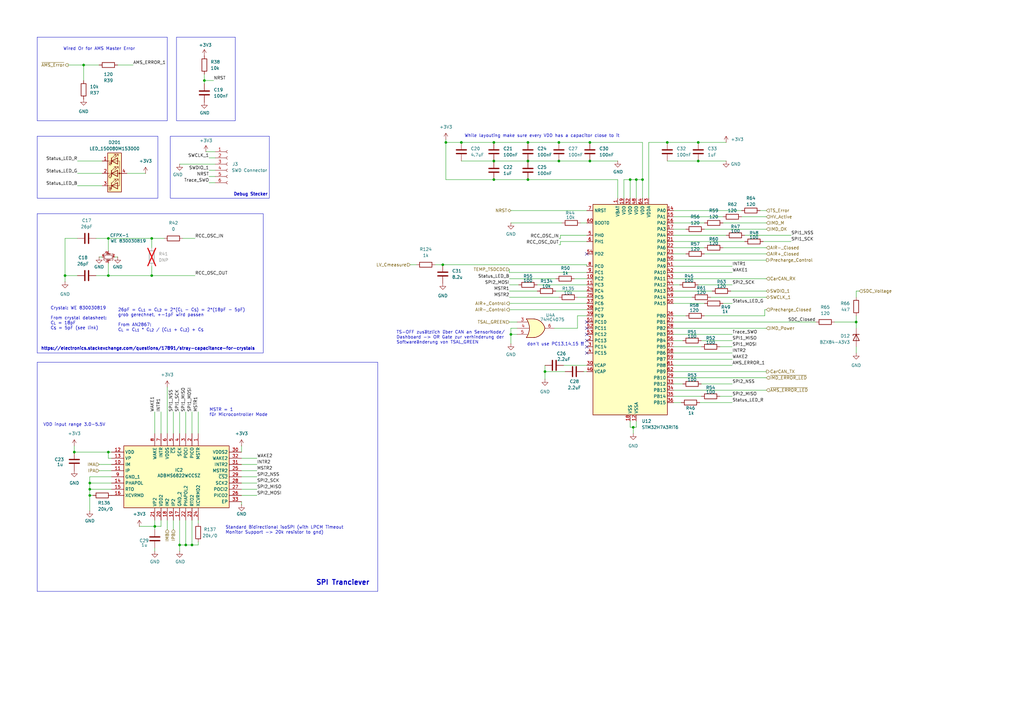
<source format=kicad_sch>
(kicad_sch
	(version 20231120)
	(generator "eeschema")
	(generator_version "8.0")
	(uuid "d4cbd48d-ba2a-4afc-b22e-0d9a16f2e6f3")
	(paper "A3")
	(lib_symbols
		(symbol "74HC4075:74HC4075"
			(pin_names
				(offset 1.016)
			)
			(exclude_from_sim no)
			(in_bom yes)
			(on_board yes)
			(property "Reference" "U"
				(at 0 1.27 0)
				(effects
					(font
						(size 1.27 1.27)
					)
				)
			)
			(property "Value" "74HC4075"
				(at 0 -1.27 0)
				(effects
					(font
						(size 1.27 1.27)
					)
				)
			)
			(property "Footprint" "Package_SO:TSSOP-14_4.4x5mm_P0.65mm"
				(at 2.54 -27.94 0)
				(effects
					(font
						(size 1.27 1.27)
					)
					(hide yes)
				)
			)
			(property "Datasheet" "https://www.ti.com/lit/ds/symlink/cd54hc4075.pdf?ts=1705677999042&ref_url=https%253A%252F%252Fwww.google.com%252F"
				(at 2.54 -25.4 0)
				(effects
					(font
						(size 1.27 1.27)
					)
					(hide yes)
				)
			)
			(property "Description" "Triple 3-input OR"
				(at 0 0 0)
				(effects
					(font
						(size 1.27 1.27)
					)
					(hide yes)
				)
			)
			(property "ki_locked" ""
				(at 0 0 0)
				(effects
					(font
						(size 1.27 1.27)
					)
				)
			)
			(property "ki_keywords" "TTL Or3"
				(at 0 0 0)
				(effects
					(font
						(size 1.27 1.27)
					)
					(hide yes)
				)
			)
			(property "ki_fp_filters" "DIP*W7.62mm*"
				(at 0 0 0)
				(effects
					(font
						(size 1.27 1.27)
					)
					(hide yes)
				)
			)
			(symbol "74HC4075_1_1"
				(arc
					(start -3.81 -3.81)
					(mid -2.589 0)
					(end -3.81 3.81)
					(stroke
						(width 0.254)
						(type default)
					)
					(fill
						(type none)
					)
				)
				(arc
					(start -0.6096 -3.81)
					(mid 2.1842 -2.5851)
					(end 3.81 0)
					(stroke
						(width 0.254)
						(type default)
					)
					(fill
						(type background)
					)
				)
				(polyline
					(pts
						(xy -3.81 -3.81) (xy -0.635 -3.81)
					)
					(stroke
						(width 0.254)
						(type default)
					)
					(fill
						(type background)
					)
				)
				(polyline
					(pts
						(xy -3.81 3.81) (xy -0.635 3.81)
					)
					(stroke
						(width 0.254)
						(type default)
					)
					(fill
						(type background)
					)
				)
				(polyline
					(pts
						(xy -0.635 3.81) (xy -3.81 3.81) (xy -3.81 3.81) (xy -3.556 3.4036) (xy -3.0226 2.2606) (xy -2.6924 1.0414)
						(xy -2.6162 -0.254) (xy -2.7686 -1.4986) (xy -3.175 -2.7178) (xy -3.81 -3.81) (xy -3.81 -3.81)
						(xy -0.635 -3.81)
					)
					(stroke
						(width -25.4)
						(type default)
					)
					(fill
						(type background)
					)
				)
				(arc
					(start 3.81 0)
					(mid 2.1915 2.5936)
					(end -0.6096 3.81)
					(stroke
						(width 0.254)
						(type default)
					)
					(fill
						(type background)
					)
				)
				(pin input line
					(at -7.62 2.54 0)
					(length 4.318)
					(name "~"
						(effects
							(font
								(size 1.27 1.27)
							)
						)
					)
					(number "3"
						(effects
							(font
								(size 1.27 1.27)
							)
						)
					)
				)
				(pin input line
					(at -7.62 0 0)
					(length 4.953)
					(name "~"
						(effects
							(font
								(size 1.27 1.27)
							)
						)
					)
					(number "4"
						(effects
							(font
								(size 1.27 1.27)
							)
						)
					)
				)
				(pin input line
					(at -7.62 -2.54 0)
					(length 4.318)
					(name "~"
						(effects
							(font
								(size 1.27 1.27)
							)
						)
					)
					(number "5"
						(effects
							(font
								(size 1.27 1.27)
							)
						)
					)
				)
				(pin output line
					(at 7.62 0 180)
					(length 3.81)
					(name "~"
						(effects
							(font
								(size 1.27 1.27)
							)
						)
					)
					(number "6"
						(effects
							(font
								(size 1.27 1.27)
							)
						)
					)
				)
			)
			(symbol "74HC4075_1_2"
				(arc
					(start 0 -3.81)
					(mid 3.7934 0)
					(end 0 3.81)
					(stroke
						(width 0.254)
						(type default)
					)
					(fill
						(type background)
					)
				)
				(polyline
					(pts
						(xy 0 3.81) (xy -3.81 3.81) (xy -3.81 -3.81) (xy 0 -3.81)
					)
					(stroke
						(width 0.254)
						(type default)
					)
					(fill
						(type background)
					)
				)
				(pin input inverted
					(at -7.62 2.54 0)
					(length 3.81)
					(name "~"
						(effects
							(font
								(size 1.27 1.27)
							)
						)
					)
					(number "1"
						(effects
							(font
								(size 1.27 1.27)
							)
						)
					)
				)
				(pin output line
					(at 7.62 0 180)
					(length 3.81)
					(name "~"
						(effects
							(font
								(size 1.27 1.27)
							)
						)
					)
					(number "12"
						(effects
							(font
								(size 1.27 1.27)
							)
						)
					)
				)
				(pin input inverted
					(at -7.62 -2.54 0)
					(length 3.81)
					(name "~"
						(effects
							(font
								(size 1.27 1.27)
							)
						)
					)
					(number "13"
						(effects
							(font
								(size 1.27 1.27)
							)
						)
					)
				)
				(pin input inverted
					(at -7.62 0 0)
					(length 3.81)
					(name "~"
						(effects
							(font
								(size 1.27 1.27)
							)
						)
					)
					(number "2"
						(effects
							(font
								(size 1.27 1.27)
							)
						)
					)
				)
			)
			(symbol "74HC4075_2_1"
				(arc
					(start -3.81 -3.81)
					(mid -2.589 0)
					(end -3.81 3.81)
					(stroke
						(width 0.254)
						(type default)
					)
					(fill
						(type none)
					)
				)
				(arc
					(start -0.6096 -3.81)
					(mid 2.1842 -2.5851)
					(end 3.81 0)
					(stroke
						(width 0.254)
						(type default)
					)
					(fill
						(type background)
					)
				)
				(polyline
					(pts
						(xy -3.81 -3.81) (xy -0.635 -3.81)
					)
					(stroke
						(width 0.254)
						(type default)
					)
					(fill
						(type background)
					)
				)
				(polyline
					(pts
						(xy -3.81 3.81) (xy -0.635 3.81)
					)
					(stroke
						(width 0.254)
						(type default)
					)
					(fill
						(type background)
					)
				)
				(polyline
					(pts
						(xy -0.635 3.81) (xy -3.81 3.81) (xy -3.81 3.81) (xy -3.556 3.4036) (xy -3.0226 2.2606) (xy -2.6924 1.0414)
						(xy -2.6162 -0.254) (xy -2.7686 -1.4986) (xy -3.175 -2.7178) (xy -3.81 -3.81) (xy -3.81 -3.81)
						(xy -0.635 -3.81)
					)
					(stroke
						(width -25.4)
						(type default)
					)
					(fill
						(type background)
					)
				)
				(arc
					(start 3.81 0)
					(mid 2.1915 2.5936)
					(end -0.6096 3.81)
					(stroke
						(width 0.254)
						(type default)
					)
					(fill
						(type background)
					)
				)
				(pin input line
					(at -7.62 2.54 0)
					(length 4.318)
					(name "~"
						(effects
							(font
								(size 1.27 1.27)
							)
						)
					)
					(number "1"
						(effects
							(font
								(size 1.27 1.27)
							)
						)
					)
				)
				(pin input line
					(at -7.62 0 0)
					(length 4.953)
					(name "~"
						(effects
							(font
								(size 1.27 1.27)
							)
						)
					)
					(number "2"
						(effects
							(font
								(size 1.27 1.27)
							)
						)
					)
				)
				(pin input line
					(at -7.62 -2.54 0)
					(length 4.318)
					(name ""
						(effects
							(font
								(size 1.27 1.27)
							)
						)
					)
					(number "8"
						(effects
							(font
								(size 1.27 1.27)
							)
						)
					)
				)
				(pin output line
					(at 7.62 0 180)
					(length 3.81)
					(name "~"
						(effects
							(font
								(size 1.27 1.27)
							)
						)
					)
					(number "9"
						(effects
							(font
								(size 1.27 1.27)
							)
						)
					)
				)
			)
			(symbol "74HC4075_2_2"
				(arc
					(start 0 -3.81)
					(mid 3.7934 0)
					(end 0 3.81)
					(stroke
						(width 0.254)
						(type default)
					)
					(fill
						(type background)
					)
				)
				(polyline
					(pts
						(xy 0 3.81) (xy -3.81 3.81) (xy -3.81 -3.81) (xy 0 -3.81)
					)
					(stroke
						(width 0.254)
						(type default)
					)
					(fill
						(type background)
					)
				)
				(pin input inverted
					(at -7.62 2.54 0)
					(length 3.81)
					(name "~"
						(effects
							(font
								(size 1.27 1.27)
							)
						)
					)
					(number "3"
						(effects
							(font
								(size 1.27 1.27)
							)
						)
					)
				)
				(pin input inverted
					(at -7.62 0 0)
					(length 3.81)
					(name "~"
						(effects
							(font
								(size 1.27 1.27)
							)
						)
					)
					(number "4"
						(effects
							(font
								(size 1.27 1.27)
							)
						)
					)
				)
				(pin input inverted
					(at -7.62 -2.54 0)
					(length 3.81)
					(name "~"
						(effects
							(font
								(size 1.27 1.27)
							)
						)
					)
					(number "5"
						(effects
							(font
								(size 1.27 1.27)
							)
						)
					)
				)
				(pin output line
					(at 7.62 0 180)
					(length 3.81)
					(name "~"
						(effects
							(font
								(size 1.27 1.27)
							)
						)
					)
					(number "6"
						(effects
							(font
								(size 1.27 1.27)
							)
						)
					)
				)
			)
			(symbol "74HC4075_3_1"
				(arc
					(start -3.81 -3.81)
					(mid -2.589 0)
					(end -3.81 3.81)
					(stroke
						(width 0.254)
						(type default)
					)
					(fill
						(type none)
					)
				)
				(arc
					(start -0.6096 -3.81)
					(mid 2.1842 -2.5851)
					(end 3.81 0)
					(stroke
						(width 0.254)
						(type default)
					)
					(fill
						(type background)
					)
				)
				(polyline
					(pts
						(xy -3.81 -3.81) (xy -0.635 -3.81)
					)
					(stroke
						(width 0.254)
						(type default)
					)
					(fill
						(type background)
					)
				)
				(polyline
					(pts
						(xy -3.81 3.81) (xy -0.635 3.81)
					)
					(stroke
						(width 0.254)
						(type default)
					)
					(fill
						(type background)
					)
				)
				(polyline
					(pts
						(xy -0.635 3.81) (xy -3.81 3.81) (xy -3.81 3.81) (xy -3.556 3.4036) (xy -3.0226 2.2606) (xy -2.6924 1.0414)
						(xy -2.6162 -0.254) (xy -2.7686 -1.4986) (xy -3.175 -2.7178) (xy -3.81 -3.81) (xy -3.81 -3.81)
						(xy -0.635 -3.81)
					)
					(stroke
						(width -25.4)
						(type default)
					)
					(fill
						(type background)
					)
				)
				(arc
					(start 3.81 0)
					(mid 2.1915 2.5936)
					(end -0.6096 3.81)
					(stroke
						(width 0.254)
						(type default)
					)
					(fill
						(type background)
					)
				)
				(pin output line
					(at 7.62 0 180)
					(length 3.81)
					(name "~"
						(effects
							(font
								(size 1.27 1.27)
							)
						)
					)
					(number "10"
						(effects
							(font
								(size 1.27 1.27)
							)
						)
					)
				)
				(pin input line
					(at -7.62 2.54 0)
					(length 4.318)
					(name "~"
						(effects
							(font
								(size 1.27 1.27)
							)
						)
					)
					(number "11"
						(effects
							(font
								(size 1.27 1.27)
							)
						)
					)
				)
				(pin input line
					(at -7.62 0 0)
					(length 4.953)
					(name "~"
						(effects
							(font
								(size 1.27 1.27)
							)
						)
					)
					(number "12"
						(effects
							(font
								(size 1.27 1.27)
							)
						)
					)
				)
				(pin input line
					(at -7.62 -2.54 0)
					(length 4.318)
					(name "~"
						(effects
							(font
								(size 1.27 1.27)
							)
						)
					)
					(number "13"
						(effects
							(font
								(size 1.27 1.27)
							)
						)
					)
				)
			)
			(symbol "74HC4075_3_2"
				(arc
					(start 0 -3.81)
					(mid 3.7934 0)
					(end 0 3.81)
					(stroke
						(width 0.254)
						(type default)
					)
					(fill
						(type background)
					)
				)
				(polyline
					(pts
						(xy 0 3.81) (xy -3.81 3.81) (xy -3.81 -3.81) (xy 0 -3.81)
					)
					(stroke
						(width 0.254)
						(type default)
					)
					(fill
						(type background)
					)
				)
				(pin input inverted
					(at -7.62 0 0)
					(length 3.81)
					(name "~"
						(effects
							(font
								(size 1.27 1.27)
							)
						)
					)
					(number "10"
						(effects
							(font
								(size 1.27 1.27)
							)
						)
					)
				)
				(pin input inverted
					(at -7.62 -2.54 0)
					(length 3.81)
					(name "~"
						(effects
							(font
								(size 1.27 1.27)
							)
						)
					)
					(number "11"
						(effects
							(font
								(size 1.27 1.27)
							)
						)
					)
				)
				(pin output line
					(at 7.62 0 180)
					(length 3.81)
					(name "~"
						(effects
							(font
								(size 1.27 1.27)
							)
						)
					)
					(number "8"
						(effects
							(font
								(size 1.27 1.27)
							)
						)
					)
				)
				(pin input inverted
					(at -7.62 2.54 0)
					(length 3.81)
					(name "~"
						(effects
							(font
								(size 1.27 1.27)
							)
						)
					)
					(number "9"
						(effects
							(font
								(size 1.27 1.27)
							)
						)
					)
				)
			)
			(symbol "74HC4075_4_0"
				(pin power_in line
					(at 0 12.7 270)
					(length 5.08)
					(name "VCC"
						(effects
							(font
								(size 1.27 1.27)
							)
						)
					)
					(number "14"
						(effects
							(font
								(size 1.27 1.27)
							)
						)
					)
				)
				(pin power_in line
					(at 0 -12.7 90)
					(length 5.08)
					(name "GND"
						(effects
							(font
								(size 1.27 1.27)
							)
						)
					)
					(number "7"
						(effects
							(font
								(size 1.27 1.27)
							)
						)
					)
				)
			)
			(symbol "74HC4075_4_1"
				(rectangle
					(start -5.08 7.62)
					(end 5.08 -7.62)
					(stroke
						(width 0.254)
						(type default)
					)
					(fill
						(type background)
					)
				)
			)
		)
		(symbol "ADBMS6822WCCSZ_1"
			(exclude_from_sim no)
			(in_bom yes)
			(on_board yes)
			(property "Reference" "IC"
				(at 31.75 17.78 0)
				(effects
					(font
						(size 1.27 1.27)
					)
					(justify left top)
				)
			)
			(property "Value" "ADBMS6822WCCSZ"
				(at 31.75 15.24 0)
				(effects
					(font
						(size 1.27 1.27)
					)
					(justify left top)
				)
			)
			(property "Footprint" "QFN50P500X500X80-33N-D"
				(at 31.75 -84.76 0)
				(effects
					(font
						(size 1.27 1.27)
					)
					(justify left top)
					(hide yes)
				)
			)
			(property "Datasheet" "https://www.analog.com/ADBMS6822/datasheet"
				(at 31.75 -184.76 0)
				(effects
					(font
						(size 1.27 1.27)
					)
					(justify left top)
					(hide yes)
				)
			)
			(property "Description" " Up to 2 Mbps isolated bidirectional serial data communications  Drop in compatible: single (ADBMS6821) and dual (ADBMS6822)  Fully independent dual transceivers (ADBMS6822)  Simple galvanic isolation using capacitors or transformers  Bidirectional interface over a single twisted pair  Supports cable lengths up to 100 meters  Very low EMI susceptibility and emissions  LPCM support for ADBMS battery monitors  Interrupt output for LPCM system wake-up  4 Mbps unidirectional mode  Requires"
				(at 0 0 0)
				(effects
					(font
						(size 1.27 1.27)
					)
					(hide yes)
				)
			)
			(property "Height" "0.8"
				(at 31.75 -384.76 0)
				(effects
					(font
						(size 1.27 1.27)
					)
					(justify left top)
					(hide yes)
				)
			)
			(property "Manufacturer_Name" "Analog Devices"
				(at 31.75 -484.76 0)
				(effects
					(font
						(size 1.27 1.27)
					)
					(justify left top)
					(hide yes)
				)
			)
			(property "Manufacturer_Part_Number" "ADBMS6822WCCSZ"
				(at 31.75 -584.76 0)
				(effects
					(font
						(size 1.27 1.27)
					)
					(justify left top)
					(hide yes)
				)
			)
			(property "Mouser Part Number" "584-ADBMS6822WCCSZ"
				(at 31.75 -684.76 0)
				(effects
					(font
						(size 1.27 1.27)
					)
					(justify left top)
					(hide yes)
				)
			)
			(property "Mouser Price/Stock" "https://www.mouser.co.uk/ProductDetail/Analog-Devices/ADBMS6822WCCSZ?qs=4ASt3YYao0UVik%252BRUNLybw%3D%3D"
				(at 31.75 -784.76 0)
				(effects
					(font
						(size 1.27 1.27)
					)
					(justify left top)
					(hide yes)
				)
			)
			(property "Arrow Part Number" ""
				(at 31.75 -884.76 0)
				(effects
					(font
						(size 1.27 1.27)
					)
					(justify left top)
					(hide yes)
				)
			)
			(property "Arrow Price/Stock" ""
				(at 31.75 -984.76 0)
				(effects
					(font
						(size 1.27 1.27)
					)
					(justify left top)
					(hide yes)
				)
			)
			(symbol "ADBMS6822WCCSZ_1_1_1"
				(rectangle
					(start 5.08 12.7)
					(end 30.48 -30.48)
					(stroke
						(width 0.254)
						(type default)
					)
					(fill
						(type background)
					)
				)
				(pin passive line
					(at 0 0 0)
					(length 5.08)
					(name "MSTR"
						(effects
							(font
								(size 1.27 1.27)
							)
						)
					)
					(number "1"
						(effects
							(font
								(size 1.27 1.27)
							)
						)
					)
				)
				(pin passive line
					(at 12.7 -35.56 90)
					(length 5.08)
					(name "IM"
						(effects
							(font
								(size 1.27 1.27)
							)
						)
					)
					(number "10"
						(effects
							(font
								(size 1.27 1.27)
							)
						)
					)
				)
				(pin passive line
					(at 15.24 -35.56 90)
					(length 5.08)
					(name "IP"
						(effects
							(font
								(size 1.27 1.27)
							)
						)
					)
					(number "11"
						(effects
							(font
								(size 1.27 1.27)
							)
						)
					)
				)
				(pin passive line
					(at 7.62 -35.56 90)
					(length 5.08)
					(name "VDD"
						(effects
							(font
								(size 1.27 1.27)
							)
						)
					)
					(number "12"
						(effects
							(font
								(size 1.27 1.27)
							)
						)
					)
				)
				(pin passive line
					(at 10.16 -35.56 90)
					(length 5.08)
					(name "VP"
						(effects
							(font
								(size 1.27 1.27)
							)
						)
					)
					(number "13"
						(effects
							(font
								(size 1.27 1.27)
							)
						)
					)
				)
				(pin passive line
					(at 20.32 -35.56 90)
					(length 5.08)
					(name "PHAPOL"
						(effects
							(font
								(size 1.27 1.27)
							)
						)
					)
					(number "14"
						(effects
							(font
								(size 1.27 1.27)
							)
						)
					)
				)
				(pin passive line
					(at 22.86 -35.56 90)
					(length 5.08)
					(name "RTO"
						(effects
							(font
								(size 1.27 1.27)
							)
						)
					)
					(number "15"
						(effects
							(font
								(size 1.27 1.27)
							)
						)
					)
				)
				(pin passive line
					(at 25.4 -35.56 90)
					(length 5.08)
					(name "XCVRMD"
						(effects
							(font
								(size 1.27 1.27)
							)
						)
					)
					(number "16"
						(effects
							(font
								(size 1.27 1.27)
							)
						)
					)
				)
				(pin passive line
					(at 35.56 -7.62 180)
					(length 5.08)
					(name "GND_2"
						(effects
							(font
								(size 1.27 1.27)
							)
						)
					)
					(number "17"
						(effects
							(font
								(size 1.27 1.27)
							)
						)
					)
				)
				(pin passive line
					(at 35.56 -12.7 180)
					(length 5.08)
					(name "IM2"
						(effects
							(font
								(size 1.27 1.27)
							)
						)
					)
					(number "18"
						(effects
							(font
								(size 1.27 1.27)
							)
						)
					)
				)
				(pin passive line
					(at 35.56 -10.16 180)
					(length 5.08)
					(name "IP2"
						(effects
							(font
								(size 1.27 1.27)
							)
						)
					)
					(number "19"
						(effects
							(font
								(size 1.27 1.27)
							)
						)
					)
				)
				(pin passive line
					(at 0 -2.54 0)
					(length 5.08)
					(name "PICO"
						(effects
							(font
								(size 1.27 1.27)
							)
						)
					)
					(number "2"
						(effects
							(font
								(size 1.27 1.27)
							)
						)
					)
				)
				(pin passive line
					(at 35.56 -15.24 180)
					(length 5.08)
					(name "VDD2"
						(effects
							(font
								(size 1.27 1.27)
							)
						)
					)
					(number "20"
						(effects
							(font
								(size 1.27 1.27)
							)
						)
					)
				)
				(pin passive line
					(at 35.56 -17.78 180)
					(length 5.08)
					(name "VP2"
						(effects
							(font
								(size 1.27 1.27)
							)
						)
					)
					(number "21"
						(effects
							(font
								(size 1.27 1.27)
							)
						)
					)
				)
				(pin passive line
					(at 35.56 -5.08 180)
					(length 5.08)
					(name "PHAPOL2"
						(effects
							(font
								(size 1.27 1.27)
							)
						)
					)
					(number "22"
						(effects
							(font
								(size 1.27 1.27)
							)
						)
					)
				)
				(pin passive line
					(at 35.56 -2.54 180)
					(length 5.08)
					(name "RTO2"
						(effects
							(font
								(size 1.27 1.27)
							)
						)
					)
					(number "23"
						(effects
							(font
								(size 1.27 1.27)
							)
						)
					)
				)
				(pin passive line
					(at 35.56 0 180)
					(length 5.08)
					(name "XCVRMD2"
						(effects
							(font
								(size 1.27 1.27)
							)
						)
					)
					(number "24"
						(effects
							(font
								(size 1.27 1.27)
							)
						)
					)
				)
				(pin passive line
					(at 15.24 17.78 270)
					(length 5.08)
					(name "MSTR2"
						(effects
							(font
								(size 1.27 1.27)
							)
						)
					)
					(number "25"
						(effects
							(font
								(size 1.27 1.27)
							)
						)
					)
				)
				(pin passive line
					(at 25.4 17.78 270)
					(length 5.08)
					(name "PICO2"
						(effects
							(font
								(size 1.27 1.27)
							)
						)
					)
					(number "26"
						(effects
							(font
								(size 1.27 1.27)
							)
						)
					)
				)
				(pin passive line
					(at 22.86 17.78 270)
					(length 5.08)
					(name "POCI2"
						(effects
							(font
								(size 1.27 1.27)
							)
						)
					)
					(number "27"
						(effects
							(font
								(size 1.27 1.27)
							)
						)
					)
				)
				(pin passive line
					(at 20.32 17.78 270)
					(length 5.08)
					(name "SCK2"
						(effects
							(font
								(size 1.27 1.27)
							)
						)
					)
					(number "28"
						(effects
							(font
								(size 1.27 1.27)
							)
						)
					)
				)
				(pin passive line
					(at 17.78 17.78 270)
					(length 5.08)
					(name "~{CS2}"
						(effects
							(font
								(size 1.27 1.27)
							)
						)
					)
					(number "29"
						(effects
							(font
								(size 1.27 1.27)
							)
						)
					)
				)
				(pin passive line
					(at 0 -5.08 0)
					(length 5.08)
					(name "POCI"
						(effects
							(font
								(size 1.27 1.27)
							)
						)
					)
					(number "3"
						(effects
							(font
								(size 1.27 1.27)
							)
						)
					)
				)
				(pin passive line
					(at 7.62 17.78 270)
					(length 5.08)
					(name "VDDS2"
						(effects
							(font
								(size 1.27 1.27)
							)
						)
					)
					(number "30"
						(effects
							(font
								(size 1.27 1.27)
							)
						)
					)
				)
				(pin passive line
					(at 12.7 17.78 270)
					(length 5.08)
					(name "INTR2"
						(effects
							(font
								(size 1.27 1.27)
							)
						)
					)
					(number "31"
						(effects
							(font
								(size 1.27 1.27)
							)
						)
					)
				)
				(pin passive line
					(at 10.16 17.78 270)
					(length 5.08)
					(name "WAKE2"
						(effects
							(font
								(size 1.27 1.27)
							)
						)
					)
					(number "32"
						(effects
							(font
								(size 1.27 1.27)
							)
						)
					)
				)
				(pin passive line
					(at 27.94 17.78 270)
					(length 5.08)
					(name "EP"
						(effects
							(font
								(size 1.27 1.27)
							)
						)
					)
					(number "33"
						(effects
							(font
								(size 1.27 1.27)
							)
						)
					)
				)
				(pin passive line
					(at 0 -7.62 0)
					(length 5.08)
					(name "SCK"
						(effects
							(font
								(size 1.27 1.27)
							)
						)
					)
					(number "4"
						(effects
							(font
								(size 1.27 1.27)
							)
						)
					)
				)
				(pin passive line
					(at 0 -10.16 0)
					(length 5.08)
					(name "~{CS}"
						(effects
							(font
								(size 1.27 1.27)
							)
						)
					)
					(number "5"
						(effects
							(font
								(size 1.27 1.27)
							)
						)
					)
				)
				(pin passive line
					(at 0 -12.7 0)
					(length 5.08)
					(name "VDDS"
						(effects
							(font
								(size 1.27 1.27)
							)
						)
					)
					(number "6"
						(effects
							(font
								(size 1.27 1.27)
							)
						)
					)
				)
				(pin passive line
					(at 0 -15.24 0)
					(length 5.08)
					(name "INTR"
						(effects
							(font
								(size 1.27 1.27)
							)
						)
					)
					(number "7"
						(effects
							(font
								(size 1.27 1.27)
							)
						)
					)
				)
				(pin passive line
					(at 0 -17.78 0)
					(length 5.08)
					(name "WAKE"
						(effects
							(font
								(size 1.27 1.27)
							)
						)
					)
					(number "8"
						(effects
							(font
								(size 1.27 1.27)
							)
						)
					)
				)
				(pin passive line
					(at 17.78 -35.56 90)
					(length 5.08)
					(name "GND_1"
						(effects
							(font
								(size 1.27 1.27)
							)
						)
					)
					(number "9"
						(effects
							(font
								(size 1.27 1.27)
							)
						)
					)
				)
			)
		)
		(symbol "Connector:Conn_01x06_Female"
			(pin_names
				(offset 1.016) hide)
			(exclude_from_sim no)
			(in_bom yes)
			(on_board yes)
			(property "Reference" "J"
				(at 0 7.62 0)
				(effects
					(font
						(size 1.27 1.27)
					)
				)
			)
			(property "Value" "Conn_01x06_Female"
				(at 0 -10.16 0)
				(effects
					(font
						(size 1.27 1.27)
					)
				)
			)
			(property "Footprint" ""
				(at 0 0 0)
				(effects
					(font
						(size 1.27 1.27)
					)
					(hide yes)
				)
			)
			(property "Datasheet" "~"
				(at 0 0 0)
				(effects
					(font
						(size 1.27 1.27)
					)
					(hide yes)
				)
			)
			(property "Description" "Generic connector, single row, 01x06, script generated (kicad-library-utils/schlib/autogen/connector/)"
				(at 0 0 0)
				(effects
					(font
						(size 1.27 1.27)
					)
					(hide yes)
				)
			)
			(property "ki_keywords" "connector"
				(at 0 0 0)
				(effects
					(font
						(size 1.27 1.27)
					)
					(hide yes)
				)
			)
			(property "ki_fp_filters" "Connector*:*_1x??_*"
				(at 0 0 0)
				(effects
					(font
						(size 1.27 1.27)
					)
					(hide yes)
				)
			)
			(symbol "Conn_01x06_Female_1_1"
				(arc
					(start 0 -7.112)
					(mid -0.5058 -7.62)
					(end 0 -8.128)
					(stroke
						(width 0.1524)
						(type default)
					)
					(fill
						(type none)
					)
				)
				(arc
					(start 0 -4.572)
					(mid -0.5058 -5.08)
					(end 0 -5.588)
					(stroke
						(width 0.1524)
						(type default)
					)
					(fill
						(type none)
					)
				)
				(arc
					(start 0 -2.032)
					(mid -0.5058 -2.54)
					(end 0 -3.048)
					(stroke
						(width 0.1524)
						(type default)
					)
					(fill
						(type none)
					)
				)
				(polyline
					(pts
						(xy -1.27 -7.62) (xy -0.508 -7.62)
					)
					(stroke
						(width 0.1524)
						(type default)
					)
					(fill
						(type none)
					)
				)
				(polyline
					(pts
						(xy -1.27 -5.08) (xy -0.508 -5.08)
					)
					(stroke
						(width 0.1524)
						(type default)
					)
					(fill
						(type none)
					)
				)
				(polyline
					(pts
						(xy -1.27 -2.54) (xy -0.508 -2.54)
					)
					(stroke
						(width 0.1524)
						(type default)
					)
					(fill
						(type none)
					)
				)
				(polyline
					(pts
						(xy -1.27 0) (xy -0.508 0)
					)
					(stroke
						(width 0.1524)
						(type default)
					)
					(fill
						(type none)
					)
				)
				(polyline
					(pts
						(xy -1.27 2.54) (xy -0.508 2.54)
					)
					(stroke
						(width 0.1524)
						(type default)
					)
					(fill
						(type none)
					)
				)
				(polyline
					(pts
						(xy -1.27 5.08) (xy -0.508 5.08)
					)
					(stroke
						(width 0.1524)
						(type default)
					)
					(fill
						(type none)
					)
				)
				(arc
					(start 0 0.508)
					(mid -0.5058 0)
					(end 0 -0.508)
					(stroke
						(width 0.1524)
						(type default)
					)
					(fill
						(type none)
					)
				)
				(arc
					(start 0 3.048)
					(mid -0.5058 2.54)
					(end 0 2.032)
					(stroke
						(width 0.1524)
						(type default)
					)
					(fill
						(type none)
					)
				)
				(arc
					(start 0 5.588)
					(mid -0.5058 5.08)
					(end 0 4.572)
					(stroke
						(width 0.1524)
						(type default)
					)
					(fill
						(type none)
					)
				)
				(pin passive line
					(at -5.08 5.08 0)
					(length 3.81)
					(name "Pin_1"
						(effects
							(font
								(size 1.27 1.27)
							)
						)
					)
					(number "1"
						(effects
							(font
								(size 1.27 1.27)
							)
						)
					)
				)
				(pin passive line
					(at -5.08 2.54 0)
					(length 3.81)
					(name "Pin_2"
						(effects
							(font
								(size 1.27 1.27)
							)
						)
					)
					(number "2"
						(effects
							(font
								(size 1.27 1.27)
							)
						)
					)
				)
				(pin passive line
					(at -5.08 0 0)
					(length 3.81)
					(name "Pin_3"
						(effects
							(font
								(size 1.27 1.27)
							)
						)
					)
					(number "3"
						(effects
							(font
								(size 1.27 1.27)
							)
						)
					)
				)
				(pin passive line
					(at -5.08 -2.54 0)
					(length 3.81)
					(name "Pin_4"
						(effects
							(font
								(size 1.27 1.27)
							)
						)
					)
					(number "4"
						(effects
							(font
								(size 1.27 1.27)
							)
						)
					)
				)
				(pin passive line
					(at -5.08 -5.08 0)
					(length 3.81)
					(name "Pin_5"
						(effects
							(font
								(size 1.27 1.27)
							)
						)
					)
					(number "5"
						(effects
							(font
								(size 1.27 1.27)
							)
						)
					)
				)
				(pin passive line
					(at -5.08 -7.62 0)
					(length 3.81)
					(name "Pin_6"
						(effects
							(font
								(size 1.27 1.27)
							)
						)
					)
					(number "6"
						(effects
							(font
								(size 1.27 1.27)
							)
						)
					)
				)
			)
		)
		(symbol "Device:C"
			(pin_numbers hide)
			(pin_names
				(offset 0.254)
			)
			(exclude_from_sim no)
			(in_bom yes)
			(on_board yes)
			(property "Reference" "C"
				(at 0.635 2.54 0)
				(effects
					(font
						(size 1.27 1.27)
					)
					(justify left)
				)
			)
			(property "Value" "C"
				(at 0.635 -2.54 0)
				(effects
					(font
						(size 1.27 1.27)
					)
					(justify left)
				)
			)
			(property "Footprint" ""
				(at 0.9652 -3.81 0)
				(effects
					(font
						(size 1.27 1.27)
					)
					(hide yes)
				)
			)
			(property "Datasheet" "~"
				(at 0 0 0)
				(effects
					(font
						(size 1.27 1.27)
					)
					(hide yes)
				)
			)
			(property "Description" "Unpolarized capacitor"
				(at 0 0 0)
				(effects
					(font
						(size 1.27 1.27)
					)
					(hide yes)
				)
			)
			(property "ki_keywords" "cap capacitor"
				(at 0 0 0)
				(effects
					(font
						(size 1.27 1.27)
					)
					(hide yes)
				)
			)
			(property "ki_fp_filters" "C_*"
				(at 0 0 0)
				(effects
					(font
						(size 1.27 1.27)
					)
					(hide yes)
				)
			)
			(symbol "C_0_1"
				(polyline
					(pts
						(xy -2.032 -0.762) (xy 2.032 -0.762)
					)
					(stroke
						(width 0.508)
						(type default)
					)
					(fill
						(type none)
					)
				)
				(polyline
					(pts
						(xy -2.032 0.762) (xy 2.032 0.762)
					)
					(stroke
						(width 0.508)
						(type default)
					)
					(fill
						(type none)
					)
				)
			)
			(symbol "C_1_1"
				(pin passive line
					(at 0 3.81 270)
					(length 2.794)
					(name "~"
						(effects
							(font
								(size 1.27 1.27)
							)
						)
					)
					(number "1"
						(effects
							(font
								(size 1.27 1.27)
							)
						)
					)
				)
				(pin passive line
					(at 0 -3.81 90)
					(length 2.794)
					(name "~"
						(effects
							(font
								(size 1.27 1.27)
							)
						)
					)
					(number "2"
						(effects
							(font
								(size 1.27 1.27)
							)
						)
					)
				)
			)
		)
		(symbol "Device:Crystal_GND24_Small"
			(pin_names
				(offset 1.016) hide)
			(exclude_from_sim no)
			(in_bom yes)
			(on_board yes)
			(property "Reference" "Y"
				(at 1.27 4.445 0)
				(effects
					(font
						(size 1.27 1.27)
					)
					(justify left)
				)
			)
			(property "Value" "Crystal_GND24_Small"
				(at 1.27 2.54 0)
				(effects
					(font
						(size 1.27 1.27)
					)
					(justify left)
				)
			)
			(property "Footprint" ""
				(at 0 0 0)
				(effects
					(font
						(size 1.27 1.27)
					)
					(hide yes)
				)
			)
			(property "Datasheet" "~"
				(at 0 0 0)
				(effects
					(font
						(size 1.27 1.27)
					)
					(hide yes)
				)
			)
			(property "Description" "Four pin crystal, GND on pins 2 and 4, small symbol"
				(at 0 0 0)
				(effects
					(font
						(size 1.27 1.27)
					)
					(hide yes)
				)
			)
			(property "ki_keywords" "quartz ceramic resonator oscillator"
				(at 0 0 0)
				(effects
					(font
						(size 1.27 1.27)
					)
					(hide yes)
				)
			)
			(property "ki_fp_filters" "Crystal*"
				(at 0 0 0)
				(effects
					(font
						(size 1.27 1.27)
					)
					(hide yes)
				)
			)
			(symbol "Crystal_GND24_Small_0_1"
				(rectangle
					(start -0.762 -1.524)
					(end 0.762 1.524)
					(stroke
						(width 0)
						(type default)
					)
					(fill
						(type none)
					)
				)
				(polyline
					(pts
						(xy -1.27 -0.762) (xy -1.27 0.762)
					)
					(stroke
						(width 0.381)
						(type default)
					)
					(fill
						(type none)
					)
				)
				(polyline
					(pts
						(xy 1.27 -0.762) (xy 1.27 0.762)
					)
					(stroke
						(width 0.381)
						(type default)
					)
					(fill
						(type none)
					)
				)
				(polyline
					(pts
						(xy -1.27 -1.27) (xy -1.27 -1.905) (xy 1.27 -1.905) (xy 1.27 -1.27)
					)
					(stroke
						(width 0)
						(type default)
					)
					(fill
						(type none)
					)
				)
				(polyline
					(pts
						(xy -1.27 1.27) (xy -1.27 1.905) (xy 1.27 1.905) (xy 1.27 1.27)
					)
					(stroke
						(width 0)
						(type default)
					)
					(fill
						(type none)
					)
				)
			)
			(symbol "Crystal_GND24_Small_1_1"
				(pin passive line
					(at -2.54 0 0)
					(length 1.27)
					(name "1"
						(effects
							(font
								(size 1.27 1.27)
							)
						)
					)
					(number "1"
						(effects
							(font
								(size 0.762 0.762)
							)
						)
					)
				)
				(pin passive line
					(at 0 -2.54 90)
					(length 0.635)
					(name "2"
						(effects
							(font
								(size 1.27 1.27)
							)
						)
					)
					(number "2"
						(effects
							(font
								(size 0.762 0.762)
							)
						)
					)
				)
				(pin passive line
					(at 2.54 0 180)
					(length 1.27)
					(name "3"
						(effects
							(font
								(size 1.27 1.27)
							)
						)
					)
					(number "3"
						(effects
							(font
								(size 0.762 0.762)
							)
						)
					)
				)
				(pin passive line
					(at 0 2.54 270)
					(length 0.635)
					(name "4"
						(effects
							(font
								(size 1.27 1.27)
							)
						)
					)
					(number "4"
						(effects
							(font
								(size 0.762 0.762)
							)
						)
					)
				)
			)
		)
		(symbol "Device:LED_RGBA"
			(pin_names
				(offset 0) hide)
			(exclude_from_sim no)
			(in_bom yes)
			(on_board yes)
			(property "Reference" "D"
				(at 0 9.398 0)
				(effects
					(font
						(size 1.27 1.27)
					)
				)
			)
			(property "Value" "LED_RGBA"
				(at 0 -8.89 0)
				(effects
					(font
						(size 1.27 1.27)
					)
				)
			)
			(property "Footprint" ""
				(at 0 -1.27 0)
				(effects
					(font
						(size 1.27 1.27)
					)
					(hide yes)
				)
			)
			(property "Datasheet" "~"
				(at 0 -1.27 0)
				(effects
					(font
						(size 1.27 1.27)
					)
					(hide yes)
				)
			)
			(property "Description" "RGB LED, red/green/blue/anode"
				(at 0 0 0)
				(effects
					(font
						(size 1.27 1.27)
					)
					(hide yes)
				)
			)
			(property "ki_keywords" "LED RGB diode"
				(at 0 0 0)
				(effects
					(font
						(size 1.27 1.27)
					)
					(hide yes)
				)
			)
			(property "ki_fp_filters" "LED* LED_SMD:* LED_THT:*"
				(at 0 0 0)
				(effects
					(font
						(size 1.27 1.27)
					)
					(hide yes)
				)
			)
			(symbol "LED_RGBA_0_0"
				(text "B"
					(at -1.905 -6.35 0)
					(effects
						(font
							(size 1.27 1.27)
						)
					)
				)
				(text "G"
					(at -1.905 -1.27 0)
					(effects
						(font
							(size 1.27 1.27)
						)
					)
				)
				(text "R"
					(at -1.905 3.81 0)
					(effects
						(font
							(size 1.27 1.27)
						)
					)
				)
			)
			(symbol "LED_RGBA_0_1"
				(polyline
					(pts
						(xy -1.27 -5.08) (xy -2.54 -5.08)
					)
					(stroke
						(width 0)
						(type default)
					)
					(fill
						(type none)
					)
				)
				(polyline
					(pts
						(xy -1.27 -5.08) (xy 1.27 -5.08)
					)
					(stroke
						(width 0)
						(type default)
					)
					(fill
						(type none)
					)
				)
				(polyline
					(pts
						(xy -1.27 -3.81) (xy -1.27 -6.35)
					)
					(stroke
						(width 0.254)
						(type default)
					)
					(fill
						(type none)
					)
				)
				(polyline
					(pts
						(xy -1.27 0) (xy -2.54 0)
					)
					(stroke
						(width 0)
						(type default)
					)
					(fill
						(type none)
					)
				)
				(polyline
					(pts
						(xy -1.27 1.27) (xy -1.27 -1.27)
					)
					(stroke
						(width 0.254)
						(type default)
					)
					(fill
						(type none)
					)
				)
				(polyline
					(pts
						(xy -1.27 5.08) (xy -2.54 5.08)
					)
					(stroke
						(width 0)
						(type default)
					)
					(fill
						(type none)
					)
				)
				(polyline
					(pts
						(xy -1.27 5.08) (xy 1.27 5.08)
					)
					(stroke
						(width 0)
						(type default)
					)
					(fill
						(type none)
					)
				)
				(polyline
					(pts
						(xy -1.27 6.35) (xy -1.27 3.81)
					)
					(stroke
						(width 0.254)
						(type default)
					)
					(fill
						(type none)
					)
				)
				(polyline
					(pts
						(xy 1.27 0) (xy -1.27 0)
					)
					(stroke
						(width 0)
						(type default)
					)
					(fill
						(type none)
					)
				)
				(polyline
					(pts
						(xy 1.27 0) (xy 2.54 0)
					)
					(stroke
						(width 0)
						(type default)
					)
					(fill
						(type none)
					)
				)
				(polyline
					(pts
						(xy -1.27 1.27) (xy -1.27 -1.27) (xy -1.27 -1.27)
					)
					(stroke
						(width 0)
						(type default)
					)
					(fill
						(type none)
					)
				)
				(polyline
					(pts
						(xy -1.27 6.35) (xy -1.27 3.81) (xy -1.27 3.81)
					)
					(stroke
						(width 0)
						(type default)
					)
					(fill
						(type none)
					)
				)
				(polyline
					(pts
						(xy 1.27 -5.08) (xy 2.032 -5.08) (xy 2.032 5.08) (xy 1.27 5.08)
					)
					(stroke
						(width 0)
						(type default)
					)
					(fill
						(type none)
					)
				)
				(polyline
					(pts
						(xy 1.27 -3.81) (xy 1.27 -6.35) (xy -1.27 -5.08) (xy 1.27 -3.81)
					)
					(stroke
						(width 0.254)
						(type default)
					)
					(fill
						(type none)
					)
				)
				(polyline
					(pts
						(xy 1.27 1.27) (xy 1.27 -1.27) (xy -1.27 0) (xy 1.27 1.27)
					)
					(stroke
						(width 0.254)
						(type default)
					)
					(fill
						(type none)
					)
				)
				(polyline
					(pts
						(xy 1.27 6.35) (xy 1.27 3.81) (xy -1.27 5.08) (xy 1.27 6.35)
					)
					(stroke
						(width 0.254)
						(type default)
					)
					(fill
						(type none)
					)
				)
				(polyline
					(pts
						(xy -1.016 -3.81) (xy 0.508 -2.286) (xy -0.254 -2.286) (xy 0.508 -2.286) (xy 0.508 -3.048)
					)
					(stroke
						(width 0)
						(type default)
					)
					(fill
						(type none)
					)
				)
				(polyline
					(pts
						(xy -1.016 1.27) (xy 0.508 2.794) (xy -0.254 2.794) (xy 0.508 2.794) (xy 0.508 2.032)
					)
					(stroke
						(width 0)
						(type default)
					)
					(fill
						(type none)
					)
				)
				(polyline
					(pts
						(xy -1.016 6.35) (xy 0.508 7.874) (xy -0.254 7.874) (xy 0.508 7.874) (xy 0.508 7.112)
					)
					(stroke
						(width 0)
						(type default)
					)
					(fill
						(type none)
					)
				)
				(polyline
					(pts
						(xy 0 -3.81) (xy 1.524 -2.286) (xy 0.762 -2.286) (xy 1.524 -2.286) (xy 1.524 -3.048)
					)
					(stroke
						(width 0)
						(type default)
					)
					(fill
						(type none)
					)
				)
				(polyline
					(pts
						(xy 0 1.27) (xy 1.524 2.794) (xy 0.762 2.794) (xy 1.524 2.794) (xy 1.524 2.032)
					)
					(stroke
						(width 0)
						(type default)
					)
					(fill
						(type none)
					)
				)
				(polyline
					(pts
						(xy 0 6.35) (xy 1.524 7.874) (xy 0.762 7.874) (xy 1.524 7.874) (xy 1.524 7.112)
					)
					(stroke
						(width 0)
						(type default)
					)
					(fill
						(type none)
					)
				)
				(rectangle
					(start 1.27 -1.27)
					(end 1.27 1.27)
					(stroke
						(width 0)
						(type default)
					)
					(fill
						(type none)
					)
				)
				(rectangle
					(start 1.27 1.27)
					(end 1.27 1.27)
					(stroke
						(width 0)
						(type default)
					)
					(fill
						(type none)
					)
				)
				(rectangle
					(start 1.27 3.81)
					(end 1.27 6.35)
					(stroke
						(width 0)
						(type default)
					)
					(fill
						(type none)
					)
				)
				(rectangle
					(start 1.27 6.35)
					(end 1.27 6.35)
					(stroke
						(width 0)
						(type default)
					)
					(fill
						(type none)
					)
				)
				(circle
					(center 2.032 0)
					(radius 0.254)
					(stroke
						(width 0)
						(type default)
					)
					(fill
						(type outline)
					)
				)
				(rectangle
					(start 2.794 8.382)
					(end -2.794 -7.62)
					(stroke
						(width 0.254)
						(type default)
					)
					(fill
						(type background)
					)
				)
			)
			(symbol "LED_RGBA_1_1"
				(pin passive line
					(at -5.08 5.08 0)
					(length 2.54)
					(name "RK"
						(effects
							(font
								(size 1.27 1.27)
							)
						)
					)
					(number "1"
						(effects
							(font
								(size 1.27 1.27)
							)
						)
					)
				)
				(pin passive line
					(at -5.08 0 0)
					(length 2.54)
					(name "GK"
						(effects
							(font
								(size 1.27 1.27)
							)
						)
					)
					(number "2"
						(effects
							(font
								(size 1.27 1.27)
							)
						)
					)
				)
				(pin passive line
					(at -5.08 -5.08 0)
					(length 2.54)
					(name "BK"
						(effects
							(font
								(size 1.27 1.27)
							)
						)
					)
					(number "3"
						(effects
							(font
								(size 1.27 1.27)
							)
						)
					)
				)
				(pin passive line
					(at 5.08 0 180)
					(length 2.54)
					(name "A"
						(effects
							(font
								(size 1.27 1.27)
							)
						)
					)
					(number "4"
						(effects
							(font
								(size 1.27 1.27)
							)
						)
					)
				)
			)
		)
		(symbol "Device:R"
			(pin_numbers hide)
			(pin_names
				(offset 0)
			)
			(exclude_from_sim no)
			(in_bom yes)
			(on_board yes)
			(property "Reference" "R"
				(at 2.032 0 90)
				(effects
					(font
						(size 1.27 1.27)
					)
				)
			)
			(property "Value" "R"
				(at 0 0 90)
				(effects
					(font
						(size 1.27 1.27)
					)
				)
			)
			(property "Footprint" ""
				(at -1.778 0 90)
				(effects
					(font
						(size 1.27 1.27)
					)
					(hide yes)
				)
			)
			(property "Datasheet" "~"
				(at 0 0 0)
				(effects
					(font
						(size 1.27 1.27)
					)
					(hide yes)
				)
			)
			(property "Description" "Resistor"
				(at 0 0 0)
				(effects
					(font
						(size 1.27 1.27)
					)
					(hide yes)
				)
			)
			(property "ki_keywords" "R res resistor"
				(at 0 0 0)
				(effects
					(font
						(size 1.27 1.27)
					)
					(hide yes)
				)
			)
			(property "ki_fp_filters" "R_*"
				(at 0 0 0)
				(effects
					(font
						(size 1.27 1.27)
					)
					(hide yes)
				)
			)
			(symbol "R_0_1"
				(rectangle
					(start -1.016 -2.54)
					(end 1.016 2.54)
					(stroke
						(width 0.254)
						(type default)
					)
					(fill
						(type none)
					)
				)
			)
			(symbol "R_1_1"
				(pin passive line
					(at 0 3.81 270)
					(length 1.27)
					(name "~"
						(effects
							(font
								(size 1.27 1.27)
							)
						)
					)
					(number "1"
						(effects
							(font
								(size 1.27 1.27)
							)
						)
					)
				)
				(pin passive line
					(at 0 -3.81 90)
					(length 1.27)
					(name "~"
						(effects
							(font
								(size 1.27 1.27)
							)
						)
					)
					(number "2"
						(effects
							(font
								(size 1.27 1.27)
							)
						)
					)
				)
			)
		)
		(symbol "MCU_ST_STM32H7:STM32H7A3R_G-I_Tx"
			(exclude_from_sim no)
			(in_bom yes)
			(on_board yes)
			(property "Reference" "U"
				(at -15.24 44.45 0)
				(effects
					(font
						(size 1.27 1.27)
					)
					(justify left)
				)
			)
			(property "Value" "STM32H7A3R_G-I_Tx"
				(at 10.16 44.45 0)
				(effects
					(font
						(size 1.27 1.27)
					)
					(justify left)
				)
			)
			(property "Footprint" "Package_QFP:LQFP-64_10x10mm_P0.5mm"
				(at -15.24 -43.18 0)
				(effects
					(font
						(size 1.27 1.27)
					)
					(justify right)
					(hide yes)
				)
			)
			(property "Datasheet" "https://www.st.com/resource/en/datasheet/stm32h7a3rg.pdf"
				(at 0 0 0)
				(effects
					(font
						(size 1.27 1.27)
					)
					(hide yes)
				)
			)
			(property "Description" "STMicroelectronics Arm Cortex-M7 MCU, 1024-2048KB flash, 1184KB RAM, 280 MHz, 1.62-3.6V, 49 GPIO, LQFP64"
				(at 0 0 0)
				(effects
					(font
						(size 1.27 1.27)
					)
					(hide yes)
				)
			)
			(property "ki_locked" ""
				(at 0 0 0)
				(effects
					(font
						(size 1.27 1.27)
					)
				)
			)
			(property "ki_keywords" "Arm Cortex-M7 STM32H7 STM32H7A3/7B3"
				(at 0 0 0)
				(effects
					(font
						(size 1.27 1.27)
					)
					(hide yes)
				)
			)
			(property "ki_fp_filters" "LQFP*10x10mm*P0.5mm*"
				(at 0 0 0)
				(effects
					(font
						(size 1.27 1.27)
					)
					(hide yes)
				)
			)
			(symbol "STM32H7A3R_G-I_Tx_0_1"
				(rectangle
					(start -15.24 -43.18)
					(end 15.24 43.18)
					(stroke
						(width 0.254)
						(type default)
					)
					(fill
						(type background)
					)
				)
			)
			(symbol "STM32H7A3R_G-I_Tx_1_1"
				(pin power_in line
					(at -5.08 45.72 270)
					(length 2.54)
					(name "VBAT"
						(effects
							(font
								(size 1.27 1.27)
							)
						)
					)
					(number "1"
						(effects
							(font
								(size 1.27 1.27)
							)
						)
					)
				)
				(pin bidirectional line
					(at -17.78 12.7 0)
					(length 2.54)
					(name "PC2"
						(effects
							(font
								(size 1.27 1.27)
							)
						)
					)
					(number "10"
						(effects
							(font
								(size 1.27 1.27)
							)
						)
					)
					(alternate "ADC1_INN11" bidirectional line)
					(alternate "ADC1_INP12" bidirectional line)
					(alternate "ADC2_INN11" bidirectional line)
					(alternate "ADC2_INP12" bidirectional line)
					(alternate "DFSDM1_CKIN1" bidirectional line)
					(alternate "DFSDM1_CKOUT" bidirectional line)
					(alternate "I2S2_SDI" bidirectional line)
					(alternate "OCTOSPIM_P1_IO2" bidirectional line)
					(alternate "OCTOSPIM_P1_IO5" bidirectional line)
					(alternate "PWR_CSTOP" bidirectional line)
					(alternate "SPI2_MISO" bidirectional line)
					(alternate "USB_OTG_HS_ULPI_DIR" bidirectional line)
				)
				(pin bidirectional line
					(at -17.78 10.16 0)
					(length 2.54)
					(name "PC3"
						(effects
							(font
								(size 1.27 1.27)
							)
						)
					)
					(number "11"
						(effects
							(font
								(size 1.27 1.27)
							)
						)
					)
					(alternate "ADC1_INN12" bidirectional line)
					(alternate "ADC1_INP13" bidirectional line)
					(alternate "ADC2_INN12" bidirectional line)
					(alternate "ADC2_INP13" bidirectional line)
					(alternate "DFSDM1_DATIN1" bidirectional line)
					(alternate "I2S2_SDO" bidirectional line)
					(alternate "OCTOSPIM_P1_IO0" bidirectional line)
					(alternate "OCTOSPIM_P1_IO6" bidirectional line)
					(alternate "PWR_CSLEEP" bidirectional line)
					(alternate "SPI2_MOSI" bidirectional line)
					(alternate "USB_OTG_HS_ULPI_NXT" bidirectional line)
				)
				(pin power_in line
					(at 2.54 -45.72 90)
					(length 2.54)
					(name "VSSA"
						(effects
							(font
								(size 1.27 1.27)
							)
						)
					)
					(number "12"
						(effects
							(font
								(size 1.27 1.27)
							)
						)
					)
				)
				(pin power_in line
					(at 7.62 45.72 270)
					(length 2.54)
					(name "VDDA"
						(effects
							(font
								(size 1.27 1.27)
							)
						)
					)
					(number "13"
						(effects
							(font
								(size 1.27 1.27)
							)
						)
					)
				)
				(pin bidirectional line
					(at 17.78 40.64 180)
					(length 2.54)
					(name "PA0"
						(effects
							(font
								(size 1.27 1.27)
							)
						)
					)
					(number "14"
						(effects
							(font
								(size 1.27 1.27)
							)
						)
					)
					(alternate "ADC1_INP16" bidirectional line)
					(alternate "I2S6_WS" bidirectional line)
					(alternate "PWR_WKUP1" bidirectional line)
					(alternate "SAI2_SD_B" bidirectional line)
					(alternate "SDMMC2_CMD" bidirectional line)
					(alternate "SPI6_NSS" bidirectional line)
					(alternate "TIM15_BKIN" bidirectional line)
					(alternate "TIM2_CH1" bidirectional line)
					(alternate "TIM2_ETR" bidirectional line)
					(alternate "TIM5_CH1" bidirectional line)
					(alternate "TIM8_ETR" bidirectional line)
					(alternate "UART4_TX" bidirectional line)
					(alternate "USART2_CTS" bidirectional line)
					(alternate "USART2_NSS" bidirectional line)
				)
				(pin bidirectional line
					(at 17.78 38.1 180)
					(length 2.54)
					(name "PA1"
						(effects
							(font
								(size 1.27 1.27)
							)
						)
					)
					(number "15"
						(effects
							(font
								(size 1.27 1.27)
							)
						)
					)
					(alternate "ADC1_INN16" bidirectional line)
					(alternate "ADC1_INP17" bidirectional line)
					(alternate "LPTIM3_OUT" bidirectional line)
					(alternate "LTDC_R2" bidirectional line)
					(alternate "OCTOSPIM_P1_DQS" bidirectional line)
					(alternate "OCTOSPIM_P1_IO3" bidirectional line)
					(alternate "SAI2_MCLK_B" bidirectional line)
					(alternate "TIM15_CH1N" bidirectional line)
					(alternate "TIM2_CH2" bidirectional line)
					(alternate "TIM5_CH2" bidirectional line)
					(alternate "UART4_RX" bidirectional line)
					(alternate "USART2_DE" bidirectional line)
					(alternate "USART2_RTS" bidirectional line)
				)
				(pin bidirectional line
					(at 17.78 35.56 180)
					(length 2.54)
					(name "PA2"
						(effects
							(font
								(size 1.27 1.27)
							)
						)
					)
					(number "16"
						(effects
							(font
								(size 1.27 1.27)
							)
						)
					)
					(alternate "ADC1_INP14" bidirectional line)
					(alternate "DFSDM2_CKIN1" bidirectional line)
					(alternate "LTDC_R1" bidirectional line)
					(alternate "MDIOS_MDIO" bidirectional line)
					(alternate "PWR_WKUP2" bidirectional line)
					(alternate "SAI2_SCK_B" bidirectional line)
					(alternate "TIM15_CH1" bidirectional line)
					(alternate "TIM2_CH3" bidirectional line)
					(alternate "TIM5_CH3" bidirectional line)
					(alternate "USART2_TX" bidirectional line)
				)
				(pin bidirectional line
					(at 17.78 33.02 180)
					(length 2.54)
					(name "PA3"
						(effects
							(font
								(size 1.27 1.27)
							)
						)
					)
					(number "17"
						(effects
							(font
								(size 1.27 1.27)
							)
						)
					)
					(alternate "ADC1_INP15" bidirectional line)
					(alternate "I2S6_MCK" bidirectional line)
					(alternate "LTDC_B2" bidirectional line)
					(alternate "LTDC_B5" bidirectional line)
					(alternate "OCTOSPIM_P1_CLK" bidirectional line)
					(alternate "TIM15_CH2" bidirectional line)
					(alternate "TIM2_CH4" bidirectional line)
					(alternate "TIM5_CH4" bidirectional line)
					(alternate "USART2_RX" bidirectional line)
					(alternate "USB_OTG_HS_ULPI_D0" bidirectional line)
				)
				(pin power_in line
					(at 0 -45.72 90)
					(length 2.54)
					(name "VSS"
						(effects
							(font
								(size 1.27 1.27)
							)
						)
					)
					(number "18"
						(effects
							(font
								(size 1.27 1.27)
							)
						)
					)
				)
				(pin power_in line
					(at -2.54 45.72 270)
					(length 2.54)
					(name "VDD"
						(effects
							(font
								(size 1.27 1.27)
							)
						)
					)
					(number "19"
						(effects
							(font
								(size 1.27 1.27)
							)
						)
					)
				)
				(pin bidirectional line
					(at -17.78 -12.7 0)
					(length 2.54)
					(name "PC13"
						(effects
							(font
								(size 1.27 1.27)
							)
						)
					)
					(number "2"
						(effects
							(font
								(size 1.27 1.27)
							)
						)
					)
					(alternate "PWR_WKUP4" bidirectional line)
					(alternate "RTC_OUT_ALARM" bidirectional line)
					(alternate "RTC_OUT_CALIB" bidirectional line)
					(alternate "RTC_TAMP1" bidirectional line)
					(alternate "RTC_TS" bidirectional line)
				)
				(pin bidirectional line
					(at 17.78 30.48 180)
					(length 2.54)
					(name "PA4"
						(effects
							(font
								(size 1.27 1.27)
							)
						)
					)
					(number "20"
						(effects
							(font
								(size 1.27 1.27)
							)
						)
					)
					(alternate "ADC1_INP18" bidirectional line)
					(alternate "DAC1_OUT1" bidirectional line)
					(alternate "DCMI_HSYNC" bidirectional line)
					(alternate "I2S1_WS" bidirectional line)
					(alternate "I2S3_WS" bidirectional line)
					(alternate "I2S6_WS" bidirectional line)
					(alternate "LTDC_VSYNC" bidirectional line)
					(alternate "PSSI_DE" bidirectional line)
					(alternate "SPI1_NSS" bidirectional line)
					(alternate "SPI3_NSS" bidirectional line)
					(alternate "SPI6_NSS" bidirectional line)
					(alternate "TIM5_ETR" bidirectional line)
					(alternate "USART2_CK" bidirectional line)
				)
				(pin bidirectional line
					(at 17.78 27.94 180)
					(length 2.54)
					(name "PA5"
						(effects
							(font
								(size 1.27 1.27)
							)
						)
					)
					(number "21"
						(effects
							(font
								(size 1.27 1.27)
							)
						)
					)
					(alternate "ADC1_INN18" bidirectional line)
					(alternate "ADC1_INP19" bidirectional line)
					(alternate "DAC1_OUT2" bidirectional line)
					(alternate "I2S1_CK" bidirectional line)
					(alternate "I2S6_CK" bidirectional line)
					(alternate "LTDC_R4" bidirectional line)
					(alternate "PSSI_D14" bidirectional line)
					(alternate "PWR_NDSTOP2" bidirectional line)
					(alternate "SPI1_SCK" bidirectional line)
					(alternate "SPI6_SCK" bidirectional line)
					(alternate "TIM2_CH1" bidirectional line)
					(alternate "TIM2_ETR" bidirectional line)
					(alternate "TIM8_CH1N" bidirectional line)
					(alternate "USB_OTG_HS_ULPI_CK" bidirectional line)
				)
				(pin bidirectional line
					(at 17.78 25.4 180)
					(length 2.54)
					(name "PA6"
						(effects
							(font
								(size 1.27 1.27)
							)
						)
					)
					(number "22"
						(effects
							(font
								(size 1.27 1.27)
							)
						)
					)
					(alternate "ADC1_INP3" bidirectional line)
					(alternate "ADC2_INP3" bidirectional line)
					(alternate "DAC2_OUT1" bidirectional line)
					(alternate "DCMI_PIXCLK" bidirectional line)
					(alternate "I2S1_SDI" bidirectional line)
					(alternate "I2S6_SDI" bidirectional line)
					(alternate "LTDC_G2" bidirectional line)
					(alternate "MDIOS_MDC" bidirectional line)
					(alternate "OCTOSPIM_P1_IO3" bidirectional line)
					(alternate "PSSI_PDCK" bidirectional line)
					(alternate "SPI1_MISO" bidirectional line)
					(alternate "SPI6_MISO" bidirectional line)
					(alternate "TIM13_CH1" bidirectional line)
					(alternate "TIM1_BKIN" bidirectional line)
					(alternate "TIM1_BKIN_COMP1" bidirectional line)
					(alternate "TIM3_CH1" bidirectional line)
					(alternate "TIM8_BKIN" bidirectional line)
					(alternate "TIM8_BKIN_COMP1" bidirectional line)
				)
				(pin bidirectional line
					(at 17.78 22.86 180)
					(length 2.54)
					(name "PA7"
						(effects
							(font
								(size 1.27 1.27)
							)
						)
					)
					(number "23"
						(effects
							(font
								(size 1.27 1.27)
							)
						)
					)
					(alternate "ADC1_INN3" bidirectional line)
					(alternate "ADC1_INP7" bidirectional line)
					(alternate "ADC2_INN3" bidirectional line)
					(alternate "ADC2_INP7" bidirectional line)
					(alternate "DFSDM2_DATIN1" bidirectional line)
					(alternate "I2S1_SDO" bidirectional line)
					(alternate "I2S6_SDO" bidirectional line)
					(alternate "LTDC_VSYNC" bidirectional line)
					(alternate "OCTOSPIM_P1_IO2" bidirectional line)
					(alternate "OPAMP1_VINM" bidirectional line)
					(alternate "SPI1_MOSI" bidirectional line)
					(alternate "SPI6_MOSI" bidirectional line)
					(alternate "TIM14_CH1" bidirectional line)
					(alternate "TIM1_CH1N" bidirectional line)
					(alternate "TIM3_CH2" bidirectional line)
					(alternate "TIM8_CH1N" bidirectional line)
				)
				(pin bidirectional line
					(at -17.78 7.62 0)
					(length 2.54)
					(name "PC4"
						(effects
							(font
								(size 1.27 1.27)
							)
						)
					)
					(number "24"
						(effects
							(font
								(size 1.27 1.27)
							)
						)
					)
					(alternate "ADC1_INP4" bidirectional line)
					(alternate "ADC2_INP4" bidirectional line)
					(alternate "COMP1_INM" bidirectional line)
					(alternate "DFSDM1_CKIN2" bidirectional line)
					(alternate "I2S1_MCK" bidirectional line)
					(alternate "LTDC_R7" bidirectional line)
					(alternate "OPAMP1_VOUT" bidirectional line)
					(alternate "SPDIFRX_IN2" bidirectional line)
				)
				(pin bidirectional line
					(at -17.78 5.08 0)
					(length 2.54)
					(name "PC5"
						(effects
							(font
								(size 1.27 1.27)
							)
						)
					)
					(number "25"
						(effects
							(font
								(size 1.27 1.27)
							)
						)
					)
					(alternate "ADC1_INN4" bidirectional line)
					(alternate "ADC1_INP8" bidirectional line)
					(alternate "ADC2_INN4" bidirectional line)
					(alternate "ADC2_INP8" bidirectional line)
					(alternate "COMP1_OUT" bidirectional line)
					(alternate "DFSDM1_DATIN2" bidirectional line)
					(alternate "LTDC_DE" bidirectional line)
					(alternate "OCTOSPIM_P1_DQS" bidirectional line)
					(alternate "OPAMP1_VINM" bidirectional line)
					(alternate "PSSI_D15" bidirectional line)
					(alternate "SPDIFRX_IN3" bidirectional line)
				)
				(pin bidirectional line
					(at 17.78 -2.54 180)
					(length 2.54)
					(name "PB0"
						(effects
							(font
								(size 1.27 1.27)
							)
						)
					)
					(number "26"
						(effects
							(font
								(size 1.27 1.27)
							)
						)
					)
					(alternate "ADC1_INN5" bidirectional line)
					(alternate "ADC1_INP9" bidirectional line)
					(alternate "ADC2_INN5" bidirectional line)
					(alternate "ADC2_INP9" bidirectional line)
					(alternate "COMP1_INP" bidirectional line)
					(alternate "DFSDM1_CKOUT" bidirectional line)
					(alternate "DFSDM2_CKOUT" bidirectional line)
					(alternate "LTDC_G1" bidirectional line)
					(alternate "LTDC_R3" bidirectional line)
					(alternate "OCTOSPIM_P1_IO1" bidirectional line)
					(alternate "OPAMP1_VINP" bidirectional line)
					(alternate "TIM1_CH2N" bidirectional line)
					(alternate "TIM3_CH3" bidirectional line)
					(alternate "TIM8_CH2N" bidirectional line)
					(alternate "UART4_CTS" bidirectional line)
					(alternate "USB_OTG_HS_ULPI_D1" bidirectional line)
				)
				(pin bidirectional line
					(at 17.78 -5.08 180)
					(length 2.54)
					(name "PB1"
						(effects
							(font
								(size 1.27 1.27)
							)
						)
					)
					(number "27"
						(effects
							(font
								(size 1.27 1.27)
							)
						)
					)
					(alternate "ADC1_INP5" bidirectional line)
					(alternate "ADC2_INP5" bidirectional line)
					(alternate "COMP1_INM" bidirectional line)
					(alternate "DFSDM1_DATIN1" bidirectional line)
					(alternate "LTDC_G0" bidirectional line)
					(alternate "LTDC_R6" bidirectional line)
					(alternate "OCTOSPIM_P1_IO0" bidirectional line)
					(alternate "TIM1_CH3N" bidirectional line)
					(alternate "TIM3_CH4" bidirectional line)
					(alternate "TIM8_CH3N" bidirectional line)
					(alternate "USB_OTG_HS_ULPI_D2" bidirectional line)
				)
				(pin bidirectional line
					(at 17.78 -7.62 180)
					(length 2.54)
					(name "PB2"
						(effects
							(font
								(size 1.27 1.27)
							)
						)
					)
					(number "28"
						(effects
							(font
								(size 1.27 1.27)
							)
						)
					)
					(alternate "COMP1_INP" bidirectional line)
					(alternate "DFSDM1_CKIN1" bidirectional line)
					(alternate "I2S3_SDO" bidirectional line)
					(alternate "OCTOSPIM_P1_CLK" bidirectional line)
					(alternate "OCTOSPIM_P1_DQS" bidirectional line)
					(alternate "RTC_OUT_ALARM" bidirectional line)
					(alternate "RTC_OUT_CALIB" bidirectional line)
					(alternate "SPI3_MOSI" bidirectional line)
				)
				(pin bidirectional line
					(at 17.78 -27.94 180)
					(length 2.54)
					(name "PB10"
						(effects
							(font
								(size 1.27 1.27)
							)
						)
					)
					(number "29"
						(effects
							(font
								(size 1.27 1.27)
							)
						)
					)
					(alternate "DFSDM1_DATIN7" bidirectional line)
					(alternate "I2S2_CK" bidirectional line)
					(alternate "LPTIM2_IN1" bidirectional line)
					(alternate "LTDC_G4" bidirectional line)
					(alternate "OCTOSPIM_P1_NCS" bidirectional line)
					(alternate "SPI2_SCK" bidirectional line)
					(alternate "TIM2_CH3" bidirectional line)
					(alternate "USART3_TX" bidirectional line)
					(alternate "USB_OTG_HS_ULPI_D3" bidirectional line)
				)
				(pin bidirectional line
					(at -17.78 -15.24 0)
					(length 2.54)
					(name "PC14"
						(effects
							(font
								(size 1.27 1.27)
							)
						)
					)
					(number "3"
						(effects
							(font
								(size 1.27 1.27)
							)
						)
					)
					(alternate "RCC_OSC32_IN" bidirectional line)
				)
				(pin power_out line
					(at -17.78 -22.86 0)
					(length 2.54)
					(name "VCAP"
						(effects
							(font
								(size 1.27 1.27)
							)
						)
					)
					(number "30"
						(effects
							(font
								(size 1.27 1.27)
							)
						)
					)
				)
				(pin passive line
					(at 0 -45.72 90)
					(length 2.54) hide
					(name "VSS"
						(effects
							(font
								(size 1.27 1.27)
							)
						)
					)
					(number "31"
						(effects
							(font
								(size 1.27 1.27)
							)
						)
					)
				)
				(pin power_in line
					(at 0 45.72 270)
					(length 2.54)
					(name "VDD"
						(effects
							(font
								(size 1.27 1.27)
							)
						)
					)
					(number "32"
						(effects
							(font
								(size 1.27 1.27)
							)
						)
					)
				)
				(pin bidirectional line
					(at 17.78 -30.48 180)
					(length 2.54)
					(name "PB12"
						(effects
							(font
								(size 1.27 1.27)
							)
						)
					)
					(number "33"
						(effects
							(font
								(size 1.27 1.27)
							)
						)
					)
					(alternate "" input line)
					(alternate "DFSDM1_DATIN1" bidirectional line)
					(alternate "DFSDM2_DATIN1" bidirectional line)
					(alternate "FDCAN2_RX" bidirectional line)
					(alternate "I2S2_WS" bidirectional line)
					(alternate "OCTOSPIM_P1_NCLK" bidirectional line)
					(alternate "SPI2_NSS" bidirectional line)
					(alternate "TIM1_BKIN" bidirectional line)
					(alternate "TIM1_BKIN_COMP1" bidirectional line)
					(alternate "UART5_RX" bidirectional line)
					(alternate "USART3_CK" bidirectional line)
					(alternate "USB_OTG_HS_ULPI_D5" bidirectional line)
				)
				(pin bidirectional line
					(at 17.78 -33.02 180)
					(length 2.54)
					(name "PB13"
						(effects
							(font
								(size 1.27 1.27)
							)
						)
					)
					(number "34"
						(effects
							(font
								(size 1.27 1.27)
							)
						)
					)
					(alternate "" input line)
					(alternate "DCMI_D2" bidirectional line)
					(alternate "DFSDM1_CKIN1" bidirectional line)
					(alternate "DFSDM2_CKIN1" bidirectional line)
					(alternate "FDCAN2_TX" bidirectional line)
					(alternate "I2S2_CK" bidirectional line)
					(alternate "LPTIM2_OUT" bidirectional line)
					(alternate "PSSI_D2" bidirectional line)
					(alternate "SDMMC1_D0" bidirectional line)
					(alternate "SPI2_SCK" bidirectional line)
					(alternate "TIM1_CH1N" bidirectional line)
					(alternate "UART5_TX" bidirectional line)
					(alternate "USART3_CTS" bidirectional line)
					(alternate "USART3_NSS" bidirectional line)
					(alternate "USB_OTG_HS_ULPI_D6" bidirectional line)
				)
				(pin bidirectional line
					(at 17.78 -35.56 180)
					(length 2.54)
					(name "PB14"
						(effects
							(font
								(size 1.27 1.27)
							)
						)
					)
					(number "35"
						(effects
							(font
								(size 1.27 1.27)
							)
						)
					)
					(alternate "" input line)
					(alternate "DFSDM1_DATIN2" bidirectional line)
					(alternate "I2S2_SDI" bidirectional line)
					(alternate "LTDC_CLK" bidirectional line)
					(alternate "SDMMC2_D0" bidirectional line)
					(alternate "SPI2_MISO" bidirectional line)
					(alternate "TIM12_CH1" bidirectional line)
					(alternate "TIM1_CH2N" bidirectional line)
					(alternate "TIM8_CH2N" bidirectional line)
					(alternate "UART4_DE" bidirectional line)
					(alternate "UART4_RTS" bidirectional line)
					(alternate "USART1_TX" bidirectional line)
					(alternate "USART3_DE" bidirectional line)
					(alternate "USART3_RTS" bidirectional line)
				)
				(pin bidirectional line
					(at 17.78 -38.1 180)
					(length 2.54)
					(name "PB15"
						(effects
							(font
								(size 1.27 1.27)
							)
						)
					)
					(number "36"
						(effects
							(font
								(size 1.27 1.27)
							)
						)
					)
					(alternate "" input line)
					(alternate "ADC1_EXTI15" bidirectional line)
					(alternate "ADC2_EXTI15" bidirectional line)
					(alternate "DFSDM1_CKIN2" bidirectional line)
					(alternate "I2S2_SDO" bidirectional line)
					(alternate "LTDC_G7" bidirectional line)
					(alternate "RTC_REFIN" bidirectional line)
					(alternate "SDMMC2_D1" bidirectional line)
					(alternate "SPI2_MOSI" bidirectional line)
					(alternate "TIM12_CH2" bidirectional line)
					(alternate "TIM1_CH3N" bidirectional line)
					(alternate "TIM8_CH3N" bidirectional line)
					(alternate "UART4_CTS" bidirectional line)
					(alternate "USART1_RX" bidirectional line)
				)
				(pin bidirectional line
					(at -17.78 2.54 0)
					(length 2.54)
					(name "PC6"
						(effects
							(font
								(size 1.27 1.27)
							)
						)
					)
					(number "37"
						(effects
							(font
								(size 1.27 1.27)
							)
						)
					)
					(alternate "DCMI_D0" bidirectional line)
					(alternate "DFSDM1_CKIN3" bidirectional line)
					(alternate "I2S2_MCK" bidirectional line)
					(alternate "LTDC_HSYNC" bidirectional line)
					(alternate "PSSI_D0" bidirectional line)
					(alternate "SDMMC1_D0DIR" bidirectional line)
					(alternate "SDMMC1_D6" bidirectional line)
					(alternate "SDMMC2_D6" bidirectional line)
					(alternate "SWPMI1_IO" bidirectional line)
					(alternate "TIM3_CH1" bidirectional line)
					(alternate "TIM8_CH1" bidirectional line)
					(alternate "USART6_TX" bidirectional line)
				)
				(pin bidirectional line
					(at -17.78 0 0)
					(length 2.54)
					(name "PC7"
						(effects
							(font
								(size 1.27 1.27)
							)
						)
					)
					(number "38"
						(effects
							(font
								(size 1.27 1.27)
							)
						)
					)
					(alternate "DCMI_D1" bidirectional line)
					(alternate "DEBUG_TRGIO" bidirectional line)
					(alternate "DFSDM1_DATIN3" bidirectional line)
					(alternate "I2S3_MCK" bidirectional line)
					(alternate "LTDC_G6" bidirectional line)
					(alternate "PSSI_D1" bidirectional line)
					(alternate "SDMMC1_D123DIR" bidirectional line)
					(alternate "SDMMC1_D7" bidirectional line)
					(alternate "SDMMC2_D7" bidirectional line)
					(alternate "SWPMI1_TX" bidirectional line)
					(alternate "TIM3_CH2" bidirectional line)
					(alternate "TIM8_CH2" bidirectional line)
					(alternate "USART6_RX" bidirectional line)
				)
				(pin bidirectional line
					(at -17.78 -2.54 0)
					(length 2.54)
					(name "PC9"
						(effects
							(font
								(size 1.27 1.27)
							)
						)
					)
					(number "39"
						(effects
							(font
								(size 1.27 1.27)
							)
						)
					)
					(alternate "DAC1_EXTI9" bidirectional line)
					(alternate "DCMI_D3" bidirectional line)
					(alternate "I2C3_SDA" bidirectional line)
					(alternate "I2S_CKIN" bidirectional line)
					(alternate "LTDC_B2" bidirectional line)
					(alternate "LTDC_G3" bidirectional line)
					(alternate "OCTOSPIM_P1_IO0" bidirectional line)
					(alternate "PSSI_D3" bidirectional line)
					(alternate "RCC_MCO_2" bidirectional line)
					(alternate "SDMMC1_D1" bidirectional line)
					(alternate "SWPMI1_SUSPEND" bidirectional line)
					(alternate "TIM3_CH4" bidirectional line)
					(alternate "TIM8_CH4" bidirectional line)
					(alternate "UART5_CTS" bidirectional line)
				)
				(pin bidirectional line
					(at -17.78 -17.78 0)
					(length 2.54)
					(name "PC15"
						(effects
							(font
								(size 1.27 1.27)
							)
						)
					)
					(number "4"
						(effects
							(font
								(size 1.27 1.27)
							)
						)
					)
					(alternate "ADC1_EXTI15" bidirectional line)
					(alternate "ADC2_EXTI15" bidirectional line)
					(alternate "RCC_OSC32_OUT" bidirectional line)
				)
				(pin bidirectional line
					(at 17.78 20.32 180)
					(length 2.54)
					(name "PA8"
						(effects
							(font
								(size 1.27 1.27)
							)
						)
					)
					(number "40"
						(effects
							(font
								(size 1.27 1.27)
							)
						)
					)
					(alternate "I2C3_SCL" bidirectional line)
					(alternate "LTDC_B3" bidirectional line)
					(alternate "LTDC_R6" bidirectional line)
					(alternate "RCC_MCO_1" bidirectional line)
					(alternate "TIM1_CH1" bidirectional line)
					(alternate "TIM8_BKIN2" bidirectional line)
					(alternate "TIM8_BKIN2_COMP1" bidirectional line)
					(alternate "UART7_RX" bidirectional line)
					(alternate "USART1_CK" bidirectional line)
					(alternate "USB_OTG_HS_SOF" bidirectional line)
				)
				(pin bidirectional line
					(at 17.78 17.78 180)
					(length 2.54)
					(name "PA9"
						(effects
							(font
								(size 1.27 1.27)
							)
						)
					)
					(number "41"
						(effects
							(font
								(size 1.27 1.27)
							)
						)
					)
					(alternate "DAC1_EXTI9" bidirectional line)
					(alternate "DCMI_D0" bidirectional line)
					(alternate "I2C3_SMBA" bidirectional line)
					(alternate "I2S2_CK" bidirectional line)
					(alternate "LPUART1_TX" bidirectional line)
					(alternate "LTDC_R5" bidirectional line)
					(alternate "PSSI_D0" bidirectional line)
					(alternate "SPI2_SCK" bidirectional line)
					(alternate "TIM1_CH2" bidirectional line)
					(alternate "USART1_TX" bidirectional line)
					(alternate "USB_OTG_HS_VBUS" bidirectional line)
				)
				(pin bidirectional line
					(at 17.78 15.24 180)
					(length 2.54)
					(name "PA10"
						(effects
							(font
								(size 1.27 1.27)
							)
						)
					)
					(number "42"
						(effects
							(font
								(size 1.27 1.27)
							)
						)
					)
					(alternate "DCMI_D1" bidirectional line)
					(alternate "LPUART1_RX" bidirectional line)
					(alternate "LTDC_B1" bidirectional line)
					(alternate "LTDC_B4" bidirectional line)
					(alternate "MDIOS_MDIO" bidirectional line)
					(alternate "PSSI_D1" bidirectional line)
					(alternate "TIM1_CH3" bidirectional line)
					(alternate "USART1_RX" bidirectional line)
					(alternate "USB_OTG_HS_ID" bidirectional line)
				)
				(pin bidirectional line
					(at 17.78 12.7 180)
					(length 2.54)
					(name "PA11"
						(effects
							(font
								(size 1.27 1.27)
							)
						)
					)
					(number "43"
						(effects
							(font
								(size 1.27 1.27)
							)
						)
					)
					(alternate "ADC1_EXTI11" bidirectional line)
					(alternate "ADC2_EXTI11" bidirectional line)
					(alternate "FDCAN1_RX" bidirectional line)
					(alternate "I2S2_WS" bidirectional line)
					(alternate "LPUART1_CTS" bidirectional line)
					(alternate "LTDC_R4" bidirectional line)
					(alternate "SPI2_NSS" bidirectional line)
					(alternate "TIM1_CH4" bidirectional line)
					(alternate "UART4_RX" bidirectional line)
					(alternate "USART1_CTS" bidirectional line)
					(alternate "USART1_NSS" bidirectional line)
					(alternate "USB_OTG_HS_DM" bidirectional line)
				)
				(pin bidirectional line
					(at 17.78 10.16 180)
					(length 2.54)
					(name "PA12"
						(effects
							(font
								(size 1.27 1.27)
							)
						)
					)
					(number "44"
						(effects
							(font
								(size 1.27 1.27)
							)
						)
					)
					(alternate "FDCAN1_TX" bidirectional line)
					(alternate "I2S2_CK" bidirectional line)
					(alternate "LPUART1_DE" bidirectional line)
					(alternate "LPUART1_RTS" bidirectional line)
					(alternate "LTDC_R5" bidirectional line)
					(alternate "SAI2_FS_B" bidirectional line)
					(alternate "SPI2_SCK" bidirectional line)
					(alternate "TIM1_ETR" bidirectional line)
					(alternate "UART4_TX" bidirectional line)
					(alternate "USART1_DE" bidirectional line)
					(alternate "USART1_RTS" bidirectional line)
					(alternate "USB_OTG_HS_DP" bidirectional line)
				)
				(pin bidirectional line
					(at 17.78 7.62 180)
					(length 2.54)
					(name "PA13"
						(effects
							(font
								(size 1.27 1.27)
							)
						)
					)
					(number "45"
						(effects
							(font
								(size 1.27 1.27)
							)
						)
					)
					(alternate "DEBUG_JTMS-SWDIO" bidirectional line)
				)
				(pin power_out line
					(at -17.78 -25.4 0)
					(length 2.54)
					(name "VCAP"
						(effects
							(font
								(size 1.27 1.27)
							)
						)
					)
					(number "46"
						(effects
							(font
								(size 1.27 1.27)
							)
						)
					)
				)
				(pin passive line
					(at 0 -45.72 90)
					(length 2.54) hide
					(name "VSS"
						(effects
							(font
								(size 1.27 1.27)
							)
						)
					)
					(number "47"
						(effects
							(font
								(size 1.27 1.27)
							)
						)
					)
				)
				(pin power_in line
					(at 2.54 45.72 270)
					(length 2.54)
					(name "VDD"
						(effects
							(font
								(size 1.27 1.27)
							)
						)
					)
					(number "48"
						(effects
							(font
								(size 1.27 1.27)
							)
						)
					)
				)
				(pin bidirectional line
					(at 17.78 5.08 180)
					(length 2.54)
					(name "PA14"
						(effects
							(font
								(size 1.27 1.27)
							)
						)
					)
					(number "49"
						(effects
							(font
								(size 1.27 1.27)
							)
						)
					)
					(alternate "DEBUG_JTCK-SWCLK" bidirectional line)
				)
				(pin bidirectional line
					(at -17.78 30.48 0)
					(length 2.54)
					(name "PH0"
						(effects
							(font
								(size 1.27 1.27)
							)
						)
					)
					(number "5"
						(effects
							(font
								(size 1.27 1.27)
							)
						)
					)
					(alternate "RCC_OSC_IN" bidirectional line)
				)
				(pin bidirectional line
					(at 17.78 2.54 180)
					(length 2.54)
					(name "PA15"
						(effects
							(font
								(size 1.27 1.27)
							)
						)
					)
					(number "50"
						(effects
							(font
								(size 1.27 1.27)
							)
						)
					)
					(alternate "ADC1_EXTI15" bidirectional line)
					(alternate "ADC2_EXTI15" bidirectional line)
					(alternate "CEC" bidirectional line)
					(alternate "DEBUG_JTDI" bidirectional line)
					(alternate "I2S1_WS" bidirectional line)
					(alternate "I2S3_WS" bidirectional line)
					(alternate "I2S6_WS" bidirectional line)
					(alternate "LTDC_B6" bidirectional line)
					(alternate "LTDC_R3" bidirectional line)
					(alternate "SPI1_NSS" bidirectional line)
					(alternate "SPI3_NSS" bidirectional line)
					(alternate "SPI6_NSS" bidirectional line)
					(alternate "TIM2_CH1" bidirectional line)
					(alternate "TIM2_ETR" bidirectional line)
					(alternate "UART4_DE" bidirectional line)
					(alternate "UART4_RTS" bidirectional line)
					(alternate "UART7_TX" bidirectional line)
				)
				(pin bidirectional line
					(at -17.78 -5.08 0)
					(length 2.54)
					(name "PC10"
						(effects
							(font
								(size 1.27 1.27)
							)
						)
					)
					(number "51"
						(effects
							(font
								(size 1.27 1.27)
							)
						)
					)
					(alternate "DCMI_D8" bidirectional line)
					(alternate "DFSDM1_CKIN5" bidirectional line)
					(alternate "DFSDM2_CKIN0" bidirectional line)
					(alternate "I2S3_CK" bidirectional line)
					(alternate "LTDC_B1" bidirectional line)
					(alternate "LTDC_R2" bidirectional line)
					(alternate "OCTOSPIM_P1_IO1" bidirectional line)
					(alternate "PSSI_D8" bidirectional line)
					(alternate "SDMMC1_D2" bidirectional line)
					(alternate "SPI3_SCK" bidirectional line)
					(alternate "SWPMI1_RX" bidirectional line)
					(alternate "UART4_TX" bidirectional line)
					(alternate "USART3_TX" bidirectional line)
				)
				(pin bidirectional line
					(at -17.78 -7.62 0)
					(length 2.54)
					(name "PC11"
						(effects
							(font
								(size 1.27 1.27)
							)
						)
					)
					(number "52"
						(effects
							(font
								(size 1.27 1.27)
							)
						)
					)
					(alternate "ADC1_EXTI11" bidirectional line)
					(alternate "ADC2_EXTI11" bidirectional line)
					(alternate "DCMI_D4" bidirectional line)
					(alternate "DFSDM1_DATIN5" bidirectional line)
					(alternate "DFSDM2_DATIN0" bidirectional line)
					(alternate "I2S3_SDI" bidirectional line)
					(alternate "LTDC_B4" bidirectional line)
					(alternate "OCTOSPIM_P1_NCS" bidirectional line)
					(alternate "PSSI_D4" bidirectional line)
					(alternate "SDMMC1_D3" bidirectional line)
					(alternate "SPI3_MISO" bidirectional line)
					(alternate "UART4_RX" bidirectional line)
					(alternate "USART3_RX" bidirectional line)
				)
				(pin bidirectional line
					(at -17.78 -10.16 0)
					(length 2.54)
					(name "PC12"
						(effects
							(font
								(size 1.27 1.27)
							)
						)
					)
					(number "53"
						(effects
							(font
								(size 1.27 1.27)
							)
						)
					)
					(alternate "DCMI_D9" bidirectional line)
					(alternate "DEBUG_TRACED3" bidirectional line)
					(alternate "DFSDM2_CKOUT" bidirectional line)
					(alternate "I2S3_SDO" bidirectional line)
					(alternate "I2S6_CK" bidirectional line)
					(alternate "LTDC_R6" bidirectional line)
					(alternate "PSSI_D9" bidirectional line)
					(alternate "SDMMC1_CK" bidirectional line)
					(alternate "SPI3_MOSI" bidirectional line)
					(alternate "SPI6_SCK" bidirectional line)
					(alternate "TIM15_CH1" bidirectional line)
					(alternate "UART5_TX" bidirectional line)
					(alternate "USART3_CK" bidirectional line)
				)
				(pin bidirectional line
					(at -17.78 22.86 0)
					(length 2.54)
					(name "PD2"
						(effects
							(font
								(size 1.27 1.27)
							)
						)
					)
					(number "54"
						(effects
							(font
								(size 1.27 1.27)
							)
						)
					)
					(alternate "DCMI_D11" bidirectional line)
					(alternate "DEBUG_TRACED2" bidirectional line)
					(alternate "LTDC_B2" bidirectional line)
					(alternate "LTDC_B7" bidirectional line)
					(alternate "PSSI_D11" bidirectional line)
					(alternate "SDMMC1_CMD" bidirectional line)
					(alternate "TIM15_BKIN" bidirectional line)
					(alternate "TIM3_ETR" bidirectional line)
					(alternate "UART5_RX" bidirectional line)
				)
				(pin bidirectional line
					(at 17.78 -10.16 180)
					(length 2.54)
					(name "PB3"
						(effects
							(font
								(size 1.27 1.27)
							)
						)
					)
					(number "55"
						(effects
							(font
								(size 1.27 1.27)
							)
						)
					)
					(alternate "CRS_SYNC" bidirectional line)
					(alternate "DEBUG_JTDO-SWO" bidirectional line)
					(alternate "I2S1_CK" bidirectional line)
					(alternate "I2S3_CK" bidirectional line)
					(alternate "I2S6_CK" bidirectional line)
					(alternate "SDMMC2_D2" bidirectional line)
					(alternate "SPI1_SCK" bidirectional line)
					(alternate "SPI3_SCK" bidirectional line)
					(alternate "SPI6_SCK" bidirectional line)
					(alternate "TIM2_CH2" bidirectional line)
					(alternate "UART7_RX" bidirectional line)
				)
				(pin bidirectional line
					(at 17.78 -12.7 180)
					(length 2.54)
					(name "PB4"
						(effects
							(font
								(size 1.27 1.27)
							)
						)
					)
					(number "56"
						(effects
							(font
								(size 1.27 1.27)
							)
						)
					)
					(alternate "" input line)
					(alternate "DEBUG_JTRST" bidirectional line)
					(alternate "I2S1_SDI" bidirectional line)
					(alternate "I2S2_WS" bidirectional line)
					(alternate "I2S3_SDI" bidirectional line)
					(alternate "I2S6_SDI" bidirectional line)
					(alternate "SDMMC2_D3" bidirectional line)
					(alternate "SPI1_MISO" bidirectional line)
					(alternate "SPI2_NSS" bidirectional line)
					(alternate "SPI3_MISO" bidirectional line)
					(alternate "SPI6_MISO" bidirectional line)
					(alternate "TIM16_BKIN" bidirectional line)
					(alternate "TIM3_CH1" bidirectional line)
					(alternate "UART7_TX" bidirectional line)
				)
				(pin bidirectional line
					(at 17.78 -15.24 180)
					(length 2.54)
					(name "PB5"
						(effects
							(font
								(size 1.27 1.27)
							)
						)
					)
					(number "57"
						(effects
							(font
								(size 1.27 1.27)
							)
						)
					)
					(alternate "" input line)
					(alternate "DCMI_D10" bidirectional line)
					(alternate "FDCAN2_RX" bidirectional line)
					(alternate "I2C1_SMBA" bidirectional line)
					(alternate "I2C4_SMBA" bidirectional line)
					(alternate "I2S1_SDO" bidirectional line)
					(alternate "I2S3_SDO" bidirectional line)
					(alternate "I2S6_SDO" bidirectional line)
					(alternate "LTDC_B5" bidirectional line)
					(alternate "PSSI_D10" bidirectional line)
					(alternate "SPI1_MOSI" bidirectional line)
					(alternate "SPI3_MOSI" bidirectional line)
					(alternate "SPI6_MOSI" bidirectional line)
					(alternate "TIM17_BKIN" bidirectional line)
					(alternate "TIM3_CH2" bidirectional line)
					(alternate "UART5_RX" bidirectional line)
					(alternate "USB_OTG_HS_ULPI_D7" bidirectional line)
				)
				(pin bidirectional line
					(at 17.78 -17.78 180)
					(length 2.54)
					(name "PB6"
						(effects
							(font
								(size 1.27 1.27)
							)
						)
					)
					(number "58"
						(effects
							(font
								(size 1.27 1.27)
							)
						)
					)
					(alternate "CEC" bidirectional line)
					(alternate "DCMI_D5" bidirectional line)
					(alternate "DFSDM1_DATIN5" bidirectional line)
					(alternate "FDCAN2_TX" bidirectional line)
					(alternate "I2C1_SCL" bidirectional line)
					(alternate "I2C4_SCL" bidirectional line)
					(alternate "LPUART1_TX" bidirectional line)
					(alternate "OCTOSPIM_P1_NCS" bidirectional line)
					(alternate "PSSI_D5" bidirectional line)
					(alternate "TIM16_CH1N" bidirectional line)
					(alternate "TIM4_CH1" bidirectional line)
					(alternate "UART5_TX" bidirectional line)
					(alternate "USART1_TX" bidirectional line)
				)
				(pin bidirectional line
					(at 17.78 -20.32 180)
					(length 2.54)
					(name "PB7"
						(effects
							(font
								(size 1.27 1.27)
							)
						)
					)
					(number "59"
						(effects
							(font
								(size 1.27 1.27)
							)
						)
					)
					(alternate "DCMI_VSYNC" bidirectional line)
					(alternate "DFSDM1_CKIN5" bidirectional line)
					(alternate "I2C1_SDA" bidirectional line)
					(alternate "I2C4_SDA" bidirectional line)
					(alternate "LPUART1_RX" bidirectional line)
					(alternate "PSSI_RDY" bidirectional line)
					(alternate "PWR_PVD_IN" bidirectional line)
					(alternate "TIM17_CH1N" bidirectional line)
					(alternate "TIM4_CH2" bidirectional line)
					(alternate "USART1_RX" bidirectional line)
				)
				(pin bidirectional line
					(at -17.78 27.94 0)
					(length 2.54)
					(name "PH1"
						(effects
							(font
								(size 1.27 1.27)
							)
						)
					)
					(number "6"
						(effects
							(font
								(size 1.27 1.27)
							)
						)
					)
					(alternate "RCC_OSC_OUT" bidirectional line)
				)
				(pin input line
					(at -17.78 35.56 0)
					(length 2.54)
					(name "BOOT0"
						(effects
							(font
								(size 1.27 1.27)
							)
						)
					)
					(number "60"
						(effects
							(font
								(size 1.27 1.27)
							)
						)
					)
				)
				(pin bidirectional line
					(at 17.78 -22.86 180)
					(length 2.54)
					(name "PB8"
						(effects
							(font
								(size 1.27 1.27)
							)
						)
					)
					(number "61"
						(effects
							(font
								(size 1.27 1.27)
							)
						)
					)
					(alternate "DCMI_D6" bidirectional line)
					(alternate "DFSDM1_CKIN7" bidirectional line)
					(alternate "FDCAN1_RX" bidirectional line)
					(alternate "I2C1_SCL" bidirectional line)
					(alternate "I2C4_SCL" bidirectional line)
					(alternate "LTDC_B6" bidirectional line)
					(alternate "PSSI_D6" bidirectional line)
					(alternate "SDMMC1_CKIN" bidirectional line)
					(alternate "SDMMC1_D4" bidirectional line)
					(alternate "SDMMC2_D4" bidirectional line)
					(alternate "TIM16_CH1" bidirectional line)
					(alternate "TIM4_CH3" bidirectional line)
					(alternate "UART4_RX" bidirectional line)
				)
				(pin bidirectional line
					(at 17.78 -25.4 180)
					(length 2.54)
					(name "PB9"
						(effects
							(font
								(size 1.27 1.27)
							)
						)
					)
					(number "62"
						(effects
							(font
								(size 1.27 1.27)
							)
						)
					)
					(alternate "DAC1_EXTI9" bidirectional line)
					(alternate "DCMI_D7" bidirectional line)
					(alternate "DFSDM1_DATIN7" bidirectional line)
					(alternate "FDCAN1_TX" bidirectional line)
					(alternate "I2C1_SDA" bidirectional line)
					(alternate "I2C4_SDA" bidirectional line)
					(alternate "I2C4_SMBA" bidirectional line)
					(alternate "I2S2_WS" bidirectional line)
					(alternate "LTDC_B7" bidirectional line)
					(alternate "PSSI_D7" bidirectional line)
					(alternate "SDMMC1_CDIR" bidirectional line)
					(alternate "SDMMC1_D5" bidirectional line)
					(alternate "SDMMC2_D5" bidirectional line)
					(alternate "SPI2_NSS" bidirectional line)
					(alternate "TIM17_CH1" bidirectional line)
					(alternate "TIM4_CH4" bidirectional line)
					(alternate "UART4_TX" bidirectional line)
				)
				(pin passive line
					(at 0 -45.72 90)
					(length 2.54) hide
					(name "VSS"
						(effects
							(font
								(size 1.27 1.27)
							)
						)
					)
					(number "63"
						(effects
							(font
								(size 1.27 1.27)
							)
						)
					)
				)
				(pin power_in line
					(at 5.08 45.72 270)
					(length 2.54)
					(name "VDD"
						(effects
							(font
								(size 1.27 1.27)
							)
						)
					)
					(number "64"
						(effects
							(font
								(size 1.27 1.27)
							)
						)
					)
				)
				(pin input line
					(at -17.78 40.64 0)
					(length 2.54)
					(name "NRST"
						(effects
							(font
								(size 1.27 1.27)
							)
						)
					)
					(number "7"
						(effects
							(font
								(size 1.27 1.27)
							)
						)
					)
				)
				(pin bidirectional line
					(at -17.78 17.78 0)
					(length 2.54)
					(name "PC0"
						(effects
							(font
								(size 1.27 1.27)
							)
						)
					)
					(number "8"
						(effects
							(font
								(size 1.27 1.27)
							)
						)
					)
					(alternate "ADC1_INP10" bidirectional line)
					(alternate "ADC2_INP10" bidirectional line)
					(alternate "DFSDM1_CKIN0" bidirectional line)
					(alternate "DFSDM1_DATIN4" bidirectional line)
					(alternate "LTDC_G2" bidirectional line)
					(alternate "LTDC_R5" bidirectional line)
					(alternate "SAI2_FS_B" bidirectional line)
					(alternate "USB_OTG_HS_ULPI_STP" bidirectional line)
				)
				(pin bidirectional line
					(at -17.78 15.24 0)
					(length 2.54)
					(name "PC1"
						(effects
							(font
								(size 1.27 1.27)
							)
						)
					)
					(number "9"
						(effects
							(font
								(size 1.27 1.27)
							)
						)
					)
					(alternate "ADC1_INN10" bidirectional line)
					(alternate "ADC1_INP11" bidirectional line)
					(alternate "ADC2_INN10" bidirectional line)
					(alternate "ADC2_INP11" bidirectional line)
					(alternate "DEBUG_TRACED0" bidirectional line)
					(alternate "DFSDM1_CKIN4" bidirectional line)
					(alternate "DFSDM1_DATIN0" bidirectional line)
					(alternate "I2S2_SDO" bidirectional line)
					(alternate "LTDC_G5" bidirectional line)
					(alternate "MDIOS_MDC" bidirectional line)
					(alternate "OCTOSPIM_P1_IO4" bidirectional line)
					(alternate "PWR_WKUP6" bidirectional line)
					(alternate "RTC_TAMP3" bidirectional line)
					(alternate "SDMMC2_CK" bidirectional line)
					(alternate "SPI2_MOSI" bidirectional line)
				)
			)
		)
		(symbol "Master:BZX84-A3V3"
			(pin_numbers hide)
			(pin_names
				(offset 1.016) hide)
			(exclude_from_sim no)
			(in_bom yes)
			(on_board yes)
			(property "Reference" "D"
				(at 0 2.54 0)
				(effects
					(font
						(size 1.27 1.27)
					)
				)
			)
			(property "Value" "BZX84-A3V3"
				(at 0 -2.54 0)
				(effects
					(font
						(size 1.27 1.27)
					)
				)
			)
			(property "Footprint" "Package_TO_SOT_SMD:SOT-23-3"
				(at 0 5.08 0)
				(effects
					(font
						(size 1.27 1.27)
					)
					(hide yes)
				)
			)
			(property "Datasheet" "~"
				(at 0 0 0)
				(effects
					(font
						(size 1.27 1.27)
					)
					(hide yes)
				)
			)
			(property "Description" "Zener diode 3.3V SOT-23"
				(at 0 0 0)
				(effects
					(font
						(size 1.27 1.27)
					)
					(hide yes)
				)
			)
			(property "ki_keywords" "diode"
				(at 0 0 0)
				(effects
					(font
						(size 1.27 1.27)
					)
					(hide yes)
				)
			)
			(property "ki_fp_filters" "TO-???* *_Diode_* *SingleDiode* D_*"
				(at 0 0 0)
				(effects
					(font
						(size 1.27 1.27)
					)
					(hide yes)
				)
			)
			(symbol "BZX84-A3V3_0_1"
				(polyline
					(pts
						(xy 1.27 0) (xy -1.27 0)
					)
					(stroke
						(width 0)
						(type default)
					)
					(fill
						(type none)
					)
				)
				(polyline
					(pts
						(xy -1.27 -1.27) (xy -1.27 1.27) (xy -0.762 1.27)
					)
					(stroke
						(width 0.254)
						(type default)
					)
					(fill
						(type none)
					)
				)
				(polyline
					(pts
						(xy 1.27 -1.27) (xy 1.27 1.27) (xy -1.27 0) (xy 1.27 -1.27)
					)
					(stroke
						(width 0.254)
						(type default)
					)
					(fill
						(type none)
					)
				)
			)
			(symbol "BZX84-A3V3_1_1"
				(pin passive line
					(at 3.81 0 180)
					(length 2.54)
					(name "A"
						(effects
							(font
								(size 1.27 1.27)
							)
						)
					)
					(number "1"
						(effects
							(font
								(size 1.27 1.27)
							)
						)
					)
				)
				(pin passive line
					(at -3.81 0 0)
					(length 2.54)
					(name "K"
						(effects
							(font
								(size 1.27 1.27)
							)
						)
					)
					(number "3"
						(effects
							(font
								(size 1.27 1.27)
							)
						)
					)
				)
			)
		)
		(symbol "power:+3V3"
			(power)
			(pin_numbers hide)
			(pin_names
				(offset 0) hide)
			(exclude_from_sim no)
			(in_bom yes)
			(on_board yes)
			(property "Reference" "#PWR"
				(at 0 -3.81 0)
				(effects
					(font
						(size 1.27 1.27)
					)
					(hide yes)
				)
			)
			(property "Value" "+3V3"
				(at 0 3.556 0)
				(effects
					(font
						(size 1.27 1.27)
					)
				)
			)
			(property "Footprint" ""
				(at 0 0 0)
				(effects
					(font
						(size 1.27 1.27)
					)
					(hide yes)
				)
			)
			(property "Datasheet" ""
				(at 0 0 0)
				(effects
					(font
						(size 1.27 1.27)
					)
					(hide yes)
				)
			)
			(property "Description" "Power symbol creates a global label with name \"+3V3\""
				(at 0 0 0)
				(effects
					(font
						(size 1.27 1.27)
					)
					(hide yes)
				)
			)
			(property "ki_keywords" "global power"
				(at 0 0 0)
				(effects
					(font
						(size 1.27 1.27)
					)
					(hide yes)
				)
			)
			(symbol "+3V3_0_1"
				(polyline
					(pts
						(xy -0.762 1.27) (xy 0 2.54)
					)
					(stroke
						(width 0)
						(type default)
					)
					(fill
						(type none)
					)
				)
				(polyline
					(pts
						(xy 0 0) (xy 0 2.54)
					)
					(stroke
						(width 0)
						(type default)
					)
					(fill
						(type none)
					)
				)
				(polyline
					(pts
						(xy 0 2.54) (xy 0.762 1.27)
					)
					(stroke
						(width 0)
						(type default)
					)
					(fill
						(type none)
					)
				)
			)
			(symbol "+3V3_1_1"
				(pin power_in line
					(at 0 0 90)
					(length 0)
					(name "~"
						(effects
							(font
								(size 1.27 1.27)
							)
						)
					)
					(number "1"
						(effects
							(font
								(size 1.27 1.27)
							)
						)
					)
				)
			)
		)
		(symbol "power:GND"
			(power)
			(pin_numbers hide)
			(pin_names
				(offset 0) hide)
			(exclude_from_sim no)
			(in_bom yes)
			(on_board yes)
			(property "Reference" "#PWR"
				(at 0 -6.35 0)
				(effects
					(font
						(size 1.27 1.27)
					)
					(hide yes)
				)
			)
			(property "Value" "GND"
				(at 0 -3.81 0)
				(effects
					(font
						(size 1.27 1.27)
					)
				)
			)
			(property "Footprint" ""
				(at 0 0 0)
				(effects
					(font
						(size 1.27 1.27)
					)
					(hide yes)
				)
			)
			(property "Datasheet" ""
				(at 0 0 0)
				(effects
					(font
						(size 1.27 1.27)
					)
					(hide yes)
				)
			)
			(property "Description" "Power symbol creates a global label with name \"GND\" , ground"
				(at 0 0 0)
				(effects
					(font
						(size 1.27 1.27)
					)
					(hide yes)
				)
			)
			(property "ki_keywords" "global power"
				(at 0 0 0)
				(effects
					(font
						(size 1.27 1.27)
					)
					(hide yes)
				)
			)
			(symbol "GND_0_1"
				(polyline
					(pts
						(xy 0 0) (xy 0 -1.27) (xy 1.27 -1.27) (xy 0 -2.54) (xy -1.27 -1.27) (xy 0 -1.27)
					)
					(stroke
						(width 0)
						(type default)
					)
					(fill
						(type none)
					)
				)
			)
			(symbol "GND_1_1"
				(pin power_in line
					(at 0 0 270)
					(length 0)
					(name "~"
						(effects
							(font
								(size 1.27 1.27)
							)
						)
					)
					(number "1"
						(effects
							(font
								(size 1.27 1.27)
							)
						)
					)
				)
			)
		)
	)
	(junction
		(at 216.535 58.42)
		(diameter 0)
		(color 0 0 0 0)
		(uuid "03a3759d-7942-4573-b695-5b912c863175")
	)
	(junction
		(at 78.74 223.52)
		(diameter 0)
		(color 0 0 0 0)
		(uuid "0bdcac3e-efd7-49c2-8417-9c1bb6eb2a97")
	)
	(junction
		(at 76.2 223.52)
		(diameter 0)
		(color 0 0 0 0)
		(uuid "15a233be-d1cb-4e15-a56c-21e440155066")
	)
	(junction
		(at 241.935 58.42)
		(diameter 0)
		(color 0 0 0 0)
		(uuid "1ac0d86b-3346-4380-9c4e-fd84eda5ff34")
	)
	(junction
		(at 258.445 73.66)
		(diameter 0)
		(color 0 0 0 0)
		(uuid "1cadb882-39af-42e7-9c67-f905bc76f91b")
	)
	(junction
		(at 63.5 215.9)
		(diameter 0)
		(color 0 0 0 0)
		(uuid "2114b612-ee51-4a65-a2e0-fde9060d55d9")
	)
	(junction
		(at 30.48 185.42)
		(diameter 0)
		(color 0 0 0 0)
		(uuid "2d649f02-74d9-4331-9753-1e414e6ad364")
	)
	(junction
		(at 202.565 58.42)
		(diameter 0)
		(color 0 0 0 0)
		(uuid "2dadbd81-6752-4a2d-bcfc-7e356c694396")
	)
	(junction
		(at 241.935 66.04)
		(diameter 0)
		(color 0 0 0 0)
		(uuid "324a3ec4-9c79-484f-ae41-c370eff054f6")
	)
	(junction
		(at 202.565 66.04)
		(diameter 0)
		(color 0 0 0 0)
		(uuid "35fab18d-4b89-49f0-8e62-384749737e82")
	)
	(junction
		(at 216.535 73.66)
		(diameter 0)
		(color 0 0 0 0)
		(uuid "42a8f210-badb-468f-94fa-81e5736d4256")
	)
	(junction
		(at 36.83 200.66)
		(diameter 0)
		(color 0 0 0 0)
		(uuid "438d390c-af45-4f22-9095-2eba56b4992a")
	)
	(junction
		(at 189.23 58.42)
		(diameter 0)
		(color 0 0 0 0)
		(uuid "45398bb8-6a78-40fa-be38-94a86f90e4ae")
	)
	(junction
		(at 223.52 152.4)
		(diameter 0)
		(color 0 0 0 0)
		(uuid "4671708f-c373-4145-bfa1-4cfd8dda75a8")
	)
	(junction
		(at 44.45 185.42)
		(diameter 0)
		(color 0 0 0 0)
		(uuid "486a2831-f324-4d13-87c1-b5e52f36a9fe")
	)
	(junction
		(at 34.29 26.67)
		(diameter 0)
		(color 0 0 0 0)
		(uuid "48bb254d-2b9e-45bb-b8ae-b26c606ff031")
	)
	(junction
		(at 73.66 223.52)
		(diameter 0)
		(color 0 0 0 0)
		(uuid "5086481a-28db-4982-a30a-4151f5393db9")
	)
	(junction
		(at 83.82 33.02)
		(diameter 0)
		(color 0 0 0 0)
		(uuid "532dad08-8663-4e1e-9c1f-8b44124c8313")
	)
	(junction
		(at 36.83 203.2)
		(diameter 0)
		(color 0 0 0 0)
		(uuid "5f06b2f7-39fc-4fc5-800f-01686ad793e3")
	)
	(junction
		(at 181.61 108.585)
		(diameter 0)
		(color 0 0 0 0)
		(uuid "5feff745-957f-4df7-b2f2-25a0870f9f0e")
	)
	(junction
		(at 44.45 97.79)
		(diameter 0)
		(color 0 0 0 0)
		(uuid "61ea1dbc-0d03-4d1b-958f-ab760b1feb79")
	)
	(junction
		(at 62.23 97.79)
		(diameter 0)
		(color 0 0 0 0)
		(uuid "62f11a41-7da3-420c-b990-e1adb728237e")
	)
	(junction
		(at 62.23 113.03)
		(diameter 0)
		(color 0 0 0 0)
		(uuid "7536a4ed-ffca-4408-a8bf-f575f0e80888")
	)
	(junction
		(at 216.535 66.04)
		(diameter 0)
		(color 0 0 0 0)
		(uuid "759aff39-a69a-4266-9a6a-d6415f40e298")
	)
	(junction
		(at 273.685 58.42)
		(diameter 0)
		(color 0 0 0 0)
		(uuid "77a56be9-955f-4571-9ad3-0e7454908812")
	)
	(junction
		(at 202.565 73.66)
		(diameter 0)
		(color 0 0 0 0)
		(uuid "7b1bedb7-da78-402f-81ac-23e0862798bd")
	)
	(junction
		(at 260.985 73.66)
		(diameter 0)
		(color 0 0 0 0)
		(uuid "83a1a13f-8f95-4fd7-993a-410e5767a6e5")
	)
	(junction
		(at 36.83 198.12)
		(diameter 0)
		(color 0 0 0 0)
		(uuid "8b23486f-ba01-4e11-bb05-a57dac40a2fd")
	)
	(junction
		(at 44.45 113.03)
		(diameter 0)
		(color 0 0 0 0)
		(uuid "946bddeb-f542-47b4-8419-d10fd34a40d1")
	)
	(junction
		(at 229.235 66.04)
		(diameter 0)
		(color 0 0 0 0)
		(uuid "98983af6-1101-48a2-b256-db30160608b2")
	)
	(junction
		(at 286.385 66.04)
		(diameter 0)
		(color 0 0 0 0)
		(uuid "a5806e8a-d37e-4948-a53a-b6afb68ef21b")
	)
	(junction
		(at 263.525 73.66)
		(diameter 0)
		(color 0 0 0 0)
		(uuid "b0e8881d-6617-4536-ba53-a3732dec8500")
	)
	(junction
		(at 26.67 113.03)
		(diameter 0)
		(color 0 0 0 0)
		(uuid "c822f036-2704-4c86-afb0-23139aeb37a4")
	)
	(junction
		(at 351.155 132.08)
		(diameter 0)
		(color 0 0 0 0)
		(uuid "cfc23479-1c19-4a44-8caa-cf59e3b08709")
	)
	(junction
		(at 259.715 175.26)
		(diameter 0)
		(color 0 0 0 0)
		(uuid "d2ebf59c-22bf-43e2-bef8-48cc74b1becc")
	)
	(junction
		(at 209.55 137.16)
		(diameter 0)
		(color 0 0 0 0)
		(uuid "d7a7f318-9be8-4b5d-9114-3b3d2c9bc5ca")
	)
	(junction
		(at 229.235 58.42)
		(diameter 0)
		(color 0 0 0 0)
		(uuid "f2b79fa5-4967-4f5c-8e54-15e2d092b7d8")
	)
	(junction
		(at 286.385 58.42)
		(diameter 0)
		(color 0 0 0 0)
		(uuid "f5ba06c7-f412-4dc9-a9e5-3f8b0dc45b8c")
	)
	(junction
		(at 182.88 58.42)
		(diameter 0)
		(color 0 0 0 0)
		(uuid "f8cd8aad-e10e-4f71-8ff1-e1a485f1cf10")
	)
	(no_connect
		(at 240.665 142.24)
		(uuid "09782c6c-ff33-476e-a56b-a618e4fbf1a2")
	)
	(no_connect
		(at 240.665 139.7)
		(uuid "108a9a41-46b4-4dec-91b8-109c1209fe26")
	)
	(no_connect
		(at 240.665 132.08)
		(uuid "43d10757-0d33-4fc0-b2ce-24c52d3a008e")
	)
	(no_connect
		(at 240.665 137.16)
		(uuid "4803c1d0-8786-40db-9594-df5fcebcf2ca")
	)
	(no_connect
		(at 240.665 144.78)
		(uuid "733a0102-f356-47b8-8fec-082fe40bdc77")
	)
	(no_connect
		(at 240.665 104.14)
		(uuid "b184f892-72e9-45d8-b1e6-a06dba188098")
	)
	(no_connect
		(at 240.665 134.62)
		(uuid "d8a10bae-fe23-4de8-948e-da4248197c1a")
	)
	(wire
		(pts
			(xy 63.5 168.91) (xy 63.5 177.8)
		)
		(stroke
			(width 0)
			(type default)
		)
		(uuid "00680034-97a5-4bd5-bdf4-467ada102e37")
	)
	(wire
		(pts
			(xy 276.225 147.32) (xy 300.355 147.32)
		)
		(stroke
			(width 0)
			(type default)
		)
		(uuid "00780eb1-200a-4a3c-a7b3-5dce6b99c1fb")
	)
	(wire
		(pts
			(xy 31.75 66.04) (xy 41.91 66.04)
		)
		(stroke
			(width 0)
			(type default)
		)
		(uuid "00a9b31c-e82d-453a-be58-b4abc5ac351d")
	)
	(wire
		(pts
			(xy 276.225 96.52) (xy 297.815 96.52)
		)
		(stroke
			(width 0)
			(type default)
		)
		(uuid "02f7b788-3c8f-4b6f-aae5-cd2a41936084")
	)
	(wire
		(pts
			(xy 276.225 124.46) (xy 288.925 124.46)
		)
		(stroke
			(width 0)
			(type default)
		)
		(uuid "03c91292-e56b-4a61-b3ab-d1babc930d6b")
	)
	(wire
		(pts
			(xy 263.525 73.66) (xy 260.985 73.66)
		)
		(stroke
			(width 0)
			(type default)
		)
		(uuid "05bfeaa0-df4f-428a-b82c-80c6e1c08c26")
	)
	(wire
		(pts
			(xy 44.45 107.95) (xy 44.45 113.03)
		)
		(stroke
			(width 0)
			(type default)
		)
		(uuid "05dacf05-9574-44b2-bdb6-b8e1e819a626")
	)
	(wire
		(pts
			(xy 300.355 137.16) (xy 276.225 137.16)
		)
		(stroke
			(width 0)
			(type default)
		)
		(uuid "063a7988-9534-41f9-a2cb-597aec8ea15d")
	)
	(wire
		(pts
			(xy 71.12 168.91) (xy 71.12 177.8)
		)
		(stroke
			(width 0)
			(type default)
		)
		(uuid "07734c5f-00dd-4559-b01d-36750a36f614")
	)
	(wire
		(pts
			(xy 99.06 207.01) (xy 99.06 205.74)
		)
		(stroke
			(width 0)
			(type default)
		)
		(uuid "07ec716f-8648-4939-87cf-2f7ae3cdb109")
	)
	(wire
		(pts
			(xy 52.07 71.12) (xy 59.69 71.12)
		)
		(stroke
			(width 0)
			(type default)
		)
		(uuid "093536f8-5053-4960-ae82-b79e98fbf0c3")
	)
	(wire
		(pts
			(xy 286.385 116.84) (xy 300.355 116.84)
		)
		(stroke
			(width 0)
			(type default)
		)
		(uuid "093d2c78-4708-457d-a40e-f76975ada812")
	)
	(wire
		(pts
			(xy 105.41 203.2) (xy 99.06 203.2)
		)
		(stroke
			(width 0)
			(type default)
		)
		(uuid "09d9000c-4013-45ce-9be9-6a959d0461f9")
	)
	(wire
		(pts
			(xy 40.64 26.67) (xy 34.29 26.67)
		)
		(stroke
			(width 0)
			(type default)
		)
		(uuid "0c9f274e-3616-4c1a-b856-4198cde2b8ac")
	)
	(wire
		(pts
			(xy 258.445 73.66) (xy 258.445 81.28)
		)
		(stroke
			(width 0)
			(type default)
		)
		(uuid "0db05391-ac84-42d0-b65f-6b929c530013")
	)
	(wire
		(pts
			(xy 36.83 203.2) (xy 38.1 203.2)
		)
		(stroke
			(width 0)
			(type default)
		)
		(uuid "0ec3642d-6dcf-401b-a706-a8ba81976b81")
	)
	(wire
		(pts
			(xy 62.23 97.79) (xy 67.31 97.79)
		)
		(stroke
			(width 0)
			(type default)
		)
		(uuid "0f718aac-c884-4e5c-b7df-20e8927e2457")
	)
	(wire
		(pts
			(xy 295.275 142.24) (xy 300.355 142.24)
		)
		(stroke
			(width 0)
			(type default)
		)
		(uuid "0fd940ff-2edc-4728-b47f-40fa11c3948c")
	)
	(wire
		(pts
			(xy 36.83 200.66) (xy 45.72 200.66)
		)
		(stroke
			(width 0)
			(type default)
		)
		(uuid "118fe7bc-9767-45f8-903d-1810437ca54d")
	)
	(wire
		(pts
			(xy 241.935 58.42) (xy 229.235 58.42)
		)
		(stroke
			(width 0)
			(type default)
		)
		(uuid "12477c27-c8bf-457d-92b6-181d550bc1a2")
	)
	(wire
		(pts
			(xy 84.455 62.23) (xy 88.265 62.23)
		)
		(stroke
			(width 0)
			(type default)
		)
		(uuid "143b2090-2db0-4539-b3f4-b3e9700d7a87")
	)
	(wire
		(pts
			(xy 63.5 226.06) (xy 63.5 224.79)
		)
		(stroke
			(width 0)
			(type default)
		)
		(uuid "14915c9f-a9d5-45f2-97fd-6c2d802f9fcc")
	)
	(wire
		(pts
			(xy 73.66 168.91) (xy 73.66 177.8)
		)
		(stroke
			(width 0)
			(type default)
		)
		(uuid "15f08106-3ea3-4c2e-a599-0844ee398102")
	)
	(wire
		(pts
			(xy 76.2 213.36) (xy 76.2 223.52)
		)
		(stroke
			(width 0)
			(type default)
		)
		(uuid "194cd2ba-0305-483f-aa18-7024c02537e1")
	)
	(wire
		(pts
			(xy 273.685 58.42) (xy 286.385 58.42)
		)
		(stroke
			(width 0)
			(type default)
		)
		(uuid "1d28ca35-75b3-43fb-a999-b944f387b3eb")
	)
	(wire
		(pts
			(xy 311.785 86.36) (xy 314.325 86.36)
		)
		(stroke
			(width 0)
			(type default)
		)
		(uuid "1d43c982-4421-4ee2-99a4-8b8985d009e4")
	)
	(wire
		(pts
			(xy 81.28 214.63) (xy 81.28 213.36)
		)
		(stroke
			(width 0)
			(type default)
		)
		(uuid "2049c6bc-b2fc-4f0a-b35c-7de66158ae11")
	)
	(wire
		(pts
			(xy 229.235 58.42) (xy 216.535 58.42)
		)
		(stroke
			(width 0)
			(type default)
		)
		(uuid "225eb5af-3b1d-435c-869c-85ac75a03f1e")
	)
	(polyline
		(pts
			(xy 15.24 15.24) (xy 15.24 49.53)
		)
		(stroke
			(width 0)
			(type default)
		)
		(uuid "238526c7-f555-4ce0-b311-d60e0694135e")
	)
	(wire
		(pts
			(xy 34.29 33.02) (xy 34.29 26.67)
		)
		(stroke
			(width 0)
			(type default)
		)
		(uuid "23ebeaff-3812-4872-b1ba-2dc51a5a126b")
	)
	(wire
		(pts
			(xy 105.41 187.96) (xy 99.06 187.96)
		)
		(stroke
			(width 0)
			(type default)
		)
		(uuid "24eee8e6-f3a3-42c4-8c7f-a53c166148e9")
	)
	(wire
		(pts
			(xy 313.69 127) (xy 313.69 129.54)
		)
		(stroke
			(width 0)
			(type default)
		)
		(uuid "26892d46-ac5d-497b-acbb-8e5992e9ba6b")
	)
	(wire
		(pts
			(xy 27.94 26.67) (xy 34.29 26.67)
		)
		(stroke
			(width 0)
			(type default)
		)
		(uuid "2788495c-0df5-4c4b-92cf-214e951539aa")
	)
	(wire
		(pts
			(xy 276.225 154.94) (xy 314.325 154.94)
		)
		(stroke
			(width 0)
			(type default)
		)
		(uuid "2a029748-095e-42ea-828b-180af345b971")
	)
	(wire
		(pts
			(xy 229.87 97.79) (xy 229.87 96.52)
		)
		(stroke
			(width 0)
			(type default)
		)
		(uuid "2a7f6a50-afd3-492e-bd70-7b409c8673a9")
	)
	(wire
		(pts
			(xy 263.525 81.28) (xy 263.525 73.66)
		)
		(stroke
			(width 0)
			(type default)
		)
		(uuid "2aa30e83-edec-4e18-999d-d058d4aeeb9e")
	)
	(wire
		(pts
			(xy 258.445 175.26) (xy 258.445 172.72)
		)
		(stroke
			(width 0)
			(type default)
		)
		(uuid "2e49942b-ac45-44b6-bed9-cd4a503b4422")
	)
	(wire
		(pts
			(xy 351.155 132.08) (xy 342.265 132.08)
		)
		(stroke
			(width 0)
			(type default)
		)
		(uuid "2f04480a-e03d-4813-bb05-547edc72750d")
	)
	(wire
		(pts
			(xy 296.545 101.6) (xy 314.325 101.6)
		)
		(stroke
			(width 0)
			(type default)
		)
		(uuid "2f4a5107-f814-46aa-99a4-a10adc9460ab")
	)
	(wire
		(pts
			(xy 202.565 73.66) (xy 216.535 73.66)
		)
		(stroke
			(width 0)
			(type default)
		)
		(uuid "2fe411ab-e7de-4ab0-b3cb-83b3bf707ab6")
	)
	(wire
		(pts
			(xy 276.225 157.48) (xy 280.035 157.48)
		)
		(stroke
			(width 0)
			(type default)
		)
		(uuid "308f70fb-ed3c-435e-b194-18230da38494")
	)
	(wire
		(pts
			(xy 83.82 33.02) (xy 83.82 30.48)
		)
		(stroke
			(width 0)
			(type default)
		)
		(uuid "318a4035-f6bc-47f1-9fc9-9de77f999fac")
	)
	(wire
		(pts
			(xy 62.23 97.79) (xy 62.23 101.6)
		)
		(stroke
			(width 0)
			(type default)
		)
		(uuid "33a4dcd9-2e04-4396-b9b6-d477cfbcc6aa")
	)
	(wire
		(pts
			(xy 286.385 58.42) (xy 297.815 58.42)
		)
		(stroke
			(width 0)
			(type default)
		)
		(uuid "33f361c7-0379-4bc0-af57-6f9045b3aca3")
	)
	(wire
		(pts
			(xy 182.88 58.42) (xy 182.88 73.66)
		)
		(stroke
			(width 0)
			(type default)
		)
		(uuid "36b84adb-d320-4c6e-bf82-b57c31cb2ce0")
	)
	(wire
		(pts
			(xy 81.28 168.91) (xy 81.28 177.8)
		)
		(stroke
			(width 0)
			(type default)
		)
		(uuid "36de0432-6141-4c27-bc98-a5e53aadd90b")
	)
	(wire
		(pts
			(xy 227.33 134.62) (xy 236.855 134.62)
		)
		(stroke
			(width 0)
			(type default)
		)
		(uuid "3a6a8bb0-d9b1-4d15-b59c-fc266e250ebd")
	)
	(wire
		(pts
			(xy 266.065 58.42) (xy 266.065 81.28)
		)
		(stroke
			(width 0)
			(type default)
		)
		(uuid "3bfb1518-a944-4c61-8f2e-0dc2788576ae")
	)
	(wire
		(pts
			(xy 276.225 99.06) (xy 305.435 99.06)
		)
		(stroke
			(width 0)
			(type default)
		)
		(uuid "3e690463-c5b7-4f63-b5df-223b6c7357fb")
	)
	(wire
		(pts
			(xy 286.385 66.04) (xy 297.815 66.04)
		)
		(stroke
			(width 0)
			(type default)
		)
		(uuid "3eb11b06-3b87-4e88-a93e-7ca5db894309")
	)
	(wire
		(pts
			(xy 276.225 142.24) (xy 287.655 142.24)
		)
		(stroke
			(width 0)
			(type default)
		)
		(uuid "3f1a0e57-8ded-4e73-ab9b-99415d1c8e10")
	)
	(wire
		(pts
			(xy 73.66 223.52) (xy 73.66 226.06)
		)
		(stroke
			(width 0)
			(type default)
		)
		(uuid "409dddb9-0fa7-4df1-897d-ecb55481ba4b")
	)
	(wire
		(pts
			(xy 168.275 108.585) (xy 170.815 108.585)
		)
		(stroke
			(width 0)
			(type default)
		)
		(uuid "40a62b11-30d6-4953-88db-7a7825be7b5e")
	)
	(wire
		(pts
			(xy 291.465 121.92) (xy 314.325 121.92)
		)
		(stroke
			(width 0)
			(type default)
		)
		(uuid "43925c8b-cf1b-493f-be95-3cff1dac5591")
	)
	(wire
		(pts
			(xy 300.355 165.1) (xy 287.02 165.1)
		)
		(stroke
			(width 0)
			(type default)
		)
		(uuid "45e4f02e-1490-4cb8-8916-130ca7ed7d02")
	)
	(wire
		(pts
			(xy 223.52 155.575) (xy 223.52 152.4)
		)
		(stroke
			(width 0)
			(type default)
		)
		(uuid "463a761d-a43f-4a8a-85d3-3045350e75b6")
	)
	(wire
		(pts
			(xy 276.225 111.76) (xy 300.355 111.76)
		)
		(stroke
			(width 0)
			(type default)
		)
		(uuid "4671f80b-3da7-49f2-916d-03fcbff02cab")
	)
	(wire
		(pts
			(xy 255.905 73.66) (xy 258.445 73.66)
		)
		(stroke
			(width 0)
			(type default)
		)
		(uuid "488a6a2e-3720-4c0c-a765-55417eac8b23")
	)
	(wire
		(pts
			(xy 36.83 195.58) (xy 36.83 198.12)
		)
		(stroke
			(width 0)
			(type default)
		)
		(uuid "49579628-2159-4a0f-a0e8-e79f648f259f")
	)
	(wire
		(pts
			(xy 236.855 121.92) (xy 240.665 121.92)
		)
		(stroke
			(width 0)
			(type default)
		)
		(uuid "4cbf7ad5-8041-44d5-9a00-810e7f13420d")
	)
	(wire
		(pts
			(xy 45.72 185.42) (xy 44.45 185.42)
		)
		(stroke
			(width 0)
			(type default)
		)
		(uuid "4d92dedc-d545-4f84-bcae-6701d8379726")
	)
	(wire
		(pts
			(xy 78.74 213.36) (xy 78.74 223.52)
		)
		(stroke
			(width 0)
			(type default)
		)
		(uuid "4dd6d879-a044-4359-bc44-2695a68743e8")
	)
	(wire
		(pts
			(xy 351.155 119.38) (xy 352.425 119.38)
		)
		(stroke
			(width 0)
			(type default)
		)
		(uuid "52a6f410-c16b-4dc7-949f-33ce1b591997")
	)
	(wire
		(pts
			(xy 85.725 72.39) (xy 88.265 72.39)
		)
		(stroke
			(width 0)
			(type default)
		)
		(uuid "555c0108-78ef-4070-800a-3e514b075b40")
	)
	(wire
		(pts
			(xy 351.155 121.92) (xy 351.155 119.38)
		)
		(stroke
			(width 0)
			(type default)
		)
		(uuid "55fe2fc1-0386-4040-a24e-57af6ecf00a4")
	)
	(wire
		(pts
			(xy 76.2 168.91) (xy 76.2 177.8)
		)
		(stroke
			(width 0)
			(type default)
		)
		(uuid "56a750c9-864c-4959-bcc2-a7bedb427b8e")
	)
	(wire
		(pts
			(xy 295.275 162.56) (xy 300.355 162.56)
		)
		(stroke
			(width 0)
			(type default)
		)
		(uuid "576240cf-4f25-4953-8054-c7c3265420e0")
	)
	(wire
		(pts
			(xy 216.535 66.04) (xy 202.565 66.04)
		)
		(stroke
			(width 0)
			(type default)
		)
		(uuid "59ed0714-c9cc-4967-b971-dcfc6b84dc4b")
	)
	(wire
		(pts
			(xy 31.75 71.12) (xy 41.91 71.12)
		)
		(stroke
			(width 0)
			(type default)
		)
		(uuid "5b76c094-66e3-4ab5-a0c2-cc286faf2f27")
	)
	(wire
		(pts
			(xy 26.67 113.03) (xy 31.75 113.03)
		)
		(stroke
			(width 0)
			(type default)
		)
		(uuid "5cd6c35e-d59f-486c-bbdf-15e5cba5e7d4")
	)
	(wire
		(pts
			(xy 40.64 105.41) (xy 41.91 105.41)
		)
		(stroke
			(width 0)
			(type default)
		)
		(uuid "5d1e16a2-d53e-437a-9917-ca4ed0b0af1a")
	)
	(wire
		(pts
			(xy 260.985 73.66) (xy 260.985 81.28)
		)
		(stroke
			(width 0)
			(type default)
		)
		(uuid "5e32db61-448c-4888-99e6-547b5f404cfa")
	)
	(wire
		(pts
			(xy 71.12 213.36) (xy 71.12 217.17)
		)
		(stroke
			(width 0)
			(type default)
		)
		(uuid "601b796b-692d-4529-a284-6a0c29c8ccf4")
	)
	(wire
		(pts
			(xy 281.305 129.54) (xy 276.225 129.54)
		)
		(stroke
			(width 0)
			(type default)
		)
		(uuid "602900bf-ac3f-4e12-b454-716e438dfd31")
	)
	(wire
		(pts
			(xy 62.23 113.03) (xy 80.01 113.03)
		)
		(stroke
			(width 0)
			(type default)
		)
		(uuid "62ab04d7-fb92-452d-a050-cb4fb23ac2c2")
	)
	(wire
		(pts
			(xy 105.41 198.12) (xy 99.06 198.12)
		)
		(stroke
			(width 0)
			(type default)
		)
		(uuid "6422c38a-a32c-4b10-9e29-9fd1b01cbf8c")
	)
	(wire
		(pts
			(xy 44.45 97.79) (xy 44.45 102.87)
		)
		(stroke
			(width 0)
			(type default)
		)
		(uuid "64ed5c78-bd95-48d1-9437-3b33e17547a7")
	)
	(wire
		(pts
			(xy 260.985 175.26) (xy 259.715 175.26)
		)
		(stroke
			(width 0)
			(type default)
		)
		(uuid "64fc87ff-b976-491c-afb0-d9fab13051a7")
	)
	(wire
		(pts
			(xy 83.82 34.29) (xy 83.82 33.02)
		)
		(stroke
			(width 0)
			(type default)
		)
		(uuid "6590619b-87da-4786-90fe-ee4e26f56ff5")
	)
	(wire
		(pts
			(xy 63.5 215.9) (xy 66.04 215.9)
		)
		(stroke
			(width 0)
			(type default)
		)
		(uuid "671a02a0-7df9-4b8c-ab7b-4412d64d033f")
	)
	(wire
		(pts
			(xy 63.5 213.36) (xy 63.5 215.9)
		)
		(stroke
			(width 0)
			(type default)
		)
		(uuid "6964b913-71bf-4ab1-9199-65221011348c")
	)
	(wire
		(pts
			(xy 105.41 190.5) (xy 99.06 190.5)
		)
		(stroke
			(width 0)
			(type default)
		)
		(uuid "6a7eca51-750e-4920-b286-cdee17a00b1d")
	)
	(wire
		(pts
			(xy 227.965 119.38) (xy 240.665 119.38)
		)
		(stroke
			(width 0)
			(type default)
		)
		(uuid "6b99a32a-8938-4658-ba70-3ac1430f5122")
	)
	(polyline
		(pts
			(xy 15.24 15.24) (xy 68.58 15.24)
		)
		(stroke
			(width 0)
			(type default)
		)
		(uuid "6bff358d-5b0d-49a0-a8e1-d1f6fe2262f2")
	)
	(wire
		(pts
			(xy 276.225 160.02) (xy 314.325 160.02)
		)
		(stroke
			(width 0)
			(type default)
		)
		(uuid "6c75816e-4368-4389-90f4-46da2a72b1ca")
	)
	(wire
		(pts
			(xy 85.725 64.77) (xy 88.265 64.77)
		)
		(stroke
			(width 0)
			(type default)
		)
		(uuid "6d560220-9c03-4e28-8967-84de80a8a673")
	)
	(wire
		(pts
			(xy 30.48 185.42) (xy 44.45 185.42)
		)
		(stroke
			(width 0)
			(type default)
		)
		(uuid "6d591816-b053-4ff8-8d12-742f838cf6ce")
	)
	(wire
		(pts
			(xy 236.855 134.62) (xy 236.855 129.54)
		)
		(stroke
			(width 0)
			(type default)
		)
		(uuid "6e9dbc53-e860-4916-b34c-00d74d6a3cc6")
	)
	(wire
		(pts
			(xy 36.83 209.55) (xy 36.83 203.2)
		)
		(stroke
			(width 0)
			(type default)
		)
		(uuid "6f9bcdce-4831-4fa2-bc80-96c517c912cf")
	)
	(wire
		(pts
			(xy 229.87 96.52) (xy 240.665 96.52)
		)
		(stroke
			(width 0)
			(type default)
		)
		(uuid "7032e00b-c3ce-4f7f-937d-dfa230d59276")
	)
	(wire
		(pts
			(xy 73.66 213.36) (xy 73.66 223.52)
		)
		(stroke
			(width 0)
			(type default)
		)
		(uuid "714c41b3-cb70-4860-bd28-3a190e0fdf68")
	)
	(wire
		(pts
			(xy 276.225 91.44) (xy 288.925 91.44)
		)
		(stroke
			(width 0)
			(type default)
		)
		(uuid "7201b30b-9769-4c49-9460-b5e17cc0df7c")
	)
	(wire
		(pts
			(xy 73.66 67.31) (xy 88.265 67.31)
		)
		(stroke
			(width 0)
			(type default)
		)
		(uuid "7219910f-b613-44b0-8ea3-c8fa6ff929dd")
	)
	(wire
		(pts
			(xy 105.41 195.58) (xy 99.06 195.58)
		)
		(stroke
			(width 0)
			(type default)
		)
		(uuid "7428e4b6-948c-4fd1-baf4-e28e44882cb6")
	)
	(wire
		(pts
			(xy 263.525 58.42) (xy 263.525 73.66)
		)
		(stroke
			(width 0)
			(type default)
		)
		(uuid "74ee2d01-107f-472a-b515-6bc56d09988f")
	)
	(wire
		(pts
			(xy 296.545 91.44) (xy 314.325 91.44)
		)
		(stroke
			(width 0)
			(type default)
		)
		(uuid "76018a57-848e-4eb7-a19f-e29d7ba32310")
	)
	(wire
		(pts
			(xy 209.55 86.36) (xy 240.665 86.36)
		)
		(stroke
			(width 0)
			(type default)
		)
		(uuid "77f672f0-77ca-49e0-a6cd-c782bcb95a7d")
	)
	(wire
		(pts
			(xy 40.64 190.5) (xy 45.72 190.5)
		)
		(stroke
			(width 0)
			(type default)
		)
		(uuid "78d2cc2e-73b4-4de8-90ef-1313dab530cf")
	)
	(wire
		(pts
			(xy 44.45 113.03) (xy 62.23 113.03)
		)
		(stroke
			(width 0)
			(type default)
		)
		(uuid "7a16b3bc-f197-4011-bc2e-a943809abec5")
	)
	(wire
		(pts
			(xy 36.83 198.12) (xy 36.83 200.66)
		)
		(stroke
			(width 0)
			(type default)
		)
		(uuid "7c7e692e-0cb0-45c8-add6-458b74d9e863")
	)
	(polyline
		(pts
			(xy 68.58 49.53) (xy 68.58 15.24)
		)
		(stroke
			(width 0)
			(type default)
		)
		(uuid "7ce1cde6-cb3b-49cc-9e1e-9dc9fca4ce8d")
	)
	(wire
		(pts
			(xy 30.48 182.88) (xy 30.48 185.42)
		)
		(stroke
			(width 0)
			(type default)
		)
		(uuid "7ea3fb13-52fb-4bed-9167-c203dcff5bb8")
	)
	(wire
		(pts
			(xy 63.5 215.9) (xy 63.5 217.17)
		)
		(stroke
			(width 0)
			(type default)
		)
		(uuid "7f7ee88d-dd53-46de-97ce-d0367a038a39")
	)
	(wire
		(pts
			(xy 240.665 111.76) (xy 208.915 111.76)
		)
		(stroke
			(width 0)
			(type default)
		)
		(uuid "7feac1c3-ddb7-4533-8d4b-b68748a2edd0")
	)
	(wire
		(pts
			(xy 300.355 149.86) (xy 276.225 149.86)
		)
		(stroke
			(width 0)
			(type default)
		)
		(uuid "8186ff37-c7a7-4d11-a409-c60fc5790a67")
	)
	(wire
		(pts
			(xy 241.935 58.42) (xy 263.525 58.42)
		)
		(stroke
			(width 0)
			(type default)
		)
		(uuid "821f441e-ffc6-4064-ae78-862156d91918")
	)
	(wire
		(pts
			(xy 208.915 111.76) (xy 208.915 110.49)
		)
		(stroke
			(width 0)
			(type default)
		)
		(uuid "825c9111-404a-46ad-9655-365b419c780c")
	)
	(wire
		(pts
			(xy 208.915 132.08) (xy 212.09 132.08)
		)
		(stroke
			(width 0)
			(type default)
		)
		(uuid "8261c03a-c7a5-47bd-8097-6064ec2a5eed")
	)
	(wire
		(pts
			(xy 276.225 104.14) (xy 281.305 104.14)
		)
		(stroke
			(width 0)
			(type default)
		)
		(uuid "8410ccea-65fd-484b-ac05-461166d0cd1f")
	)
	(wire
		(pts
			(xy 239.395 152.4) (xy 240.665 152.4)
		)
		(stroke
			(width 0)
			(type default)
		)
		(uuid "886dd26c-bf97-45c1-a735-e778e27c1ab1")
	)
	(wire
		(pts
			(xy 39.37 113.03) (xy 44.45 113.03)
		)
		(stroke
			(width 0)
			(type default)
		)
		(uuid "88c366cc-f529-42cb-bd04-cab4d5a10e0b")
	)
	(wire
		(pts
			(xy 253.365 66.04) (xy 241.935 66.04)
		)
		(stroke
			(width 0)
			(type default)
		)
		(uuid "8b553a5b-83d8-4866-990e-992de37eb78a")
	)
	(wire
		(pts
			(xy 229.87 99.06) (xy 240.665 99.06)
		)
		(stroke
			(width 0)
			(type default)
		)
		(uuid "8c30bb87-143f-4f6d-acc6-139cb40b24f1")
	)
	(wire
		(pts
			(xy 209.55 91.44) (xy 230.505 91.44)
		)
		(stroke
			(width 0)
			(type default)
		)
		(uuid "8d6bc934-2623-493c-ba2e-d4781f31b4d0")
	)
	(wire
		(pts
			(xy 208.915 127) (xy 240.665 127)
		)
		(stroke
			(width 0)
			(type default)
		)
		(uuid "8d98db1d-0174-47b2-abb8-91e2f684b928")
	)
	(wire
		(pts
			(xy 208.915 116.84) (xy 212.725 116.84)
		)
		(stroke
			(width 0)
			(type default)
		)
		(uuid "8e978312-91e2-4f25-b27d-fd57067143ff")
	)
	(wire
		(pts
			(xy 351.155 132.08) (xy 351.155 134.62)
		)
		(stroke
			(width 0)
			(type default)
		)
		(uuid "8eaa8a79-867d-446e-8884-e6b1a104abad")
	)
	(wire
		(pts
			(xy 276.225 134.62) (xy 314.325 134.62)
		)
		(stroke
			(width 0)
			(type default)
		)
		(uuid "91551266-d158-4424-aca0-1f83f024e001")
	)
	(wire
		(pts
			(xy 78.74 168.91) (xy 78.74 177.8)
		)
		(stroke
			(width 0)
			(type default)
		)
		(uuid "91df5884-4fc0-4e95-89e5-15d975ebf132")
	)
	(wire
		(pts
			(xy 276.225 114.3) (xy 314.325 114.3)
		)
		(stroke
			(width 0)
			(type default)
		)
		(uuid "9202fbb0-074e-4659-ac4c-dc4924563fa1")
	)
	(wire
		(pts
			(xy 208.915 121.92) (xy 229.235 121.92)
		)
		(stroke
			(width 0)
			(type default)
		)
		(uuid "93b17a71-3d0e-4e94-a9e2-23f5763fc743")
	)
	(wire
		(pts
			(xy 240.665 114.3) (xy 235.585 114.3)
		)
		(stroke
			(width 0)
			(type default)
		)
		(uuid "93c84bdb-1b47-4cc6-b9d2-ea09c1ac1412")
	)
	(wire
		(pts
			(xy 276.225 101.6) (xy 288.925 101.6)
		)
		(stroke
			(width 0)
			(type default)
		)
		(uuid "94b36d62-d9f1-419a-b7e7-d468924ccee7")
	)
	(wire
		(pts
			(xy 229.235 66.04) (xy 241.935 66.04)
		)
		(stroke
			(width 0)
			(type default)
		)
		(uuid "95fb3ba3-9573-40e7-aae5-543478fed1d1")
	)
	(wire
		(pts
			(xy 182.88 58.42) (xy 189.23 58.42)
		)
		(stroke
			(width 0)
			(type default)
		)
		(uuid "9628c997-3bfd-4491-96ca-b6e35412e8b5")
	)
	(wire
		(pts
			(xy 99.06 182.88) (xy 99.06 185.42)
		)
		(stroke
			(width 0)
			(type default)
		)
		(uuid "973ffe2e-94a8-4e1b-be37-3a25d97339df")
	)
	(wire
		(pts
			(xy 105.41 193.04) (xy 99.06 193.04)
		)
		(stroke
			(width 0)
			(type default)
		)
		(uuid "97ac9df8-f3d5-4b10-84bc-b7ff1f6aa78f")
	)
	(wire
		(pts
			(xy 189.23 66.04) (xy 202.565 66.04)
		)
		(stroke
			(width 0)
			(type default)
		)
		(uuid "9cc5b5ec-750d-40cd-addb-c25d294c87bd")
	)
	(wire
		(pts
			(xy 276.225 109.22) (xy 300.355 109.22)
		)
		(stroke
			(width 0)
			(type default)
		)
		(uuid "9e7be555-ac21-4093-8ad1-6563b4ec0657")
	)
	(wire
		(pts
			(xy 66.04 168.91) (xy 66.04 177.8)
		)
		(stroke
			(width 0)
			(type default)
		)
		(uuid "9e9f0bf4-920f-4a89-a7a5-68d37b283aa8")
	)
	(wire
		(pts
			(xy 209.55 137.16) (xy 209.55 140.97)
		)
		(stroke
			(width 0)
			(type default)
		)
		(uuid "a0d5fc65-2728-49a0-a5be-390ea3f7cfd2")
	)
	(wire
		(pts
			(xy 288.925 104.14) (xy 314.325 104.14)
		)
		(stroke
			(width 0)
			(type default)
		)
		(uuid "a26c7003-6aa9-4e21-a5a3-1f2c6b5e0de1")
	)
	(wire
		(pts
			(xy 212.09 134.62) (xy 209.55 134.62)
		)
		(stroke
			(width 0)
			(type default)
		)
		(uuid "a51c7588-9a56-4a66-8e7e-f7b7a0a18910")
	)
	(wire
		(pts
			(xy 259.715 175.26) (xy 258.445 175.26)
		)
		(stroke
			(width 0)
			(type default)
		)
		(uuid "a72c0a77-4be5-45af-a008-1cda44090ce1")
	)
	(wire
		(pts
			(xy 40.64 193.04) (xy 45.72 193.04)
		)
		(stroke
			(width 0)
			(type default)
		)
		(uuid "a768caf3-100e-4844-8771-4e8581013d3e")
	)
	(wire
		(pts
			(xy 287.655 157.48) (xy 300.355 157.48)
		)
		(stroke
			(width 0)
			(type default)
		)
		(uuid "a7c5ef54-5336-4e6b-bd58-2f92a2a49f7f")
	)
	(wire
		(pts
			(xy 48.26 105.41) (xy 46.99 105.41)
		)
		(stroke
			(width 0)
			(type default)
		)
		(uuid "a845cea9-eee9-47b2-8af2-d701394402f8")
	)
	(wire
		(pts
			(xy 276.225 116.84) (xy 278.765 116.84)
		)
		(stroke
			(width 0)
			(type default)
		)
		(uuid "a854ab30-e064-4dc1-a8bf-8ebf30e2bf48")
	)
	(wire
		(pts
			(xy 260.985 172.72) (xy 260.985 175.26)
		)
		(stroke
			(width 0)
			(type default)
		)
		(uuid "a894724d-e091-4009-a574-afc80066a688")
	)
	(wire
		(pts
			(xy 229.87 100.33) (xy 229.87 99.06)
		)
		(stroke
			(width 0)
			(type default)
		)
		(uuid "a97359d4-18eb-4586-a884-8bd807983874")
	)
	(wire
		(pts
			(xy 314.325 88.9) (xy 304.165 88.9)
		)
		(stroke
			(width 0)
			(type default)
		)
		(uuid "abd8be7d-4126-4958-96f8-2b1559f2fb8b")
	)
	(wire
		(pts
			(xy 276.225 93.98) (xy 281.305 93.98)
		)
		(stroke
			(width 0)
			(type default)
		)
		(uuid "ad2c8321-709c-447a-91e2-7405ffd32447")
	)
	(polyline
		(pts
			(xy 15.24 49.53) (xy 68.58 49.53)
		)
		(stroke
			(width 0)
			(type default)
		)
		(uuid "ae3be15b-8a87-45dc-a314-b14ef35d879c")
	)
	(wire
		(pts
			(xy 73.66 223.52) (xy 76.2 223.52)
		)
		(stroke
			(width 0)
			(type default)
		)
		(uuid "aeec8b62-3e62-4b57-9896-85ce763a1ddc")
	)
	(wire
		(pts
			(xy 276.225 152.4) (xy 314.325 152.4)
		)
		(stroke
			(width 0)
			(type default)
		)
		(uuid "b202fc2e-96ab-4625-a058-becd93e81b29")
	)
	(wire
		(pts
			(xy 276.225 119.38) (xy 292.1 119.38)
		)
		(stroke
			(width 0)
			(type default)
		)
		(uuid "b2c9efe6-5b57-4256-a72c-445eaa8b923c")
	)
	(wire
		(pts
			(xy 87.63 33.02) (xy 83.82 33.02)
		)
		(stroke
			(width 0)
			(type default)
		)
		(uuid "b4cfe1ae-0797-4b24-bf6d-aec115b93efb")
	)
	(wire
		(pts
			(xy 81.28 223.52) (xy 81.28 222.25)
		)
		(stroke
			(width 0)
			(type default)
		)
		(uuid "b7b6b2a0-2c79-4df0-a96d-0b2aac6349e3")
	)
	(wire
		(pts
			(xy 26.67 97.79) (xy 31.75 97.79)
		)
		(stroke
			(width 0)
			(type default)
		)
		(uuid "b9e52ab1-5e34-40bd-8aef-135522409b3e")
	)
	(wire
		(pts
			(xy 39.37 97.79) (xy 44.45 97.79)
		)
		(stroke
			(width 0)
			(type default)
		)
		(uuid "bae548aa-7029-4420-b4d5-3541936e55f7")
	)
	(wire
		(pts
			(xy 178.435 108.585) (xy 181.61 108.585)
		)
		(stroke
			(width 0)
			(type default)
		)
		(uuid "bf66e623-723d-4662-8b07-3c1abe9a5b8e")
	)
	(wire
		(pts
			(xy 253.365 81.28) (xy 253.365 73.66)
		)
		(stroke
			(width 0)
			(type default)
		)
		(uuid "c04905ea-6609-439a-b26f-4713cd2c8b8c")
	)
	(wire
		(pts
			(xy 48.26 26.67) (xy 54.61 26.67)
		)
		(stroke
			(width 0)
			(type default)
		)
		(uuid "c11f4eb9-fcdd-49fb-8b59-8a691c10c71d")
	)
	(wire
		(pts
			(xy 216.535 66.04) (xy 229.235 66.04)
		)
		(stroke
			(width 0)
			(type default)
		)
		(uuid "c2b0a863-aceb-496c-8a9a-d82e34c7dbf9")
	)
	(wire
		(pts
			(xy 216.535 58.42) (xy 202.565 58.42)
		)
		(stroke
			(width 0)
			(type default)
		)
		(uuid "c2e5480f-88f5-42e0-afa2-f932a2115ebe")
	)
	(wire
		(pts
			(xy 85.725 74.93) (xy 88.265 74.93)
		)
		(stroke
			(width 0)
			(type default)
		)
		(uuid "c3338174-5e28-45e0-b995-a1aaadedfa37")
	)
	(wire
		(pts
			(xy 259.715 177.8) (xy 259.715 175.26)
		)
		(stroke
			(width 0)
			(type default)
		)
		(uuid "c3d256da-1982-49da-940a-45acb9046de1")
	)
	(wire
		(pts
			(xy 223.52 152.4) (xy 231.775 152.4)
		)
		(stroke
			(width 0)
			(type default)
		)
		(uuid "c4c97c7c-0b80-40b0-bf63-f8cf73be6035")
	)
	(wire
		(pts
			(xy 313.055 99.06) (xy 324.485 99.06)
		)
		(stroke
			(width 0)
			(type default)
		)
		(uuid "c613292a-0c3f-4df5-ad89-2d39abc209ef")
	)
	(wire
		(pts
			(xy 255.905 81.28) (xy 255.905 73.66)
		)
		(stroke
			(width 0)
			(type default)
		)
		(uuid "c62fdded-9d68-4edb-ba22-11d076b0e3e4")
	)
	(wire
		(pts
			(xy 229.235 97.79) (xy 229.87 97.79)
		)
		(stroke
			(width 0)
			(type default)
		)
		(uuid "c7376b2d-9b39-414c-a357-05438afe2c48")
	)
	(wire
		(pts
			(xy 273.685 66.04) (xy 286.385 66.04)
		)
		(stroke
			(width 0)
			(type default)
		)
		(uuid "c829b08e-29c9-4564-87cf-588196fc8a5b")
	)
	(wire
		(pts
			(xy 44.45 187.96) (xy 44.45 185.42)
		)
		(stroke
			(width 0)
			(type default)
		)
		(uuid "c8b6f21f-03ca-4d67-ab84-820988eeb4b8")
	)
	(wire
		(pts
			(xy 324.485 96.52) (xy 305.435 96.52)
		)
		(stroke
			(width 0)
			(type default)
		)
		(uuid "c999a408-58ab-470b-b2f9-7599717d89de")
	)
	(wire
		(pts
			(xy 62.23 109.22) (xy 62.23 113.03)
		)
		(stroke
			(width 0)
			(type default)
		)
		(uuid "c9d8804f-48ba-4266-b67f-13b9f8bb055f")
	)
	(wire
		(pts
			(xy 299.72 119.38) (xy 314.325 119.38)
		)
		(stroke
			(width 0)
			(type default)
		)
		(uuid "ca723bc7-ab4e-4d1b-846f-c09837a610cf")
	)
	(wire
		(pts
			(xy 276.225 139.7) (xy 280.035 139.7)
		)
		(stroke
			(width 0)
			(type default)
		)
		(uuid "ca779f2e-bffd-4970-a61d-0a26416f9bcf")
	)
	(wire
		(pts
			(xy 81.28 223.52) (xy 78.74 223.52)
		)
		(stroke
			(width 0)
			(type default)
		)
		(uuid "cacc5763-53de-43ce-ac62-da6a7d63c1f8")
	)
	(wire
		(pts
			(xy 236.855 129.54) (xy 240.665 129.54)
		)
		(stroke
			(width 0)
			(type default)
		)
		(uuid "cc0f4502-3190-469d-bd54-1779882dcc3b")
	)
	(wire
		(pts
			(xy 45.72 195.58) (xy 36.83 195.58)
		)
		(stroke
			(width 0)
			(type default)
		)
		(uuid "ccf171b5-ab01-449c-810b-8f679d089f44")
	)
	(wire
		(pts
			(xy 212.09 137.16) (xy 209.55 137.16)
		)
		(stroke
			(width 0)
			(type default)
		)
		(uuid "cd137ba2-1bf7-4ae1-9779-78a34420da37")
	)
	(wire
		(pts
			(xy 216.535 73.66) (xy 253.365 73.66)
		)
		(stroke
			(width 0)
			(type default)
		)
		(uuid "d1f87efd-6531-4256-bb1d-19ae58c7afeb")
	)
	(wire
		(pts
			(xy 26.67 115.57) (xy 26.67 113.03)
		)
		(stroke
			(width 0)
			(type default)
		)
		(uuid "d2d3df8f-a191-4fb3-85a7-4d31d32a9aa0")
	)
	(wire
		(pts
			(xy 209.55 134.62) (xy 209.55 137.16)
		)
		(stroke
			(width 0)
			(type default)
		)
		(uuid "d3ab54ca-b7fb-407d-a713-93b3d65281e0")
	)
	(wire
		(pts
			(xy 287.655 139.7) (xy 300.355 139.7)
		)
		(stroke
			(width 0)
			(type default)
		)
		(uuid "d3da293d-94cf-446c-a49e-c76e53db308a")
	)
	(wire
		(pts
			(xy 208.915 124.46) (xy 240.665 124.46)
		)
		(stroke
			(width 0)
			(type default)
		)
		(uuid "d5448e5e-72d9-44b8-be9e-26894df3ebd9")
	)
	(wire
		(pts
			(xy 26.67 113.03) (xy 26.67 97.79)
		)
		(stroke
			(width 0)
			(type default)
		)
		(uuid "d711bd9c-056a-484f-9cda-ec7e3a307d8c")
	)
	(wire
		(pts
			(xy 229.235 100.33) (xy 229.87 100.33)
		)
		(stroke
			(width 0)
			(type default)
		)
		(uuid "d725fe05-c23b-4d74-b35c-3c05fb4f30f2")
	)
	(wire
		(pts
			(xy 351.155 142.24) (xy 351.155 144.78)
		)
		(stroke
			(width 0)
			(type default)
		)
		(uuid "d74c93a3-1de6-4ae2-9149-f5c31975df1f")
	)
	(wire
		(pts
			(xy 276.225 132.08) (xy 334.645 132.08)
		)
		(stroke
			(width 0)
			(type default)
		)
		(uuid "d8023fbd-3c27-4349-929b-4891ac77ed0d")
	)
	(wire
		(pts
			(xy 276.225 165.1) (xy 279.4 165.1)
		)
		(stroke
			(width 0)
			(type default)
		)
		(uuid "d89534e6-f1e2-461b-8761-3c999ebdafb3")
	)
	(wire
		(pts
			(xy 44.45 97.79) (xy 62.23 97.79)
		)
		(stroke
			(width 0)
			(type default)
		)
		(uuid "d8e2eeae-70c7-4e54-b2c0-e5e9ee5f06cf")
	)
	(wire
		(pts
			(xy 36.83 200.66) (xy 36.83 203.2)
		)
		(stroke
			(width 0)
			(type default)
		)
		(uuid "d9cce0c3-a7b1-4cac-bcb5-5f1b5b7623bf")
	)
	(wire
		(pts
			(xy 68.58 213.36) (xy 68.58 217.17)
		)
		(stroke
			(width 0)
			(type default)
		)
		(uuid "dc2a8e11-49ba-4b63-a866-03ac925739af")
	)
	(wire
		(pts
			(xy 276.225 88.9) (xy 296.545 88.9)
		)
		(stroke
			(width 0)
			(type default)
		)
		(uuid "dc967991-495a-4b57-883b-5ba32f074b87")
	)
	(wire
		(pts
			(xy 74.93 97.79) (xy 80.01 97.79)
		)
		(stroke
			(width 0)
			(type default)
		)
		(uuid "dce3b5b2-1f9e-4a8e-8853-1b53050362b6")
	)
	(wire
		(pts
			(xy 276.225 86.36) (xy 304.165 86.36)
		)
		(stroke
			(width 0)
			(type default)
		)
		(uuid "dd0e19e9-07dd-44ba-8c76-650348866886")
	)
	(wire
		(pts
			(xy 182.88 57.15) (xy 182.88 58.42)
		)
		(stroke
			(width 0)
			(type default)
		)
		(uuid "de3f274b-fcf5-4542-a789-2fcc2d0c75b2")
	)
	(wire
		(pts
			(xy 227.965 114.3) (xy 208.915 114.3)
		)
		(stroke
			(width 0)
			(type default)
		)
		(uuid "dfdca4a5-df82-4f3e-8b42-fae6a364f92d")
	)
	(wire
		(pts
			(xy 181.61 108.585) (xy 240.665 108.585)
		)
		(stroke
			(width 0)
			(type default)
		)
		(uuid "e19245f9-509e-41ef-8e39-e19652841d4c")
	)
	(wire
		(pts
			(xy 189.23 58.42) (xy 202.565 58.42)
		)
		(stroke
			(width 0)
			(type default)
		)
		(uuid "e23ca724-df9d-47fa-850e-747b99af52eb")
	)
	(wire
		(pts
			(xy 258.445 73.66) (xy 260.985 73.66)
		)
		(stroke
			(width 0)
			(type default)
		)
		(uuid "e35d6260-564f-4158-a083-cbbe9aec6e62")
	)
	(wire
		(pts
			(xy 182.88 73.66) (xy 202.565 73.66)
		)
		(stroke
			(width 0)
			(type default)
		)
		(uuid "e3b5871c-774e-48f5-9ab7-aef1443c682d")
	)
	(wire
		(pts
			(xy 31.75 76.2) (xy 41.91 76.2)
		)
		(stroke
			(width 0)
			(type default)
		)
		(uuid "e7fec06b-21a0-4ad9-afc6-9ee9dbba137b")
	)
	(wire
		(pts
			(xy 68.58 177.8) (xy 68.58 158.75)
		)
		(stroke
			(width 0)
			(type default)
		)
		(uuid "e81fa60f-d21e-4ea1-8d24-ca06a971f976")
	)
	(wire
		(pts
			(xy 223.52 152.4) (xy 223.52 149.86)
		)
		(stroke
			(width 0)
			(type default)
		)
		(uuid "e878333f-f0fa-4b69-b035-4cf75057348c")
	)
	(wire
		(pts
			(xy 66.04 215.9) (xy 66.04 213.36)
		)
		(stroke
			(width 0)
			(type default)
		)
		(uuid "eb6fe030-bc94-4d4c-be9e-f662bd0de3df")
	)
	(wire
		(pts
			(xy 276.225 162.56) (xy 287.655 162.56)
		)
		(stroke
			(width 0)
			(type default)
		)
		(uuid "ed1d5492-a526-4c65-91ba-052040847c80")
	)
	(wire
		(pts
			(xy 36.83 198.12) (xy 45.72 198.12)
		)
		(stroke
			(width 0)
			(type default)
		)
		(uuid "ed49040e-1723-441e-bde0-d286a48d67da")
	)
	(wire
		(pts
			(xy 231.14 149.86) (xy 240.665 149.86)
		)
		(stroke
			(width 0)
			(type default)
		)
		(uuid "ee1e557c-ca67-4439-b31c-65f7beff3e2a")
	)
	(wire
		(pts
			(xy 266.065 58.42) (xy 273.685 58.42)
		)
		(stroke
			(width 0)
			(type default)
		)
		(uuid "ee39e3b4-be4e-4244-a4ca-1816b8f0d9c1")
	)
	(wire
		(pts
			(xy 276.225 144.78) (xy 300.355 144.78)
		)
		(stroke
			(width 0)
			(type default)
		)
		(uuid "eeb15aeb-bd22-45a3-bed3-e2a19ce41e72")
	)
	(wire
		(pts
			(xy 238.125 91.44) (xy 240.665 91.44)
		)
		(stroke
			(width 0)
			(type default)
		)
		(uuid "f13b1680-2d68-4d7e-afdb-8feb4605ad3c")
	)
	(wire
		(pts
			(xy 63.5 215.9) (xy 57.15 215.9)
		)
		(stroke
			(width 0)
			(type default)
		)
		(uuid "f285faad-0695-4908-ac2e-5fabb62dfe15")
	)
	(wire
		(pts
			(xy 240.665 108.585) (xy 240.665 109.22)
		)
		(stroke
			(width 0)
			(type default)
		)
		(uuid "f37c3ed8-d710-4422-8a2b-28679ed86399")
	)
	(wire
		(pts
			(xy 105.41 200.66) (xy 99.06 200.66)
		)
		(stroke
			(width 0)
			(type default)
		)
		(uuid "f501eee9-da25-49ec-aba0-8a2ac2ec216e")
	)
	(wire
		(pts
			(xy 276.225 106.68) (xy 314.325 106.68)
		)
		(stroke
			(width 0)
			(type default)
		)
		(uuid "f55da30d-901b-4bac-953d-2becdbd0bec1")
	)
	(wire
		(pts
			(xy 220.345 116.84) (xy 240.665 116.84)
		)
		(stroke
			(width 0)
			(type default)
		)
		(uuid "f64d6326-5aea-4056-9411-3f55762503f7")
	)
	(wire
		(pts
			(xy 45.72 187.96) (xy 44.45 187.96)
		)
		(stroke
			(width 0)
			(type default)
		)
		(uuid "f8a9e8dd-ed01-40bd-bfc4-63473af40e11")
	)
	(wire
		(pts
			(xy 76.2 223.52) (xy 78.74 223.52)
		)
		(stroke
			(width 0)
			(type default)
		)
		(uuid "f8f4f403-393d-4062-9fb5-bac281b074c5")
	)
	(wire
		(pts
			(xy 208.915 119.38) (xy 220.345 119.38)
		)
		(stroke
			(width 0)
			(type default)
		)
		(uuid "f9576b7b-7552-4f33-a79c-bb56dd543937")
	)
	(wire
		(pts
			(xy 300.355 124.46) (xy 296.545 124.46)
		)
		(stroke
			(width 0)
			(type default)
		)
		(uuid "f9744f0c-5bd9-480a-91ba-9d8943a15494")
	)
	(wire
		(pts
			(xy 313.69 129.54) (xy 288.925 129.54)
		)
		(stroke
			(width 0)
			(type default)
		)
		(uuid "f97980a9-24e2-4761-82e2-2739792b72df")
	)
	(wire
		(pts
			(xy 314.325 127) (xy 313.69 127)
		)
		(stroke
			(width 0)
			(type default)
		)
		(uuid "fb150799-c2d5-42f5-b997-bfbfa93b7daa")
	)
	(wire
		(pts
			(xy 85.725 69.85) (xy 88.265 69.85)
		)
		(stroke
			(width 0)
			(type default)
		)
		(uuid "fd373f4f-105a-4970-b502-f92f59eae0b3")
	)
	(wire
		(pts
			(xy 288.925 93.98) (xy 314.325 93.98)
		)
		(stroke
			(width 0)
			(type default)
		)
		(uuid "fedc9c41-97cf-4045-b6d4-5b5c65556ea1")
	)
	(wire
		(pts
			(xy 276.225 121.92) (xy 283.845 121.92)
		)
		(stroke
			(width 0)
			(type default)
		)
		(uuid "ff058e6f-e303-4931-89b4-c195d2efe7a9")
	)
	(wire
		(pts
			(xy 351.155 129.54) (xy 351.155 132.08)
		)
		(stroke
			(width 0)
			(type default)
		)
		(uuid "ff59141d-f4f1-4504-9b57-186365826933")
	)
	(rectangle
		(start 15.24 55.88)
		(end 64.77 81.28)
		(stroke
			(width 0)
			(type default)
		)
		(fill
			(type none)
		)
		(uuid 24cc132e-96e4-4dee-ac8d-5f18fd44235a)
	)
	(rectangle
		(start 72.39 15.24)
		(end 96.52 49.53)
		(stroke
			(width 0)
			(type default)
		)
		(fill
			(type none)
		)
		(uuid 36b5b729-083c-4118-9f4b-1d39271868e9)
	)
	(rectangle
		(start 15.24 148.59)
		(end 154.94 242.57)
		(stroke
			(width 0)
			(type default)
		)
		(fill
			(type none)
		)
		(uuid 715da868-c7e9-4354-b8df-aae78f4150b7)
	)
	(rectangle
		(start 15.24 87.63)
		(end 107.95 144.78)
		(stroke
			(width 0)
			(type default)
		)
		(fill
			(type none)
		)
		(uuid 78363354-d059-469d-88ec-9dc2312f7ab3)
	)
	(rectangle
		(start 69.85 55.88)
		(end 110.49 81.28)
		(stroke
			(width 0)
			(type default)
		)
		(fill
			(type none)
		)
		(uuid ae13ac18-7df4-4699-bde5-487ea5d40f4a)
	)
	(text "SPI Tranciever"
		(exclude_from_sim no)
		(at 129.54 239.014 0)
		(effects
			(font
				(size 2 2)
				(bold yes)
			)
			(justify left)
		)
		(uuid "1ceb448b-fde3-4082-9604-1acfaed4ec4f")
	)
	(text "https://electronics.stackexchange.com/questions/17891/stray-capacitance-for-crystals"
		(exclude_from_sim no)
		(at 16.764 143.764 0)
		(effects
			(font
				(size 1.27 1.27)
				(bold yes)
			)
			(justify left bottom)
			(href "https://electronics.stackexchange.com/questions/17891/stray-capacitance-for-crystals")
		)
		(uuid "3373a35d-0c1b-46ef-a989-264468458983")
	)
	(text "Standard Bidirectional isoSPI (with LPCM Timeout\nMonitor Support -> 20k resistor to gnd)"
		(exclude_from_sim no)
		(at 92.456 217.424 0)
		(effects
			(font
				(size 1.27 1.27)
			)
			(justify left)
		)
		(uuid "52a4d8ca-7c48-46ee-8006-dd003349bf17")
	)
	(text "Debug Stecker"
		(exclude_from_sim no)
		(at 95.758 79.756 0)
		(effects
			(font
				(size 1.27 1.27)
				(bold yes)
			)
			(justify left)
		)
		(uuid "67930a2e-0bb8-4fc8-bbed-af8e5b969339")
	)
	(text "TS-OFF zusätzlich über CAN an SensorNode/\nDashboard -> OR Gate zur verhinderung der\nSoftwareänderung von TSAL_GREEN"
		(exclude_from_sim no)
		(at 162.56 138.43 0)
		(effects
			(font
				(size 1.27 1.27)
			)
			(justify left)
		)
		(uuid "688c7cbb-cea8-4832-b297-6aaa84ad028f")
	)
	(text "VDD input range 3.0-5.5V"
		(exclude_from_sim no)
		(at 30.48 174.244 0)
		(effects
			(font
				(size 1.27 1.27)
			)
		)
		(uuid "884a3d0a-e8af-4476-b996-6cf3a8fb5b5e")
	)
	(text "Crystal: WE 830030819\n\nFrom crystal datasheet:\nC_{L} = 18pF\nC_{S} = 5pF (see link)\n"
		(exclude_from_sim no)
		(at 20.701 135.382 0)
		(effects
			(font
				(size 1.27 1.27)
			)
			(justify left bottom)
		)
		(uuid "8efc2e74-53bd-4969-8fbf-e99f82ffce09")
	)
	(text "Wired Or for AMS Master Error"
		(exclude_from_sim no)
		(at 25.908 20.828 0)
		(effects
			(font
				(size 1.27 1.27)
			)
			(justify left bottom)
		)
		(uuid "9fd650b1-b87e-408d-9a57-648982643e5b")
	)
	(text "26pF = C_{L1} = C_{L2} = 2*(C_{L} - C_{S}) = 2*(18pF − 5pF)\ngrob gerechnet, +-1pF wird passen\n\nFrom AN2867:\nC_{L} = C_{L1} * C_{L2} / (C_{L1} + C_{L2}) + C_{S}"
		(exclude_from_sim no)
		(at 48.387 131.318 0)
		(effects
			(font
				(size 1.27 1.27)
			)
			(justify left)
		)
		(uuid "a92f2408-0a04-48a9-849a-d82923ca8b53")
	)
	(text "don't use PC13,14,15 !!"
		(exclude_from_sim no)
		(at 239.522 141.224 0)
		(effects
			(font
				(size 1.27 1.27)
			)
			(justify right)
		)
		(uuid "cec651d2-8081-47c0-a3ef-5dd0037f6f56")
	)
	(text "MSTR = 1 \nfür Microcontroller Mode"
		(exclude_from_sim no)
		(at 85.852 169.164 0)
		(effects
			(font
				(size 1.27 1.27)
			)
			(justify left)
		)
		(uuid "d0f91a6d-8cf7-48aa-9072-28d7da597213")
	)
	(text "While layouting make sure every VDD has a capacitor close to it"
		(exclude_from_sim no)
		(at 190.5 56.515 0)
		(effects
			(font
				(size 1.27 1.27)
			)
			(justify left bottom)
		)
		(uuid "ea16109f-6ffd-4346-b474-df69dc170d5f")
	)
	(label "MSTR2"
		(at 105.41 193.04 0)
		(fields_autoplaced yes)
		(effects
			(font
				(size 1.27 1.27)
			)
			(justify left bottom)
		)
		(uuid "010b198c-5a32-4115-96a7-1cb798f7ae09")
	)
	(label "SWDIO_1"
		(at 85.725 69.85 180)
		(fields_autoplaced yes)
		(effects
			(font
				(size 1.27 1.27)
			)
			(justify right bottom)
		)
		(uuid "01713fa8-7906-4c5f-aba3-991d5e1fa8fb")
	)
	(label "Trace_SWO"
		(at 85.725 74.93 180)
		(fields_autoplaced yes)
		(effects
			(font
				(size 1.27 1.27)
			)
			(justify right bottom)
		)
		(uuid "1252ba17-3f1a-4e12-bca9-0acbe01049c2")
	)
	(label "Status_LED_R"
		(at 300.355 165.1 0)
		(fields_autoplaced yes)
		(effects
			(font
				(size 1.27 1.27)
			)
			(justify left bottom)
		)
		(uuid "220a362e-8280-4cbf-aeb0-08bd6642e0bd")
	)
	(label "SPI1_MISO"
		(at 76.2 168.91 90)
		(fields_autoplaced yes)
		(effects
			(font
				(size 1.27 1.27)
			)
			(justify left bottom)
		)
		(uuid "254f7977-2335-425f-a298-0dc31440500f")
	)
	(label "WAKE2"
		(at 300.355 147.32 0)
		(fields_autoplaced yes)
		(effects
			(font
				(size 1.27 1.27)
			)
			(justify left bottom)
		)
		(uuid "2b975f86-2055-465e-8b37-301e2636fa85")
	)
	(label "INTR1"
		(at 300.355 109.22 0)
		(fields_autoplaced yes)
		(effects
			(font
				(size 1.27 1.27)
			)
			(justify left bottom)
		)
		(uuid "329c4c6d-7928-40ab-bb1f-01304284f32b")
	)
	(label "INTR1"
		(at 66.04 168.91 90)
		(fields_autoplaced yes)
		(effects
			(font
				(size 1.27 1.27)
			)
			(justify left bottom)
		)
		(uuid "35f83b64-de88-41e4-9543-827eda9a4155")
	)
	(label "RCC_OSC_OUT"
		(at 80.01 113.03 0)
		(fields_autoplaced yes)
		(effects
			(font
				(size 1.27 1.27)
			)
			(justify left bottom)
		)
		(uuid "3f43ac44-0632-4be4-bfc2-078ad9b699f4")
	)
	(label "SPI2_SCK"
		(at 300.355 116.84 0)
		(fields_autoplaced yes)
		(effects
			(font
				(size 1.27 1.27)
			)
			(justify left bottom)
		)
		(uuid "422c2679-f5d1-4aef-8a41-95127b307d82")
	)
	(label "Status_LED_G"
		(at 31.75 71.12 180)
		(fields_autoplaced yes)
		(effects
			(font
				(size 1.27 1.27)
			)
			(justify right bottom)
		)
		(uuid "49c0010e-cee6-45fc-b4aa-5bf42931e6c9")
	)
	(label "MSTR1"
		(at 208.915 119.38 180)
		(fields_autoplaced yes)
		(effects
			(font
				(size 1.27 1.27)
			)
			(justify right bottom)
		)
		(uuid "4baef994-4b61-4aa0-a9ff-0fd68d3009f6")
	)
	(label "WAKE1"
		(at 63.5 168.91 90)
		(fields_autoplaced yes)
		(effects
			(font
				(size 1.27 1.27)
			)
			(justify left bottom)
		)
		(uuid "4fdeb0e9-a635-409d-85b9-faad5cfb8c69")
	)
	(label "SPI1_MOSI"
		(at 78.74 168.91 90)
		(fields_autoplaced yes)
		(effects
			(font
				(size 1.27 1.27)
			)
			(justify left bottom)
		)
		(uuid "57d4af28-cd0a-4e7a-bc2d-9626616bac2d")
	)
	(label "AMS_ERROR_1"
		(at 300.355 149.86 0)
		(fields_autoplaced yes)
		(effects
			(font
				(size 1.27 1.27)
			)
			(justify left bottom)
		)
		(uuid "587e8c23-657a-43ad-be64-fb5a7ece4941")
	)
	(label "SPI1_MOSI"
		(at 300.355 142.24 0)
		(fields_autoplaced yes)
		(effects
			(font
				(size 1.27 1.27)
			)
			(justify left bottom)
		)
		(uuid "70d7103e-29ca-48ae-b6ff-29d8f9896770")
	)
	(label "INTR2"
		(at 300.355 144.78 0)
		(fields_autoplaced yes)
		(effects
			(font
				(size 1.27 1.27)
			)
			(justify left bottom)
		)
		(uuid "751f4dad-6b0e-437c-9614-2a6ae1d8328c")
	)
	(label "SPI1_NSS"
		(at 71.12 168.91 90)
		(fields_autoplaced yes)
		(effects
			(font
				(size 1.27 1.27)
			)
			(justify left bottom)
		)
		(uuid "79d88022-8273-4dd8-bcb3-ba0109cd35bf")
	)
	(label "SPI2_MISO"
		(at 105.41 200.66 0)
		(fields_autoplaced yes)
		(effects
			(font
				(size 1.27 1.27)
			)
			(justify left bottom)
		)
		(uuid "7dde4eb9-aa84-484e-bc17-c8a25f4f5855")
	)
	(label "MSTR2"
		(at 208.915 121.92 180)
		(fields_autoplaced yes)
		(effects
			(font
				(size 1.27 1.27)
			)
			(justify right bottom)
		)
		(uuid "7e8816e7-2b52-4c58-9ebd-9ca210d6c59c")
	)
	(label "WAKE2"
		(at 105.41 187.96 0)
		(fields_autoplaced yes)
		(effects
			(font
				(size 1.27 1.27)
			)
			(justify left bottom)
		)
		(uuid "8293bdd2-78b8-482a-b094-868ab75aa838")
	)
	(label "RCC_OSC_OUT"
		(at 229.235 100.33 180)
		(fields_autoplaced yes)
		(effects
			(font
				(size 1.27 1.27)
			)
			(justify right bottom)
		)
		(uuid "83b44fc1-fc52-4348-a1af-0b129163435e")
	)
	(label "SPI1_SCK"
		(at 324.485 99.06 0)
		(fields_autoplaced yes)
		(effects
			(font
				(size 1.27 1.27)
			)
			(justify left bottom)
		)
		(uuid "8467620f-8ac4-4001-a038-ee9dddfb45af")
	)
	(label "Status_LED_R"
		(at 31.75 66.04 180)
		(fields_autoplaced yes)
		(effects
			(font
				(size 1.27 1.27)
			)
			(justify right bottom)
		)
		(uuid "84e33d1b-426c-4190-920e-fe824615a0d6")
	)
	(label "Status_LED_B"
		(at 31.75 76.2 180)
		(fields_autoplaced yes)
		(effects
			(font
				(size 1.27 1.27)
			)
			(justify right bottom)
		)
		(uuid "883308c2-b816-4ca0-be0a-c9978efeb5d9")
	)
	(label "RCC_OSC_IN"
		(at 80.01 97.79 0)
		(fields_autoplaced yes)
		(effects
			(font
				(size 1.27 1.27)
			)
			(justify left bottom)
		)
		(uuid "91c80e1f-1277-4901-941d-d489c04a8081")
	)
	(label "MSTR1"
		(at 81.28 168.91 90)
		(fields_autoplaced yes)
		(effects
			(font
				(size 1.27 1.27)
			)
			(justify left bottom)
		)
		(uuid "94049ac2-fe8b-4de0-b813-ee8037fde95f")
	)
	(label "SPI2_MOSI"
		(at 208.915 116.84 180)
		(fields_autoplaced yes)
		(effects
			(font
				(size 1.27 1.27)
			)
			(justify right bottom)
		)
		(uuid "acc5f971-7f40-4c48-ad28-3c465d4e7746")
	)
	(label "WAKE1"
		(at 300.355 111.76 0)
		(fields_autoplaced yes)
		(effects
			(font
				(size 1.27 1.27)
			)
			(justify left bottom)
		)
		(uuid "acfe8797-d30f-43d6-8ac0-95e366091914")
	)
	(label "SPI1_NSS"
		(at 324.485 96.52 0)
		(fields_autoplaced yes)
		(effects
			(font
				(size 1.27 1.27)
			)
			(justify left bottom)
		)
		(uuid "b631ac8d-4e47-48e3-8e97-94b0b05d1c7a")
	)
	(label "SDC_Closed"
		(at 323.215 132.08 0)
		(fields_autoplaced yes)
		(effects
			(font
				(size 1.27 1.27)
			)
			(justify left bottom)
		)
		(uuid "b75c8586-d3d7-4e8c-b73e-09d5eee6fb3d")
	)
	(label "SPI2_NSS"
		(at 300.355 157.48 0)
		(fields_autoplaced yes)
		(effects
			(font
				(size 1.27 1.27)
			)
			(justify left bottom)
		)
		(uuid "b8e1131c-a177-4b75-8092-985e767ed928")
	)
	(label "SPI1_SCK"
		(at 73.66 168.91 90)
		(fields_autoplaced yes)
		(effects
			(font
				(size 1.27 1.27)
			)
			(justify left bottom)
		)
		(uuid "b8ff71d1-b6b0-47a0-b812-008dbc31a742")
	)
	(label "SPI2_NSS"
		(at 105.41 195.58 0)
		(fields_autoplaced yes)
		(effects
			(font
				(size 1.27 1.27)
			)
			(justify left bottom)
		)
		(uuid "c36b82a9-ed5b-4e11-8828-ced3e9cebb24")
	)
	(label "AMS_ERROR_1"
		(at 54.61 26.67 0)
		(fields_autoplaced yes)
		(effects
			(font
				(size 1.27 1.27)
			)
			(justify left bottom)
		)
		(uuid "c59a907a-7c6f-4ce9-bc68-76de30572896")
	)
	(label "Status_LED_G"
		(at 300.355 124.46 0)
		(fields_autoplaced yes)
		(effects
			(font
				(size 1.27 1.27)
			)
			(justify left bottom)
		)
		(uuid "c66bb3bd-eb71-4a4d-9079-287aebddda61")
	)
	(label "INTR2"
		(at 105.41 190.5 0)
		(fields_autoplaced yes)
		(effects
			(font
				(size 1.27 1.27)
			)
			(justify left bottom)
		)
		(uuid "c9753a8f-4c7c-4e8a-a72a-cb5c0ff2ead8")
	)
	(label "RCC_OSC_IN"
		(at 229.235 97.79 180)
		(fields_autoplaced yes)
		(effects
			(font
				(size 1.27 1.27)
			)
			(justify right bottom)
		)
		(uuid "cab7187e-e16c-4bab-9563-0b0a208cde88")
	)
	(label "SPI1_MISO"
		(at 300.355 139.7 0)
		(fields_autoplaced yes)
		(effects
			(font
				(size 1.27 1.27)
			)
			(justify left bottom)
		)
		(uuid "cc681e50-98ab-4a66-8615-093bf9bcf8d2")
	)
	(label "SPI2_MISO"
		(at 300.355 162.56 0)
		(fields_autoplaced yes)
		(effects
			(font
				(size 1.27 1.27)
			)
			(justify left bottom)
		)
		(uuid "d79ed1bd-8c41-4ab4-b249-b8ed66a0c06a")
	)
	(label "NRST"
		(at 85.725 72.39 180)
		(fields_autoplaced yes)
		(effects
			(font
				(size 1.27 1.27)
			)
			(justify right bottom)
		)
		(uuid "d82fec34-e55e-4758-a73e-d52cc5543d85")
	)
	(label "SPI2_MOSI"
		(at 105.41 203.2 0)
		(fields_autoplaced yes)
		(effects
			(font
				(size 1.27 1.27)
			)
			(justify left bottom)
		)
		(uuid "e2205022-0361-49de-85b3-98379076b657")
	)
	(label "Trace_SWO"
		(at 300.355 137.16 0)
		(fields_autoplaced yes)
		(effects
			(font
				(size 1.27 1.27)
			)
			(justify left bottom)
		)
		(uuid "e9777e9e-ee5f-4125-b567-08667a811952")
	)
	(label "SPI2_SCK"
		(at 105.41 198.12 0)
		(fields_autoplaced yes)
		(effects
			(font
				(size 1.27 1.27)
			)
			(justify left bottom)
		)
		(uuid "ece54ac6-cd53-40bb-85b7-aaaf96165ebc")
	)
	(label "NRST"
		(at 87.63 33.02 0)
		(fields_autoplaced yes)
		(effects
			(font
				(size 1.27 1.27)
			)
			(justify left bottom)
		)
		(uuid "ef097420-457c-4f1d-9e2c-ad701cba28c5")
	)
	(label "SWCLK_1"
		(at 85.725 64.77 180)
		(fields_autoplaced yes)
		(effects
			(font
				(size 1.27 1.27)
			)
			(justify right bottom)
		)
		(uuid "f1e73047-89e9-4335-80bf-54af91ba4a16")
	)
	(label "Status_LED_B"
		(at 208.915 114.3 180)
		(fields_autoplaced yes)
		(effects
			(font
				(size 1.27 1.27)
			)
			(justify right bottom)
		)
		(uuid "f321171c-864b-448a-9d11-49976ae91db6")
	)
	(hierarchical_label "~{IMD_ERROR_LED}"
		(shape input)
		(at 314.325 154.94 0)
		(fields_autoplaced yes)
		(effects
			(font
				(size 1.27 1.27)
			)
			(justify left)
		)
		(uuid "04ee346b-dffa-49e0-8e83-753ad155d7a7")
	)
	(hierarchical_label "IMD_M"
		(shape input)
		(at 314.325 91.44 0)
		(fields_autoplaced yes)
		(effects
			(font
				(size 1.27 1.27)
			)
			(justify left)
		)
		(uuid "0c68e1d5-b16d-4b1f-9eee-43bb2bc7ea1b")
	)
	(hierarchical_label "AIR+_Closed"
		(shape input)
		(at 314.325 104.14 0)
		(fields_autoplaced yes)
		(effects
			(font
				(size 1.27 1.27)
			)
			(justify left)
		)
		(uuid "15c93435-1178-4495-9aea-739d0afdaf13")
	)
	(hierarchical_label "HV_Active"
		(shape input)
		(at 314.325 88.9 0)
		(fields_autoplaced yes)
		(effects
			(font
				(size 1.27 1.27)
			)
			(justify left)
		)
		(uuid "19a8e102-2b76-4104-b2ba-3cf85262d606")
	)
	(hierarchical_label "AIR+_Control"
		(shape output)
		(at 208.915 124.46 180)
		(fields_autoplaced yes)
		(effects
			(font
				(size 1.27 1.27)
			)
			(justify right)
		)
		(uuid "241047d7-8f3d-44e4-baaa-d0391d844c79")
	)
	(hierarchical_label "AIR-_Closed"
		(shape input)
		(at 314.325 101.6 0)
		(fields_autoplaced yes)
		(effects
			(font
				(size 1.27 1.27)
			)
			(justify left)
		)
		(uuid "2c077708-6a29-4dc4-98e9-f3fae9f55a2a")
	)
	(hierarchical_label "IPA"
		(shape input)
		(at 40.64 193.04 180)
		(fields_autoplaced yes)
		(effects
			(font
				(size 1.27 1.27)
			)
			(justify right)
		)
		(uuid "378fb778-68e7-4096-b3e3-bbfba50ba406")
	)
	(hierarchical_label "SDC_Voltage"
		(shape input)
		(at 352.425 119.38 0)
		(fields_autoplaced yes)
		(effects
			(font
				(size 1.27 1.27)
			)
			(justify left)
		)
		(uuid "3f975b32-c0a3-49c4-920d-1e28ca10fd54")
	)
	(hierarchical_label "IMD_OK"
		(shape input)
		(at 314.325 93.98 0)
		(fields_autoplaced yes)
		(effects
			(font
				(size 1.27 1.27)
			)
			(justify left)
		)
		(uuid "4c7400c3-4d57-45df-89eb-08924745cccd")
	)
	(hierarchical_label "IMB"
		(shape input)
		(at 68.58 217.17 270)
		(fields_autoplaced yes)
		(effects
			(font
				(size 1.27 1.27)
			)
			(justify right)
		)
		(uuid "4ff1d1c2-6266-4f47-8950-4aff5e99b6a0")
	)
	(hierarchical_label "AIR-_Control"
		(shape output)
		(at 208.915 127 180)
		(fields_autoplaced yes)
		(effects
			(font
				(size 1.27 1.27)
			)
			(justify right)
		)
		(uuid "66f67ad9-c9f0-4a8b-878a-9de35878ae34")
	)
	(hierarchical_label "TS_Error"
		(shape input)
		(at 314.325 86.36 0)
		(fields_autoplaced yes)
		(effects
			(font
				(size 1.27 1.27)
			)
			(justify left)
		)
		(uuid "6ef88591-840e-41f5-91e5-57a05c10aecb")
	)
	(hierarchical_label "LV_Cmeasure"
		(shape input)
		(at 168.275 108.585 180)
		(fields_autoplaced yes)
		(effects
			(font
				(size 1.27 1.27)
			)
			(justify right)
		)
		(uuid "6fc4462f-1982-4678-9a27-08379fffcddd")
	)
	(hierarchical_label "IPB"
		(shape input)
		(at 71.12 217.17 270)
		(fields_autoplaced yes)
		(effects
			(font
				(size 1.27 1.27)
			)
			(justify right)
		)
		(uuid "8375c0ae-c22f-40f6-8193-3a523e62f0cc")
	)
	(hierarchical_label "~{AMS_ERROR_LED}"
		(shape input)
		(at 314.325 160.02 0)
		(fields_autoplaced yes)
		(effects
			(font
				(size 1.27 1.27)
			)
			(justify left)
		)
		(uuid "8dd34728-07fe-4dfd-8a06-e5cddf5e49a3")
	)
	(hierarchical_label "~{AMS_Error}"
		(shape output)
		(at 27.94 26.67 180)
		(fields_autoplaced yes)
		(effects
			(font
				(size 1.27 1.27)
			)
			(justify right)
		)
		(uuid "a2dba740-59b9-42e7-9ac2-be68df0d9e75")
	)
	(hierarchical_label "SWCLK_1"
		(shape bidirectional)
		(at 314.325 121.92 0)
		(fields_autoplaced yes)
		(effects
			(font
				(size 1.27 1.27)
			)
			(justify left)
		)
		(uuid "a700e13c-a8b0-4674-85c0-5046701fb676")
	)
	(hierarchical_label "Precharge_Closed"
		(shape input)
		(at 314.325 127 0)
		(fields_autoplaced yes)
		(effects
			(font
				(size 1.27 1.27)
			)
			(justify left)
		)
		(uuid "b542b520-7db1-4377-80b4-4daeb2d3520b")
	)
	(hierarchical_label "TEMP_TSDCDC"
		(shape input)
		(at 208.915 110.49 180)
		(fields_autoplaced yes)
		(effects
			(font
				(size 1.27 1.27)
			)
			(justify right)
		)
		(uuid "b5954a87-e22e-41bf-9f12-d24643d92896")
	)
	(hierarchical_label "CarCAN_RX"
		(shape input)
		(at 314.325 114.3 0)
		(fields_autoplaced yes)
		(effects
			(font
				(size 1.27 1.27)
			)
			(justify left)
		)
		(uuid "c30b5850-5fb7-417e-a4b4-fa33925a3cf6")
	)
	(hierarchical_label "Precharge_Control"
		(shape output)
		(at 314.325 106.68 0)
		(fields_autoplaced yes)
		(effects
			(font
				(size 1.27 1.27)
			)
			(justify left)
		)
		(uuid "d746a58a-55a9-469b-a55e-4c34a4d90911")
	)
	(hierarchical_label "CarCAN_TX"
		(shape output)
		(at 314.325 152.4 0)
		(fields_autoplaced yes)
		(effects
			(font
				(size 1.27 1.27)
			)
			(justify left)
		)
		(uuid "d9acc05a-3ed3-488b-a568-084c848440f6")
	)
	(hierarchical_label "TSAL_GREEN"
		(shape input)
		(at 208.915 132.08 180)
		(fields_autoplaced yes)
		(effects
			(font
				(size 1.27 1.27)
			)
			(justify right)
		)
		(uuid "da818e4a-bf7b-4e8d-a73b-46e7ee1a1563")
	)
	(hierarchical_label "IMD_Power"
		(shape input)
		(at 314.325 134.62 0)
		(fields_autoplaced yes)
		(effects
			(font
				(size 1.27 1.27)
			)
			(justify left)
		)
		(uuid "e48e63f1-84aa-4ab2-9a8c-f179e2138e3c")
	)
	(hierarchical_label "SWDIO_1"
		(shape bidirectional)
		(at 314.325 119.38 0)
		(fields_autoplaced yes)
		(effects
			(font
				(size 1.27 1.27)
			)
			(justify left)
		)
		(uuid "f0ce5453-9054-4c2d-a4a1-f2d136391819")
	)
	(hierarchical_label "NRST"
		(shape bidirectional)
		(at 209.55 86.36 180)
		(fields_autoplaced yes)
		(effects
			(font
				(size 1.27 1.27)
			)
			(justify right)
		)
		(uuid "f560c901-d01c-46a1-a60c-3553d2419660")
	)
	(hierarchical_label "IMA"
		(shape input)
		(at 40.64 190.5 180)
		(fields_autoplaced yes)
		(effects
			(font
				(size 1.27 1.27)
			)
			(justify right)
		)
		(uuid "fd6c8995-d6af-4691-ac55-8836c0bb0f84")
	)
	(symbol
		(lib_id "Device:R")
		(at 285.115 104.14 90)
		(unit 1)
		(exclude_from_sim no)
		(in_bom yes)
		(on_board yes)
		(dnp no)
		(uuid "064c949d-eea2-4bb1-a5d5-82d9f9f2a6fb")
		(property "Reference" "R57"
			(at 285.115 100.076 90)
			(effects
				(font
					(size 1.27 1.27)
				)
			)
		)
		(property "Value" "120"
			(at 285.115 102.108 90)
			(effects
				(font
					(size 1.27 1.27)
				)
			)
		)
		(property "Footprint" "Resistor_SMD:R_0603_1608Metric"
			(at 285.115 105.918 90)
			(effects
				(font
					(size 1.27 1.27)
				)
				(hide yes)
			)
		)
		(property "Datasheet" "~"
			(at 285.115 104.14 0)
			(effects
				(font
					(size 1.27 1.27)
				)
				(hide yes)
			)
		)
		(property "Description" "Resistor"
			(at 285.115 104.14 0)
			(effects
				(font
					(size 1.27 1.27)
				)
				(hide yes)
			)
		)
		(pin "1"
			(uuid "ac38cdc7-9c22-45ae-8db1-20496c70b278")
		)
		(pin "2"
			(uuid "3834666a-37d3-4b09-848d-78befc215e07")
		)
		(instances
			(project "Master_FT25"
				(path "/e63e39d7-6ac0-4ffd-8aa3-1841a4541b55/9b70877c-37a9-427a-bda0-c62874ddc559"
					(reference "R57")
					(unit 1)
				)
			)
		)
	)
	(symbol
		(lib_id "Device:R")
		(at 231.775 114.3 270)
		(mirror x)
		(unit 1)
		(exclude_from_sim no)
		(in_bom yes)
		(on_board yes)
		(dnp no)
		(uuid "066001e5-c115-4500-86e9-46091f130d27")
		(property "Reference" "R50"
			(at 231.902 109.982 90)
			(effects
				(font
					(size 1.27 1.27)
				)
			)
		)
		(property "Value" "1k"
			(at 231.902 112.014 90)
			(effects
				(font
					(size 1.27 1.27)
				)
			)
		)
		(property "Footprint" "Resistor_SMD:R_0603_1608Metric"
			(at 231.775 116.078 90)
			(effects
				(font
					(size 1.27 1.27)
				)
				(hide yes)
			)
		)
		(property "Datasheet" "~"
			(at 231.775 114.3 0)
			(effects
				(font
					(size 1.27 1.27)
				)
				(hide yes)
			)
		)
		(property "Description" "Resistor"
			(at 231.775 114.3 0)
			(effects
				(font
					(size 1.27 1.27)
				)
				(hide yes)
			)
		)
		(pin "1"
			(uuid "c25a162c-6431-48dd-a829-d68025899820")
		)
		(pin "2"
			(uuid "a0b62d8e-54e2-4b9c-a814-8d394eb8a39b")
		)
		(instances
			(project "Master_FT25"
				(path "/e63e39d7-6ac0-4ffd-8aa3-1841a4541b55/9b70877c-37a9-427a-bda0-c62874ddc559"
					(reference "R50")
					(unit 1)
				)
			)
		)
	)
	(symbol
		(lib_id "power:+3V3")
		(at 30.48 182.88 0)
		(unit 1)
		(exclude_from_sim no)
		(in_bom yes)
		(on_board yes)
		(dnp no)
		(fields_autoplaced yes)
		(uuid "06a3dc68-148f-4552-9f84-048796c62978")
		(property "Reference" "#PWR0125"
			(at 30.48 186.69 0)
			(effects
				(font
					(size 1.27 1.27)
				)
				(hide yes)
			)
		)
		(property "Value" "+3V3"
			(at 30.48 177.8 0)
			(effects
				(font
					(size 1.27 1.27)
				)
			)
		)
		(property "Footprint" ""
			(at 30.48 182.88 0)
			(effects
				(font
					(size 1.27 1.27)
				)
				(hide yes)
			)
		)
		(property "Datasheet" ""
			(at 30.48 182.88 0)
			(effects
				(font
					(size 1.27 1.27)
				)
				(hide yes)
			)
		)
		(property "Description" "Power symbol creates a global label with name \"+3V3\""
			(at 30.48 182.88 0)
			(effects
				(font
					(size 1.27 1.27)
				)
				(hide yes)
			)
		)
		(pin "1"
			(uuid "e43e3cd2-b355-47d7-8c42-d20e29d54d52")
		)
		(instances
			(project "Master_FT25"
				(path "/e63e39d7-6ac0-4ffd-8aa3-1841a4541b55/9b70877c-37a9-427a-bda0-c62874ddc559"
					(reference "#PWR0125")
					(unit 1)
				)
			)
		)
	)
	(symbol
		(lib_id "power:+3V3")
		(at 68.58 158.75 0)
		(unit 1)
		(exclude_from_sim no)
		(in_bom yes)
		(on_board yes)
		(dnp no)
		(fields_autoplaced yes)
		(uuid "0a285d31-5b67-48d4-9414-bb62934be341")
		(property "Reference" "#PWR0124"
			(at 68.58 162.56 0)
			(effects
				(font
					(size 1.27 1.27)
				)
				(hide yes)
			)
		)
		(property "Value" "+3V3"
			(at 68.58 153.67 0)
			(effects
				(font
					(size 1.27 1.27)
				)
			)
		)
		(property "Footprint" ""
			(at 68.58 158.75 0)
			(effects
				(font
					(size 1.27 1.27)
				)
				(hide yes)
			)
		)
		(property "Datasheet" ""
			(at 68.58 158.75 0)
			(effects
				(font
					(size 1.27 1.27)
				)
				(hide yes)
			)
		)
		(property "Description" "Power symbol creates a global label with name \"+3V3\""
			(at 68.58 158.75 0)
			(effects
				(font
					(size 1.27 1.27)
				)
				(hide yes)
			)
		)
		(pin "1"
			(uuid "25bfa019-1d79-49d7-8dd2-4697f610cd18")
		)
		(instances
			(project "Master_FT25"
				(path "/e63e39d7-6ac0-4ffd-8aa3-1841a4541b55/9b70877c-37a9-427a-bda0-c62874ddc559"
					(reference "#PWR0124")
					(unit 1)
				)
			)
		)
	)
	(symbol
		(lib_id "Device:R")
		(at 287.655 121.92 90)
		(unit 1)
		(exclude_from_sim no)
		(in_bom yes)
		(on_board yes)
		(dnp no)
		(uuid "0b9484ee-153d-4051-92e0-897846bfcc59")
		(property "Reference" "R61"
			(at 287.655 118.11 90)
			(effects
				(font
					(size 1.27 1.27)
				)
			)
		)
		(property "Value" "120"
			(at 287.655 119.888 90)
			(effects
				(font
					(size 1.27 1.27)
				)
			)
		)
		(property "Footprint" "Resistor_SMD:R_0603_1608Metric"
			(at 287.655 123.698 90)
			(effects
				(font
					(size 1.27 1.27)
				)
				(hide yes)
			)
		)
		(property "Datasheet" "~"
			(at 287.655 121.92 0)
			(effects
				(font
					(size 1.27 1.27)
				)
				(hide yes)
			)
		)
		(property "Description" "Resistor"
			(at 287.655 121.92 0)
			(effects
				(font
					(size 1.27 1.27)
				)
				(hide yes)
			)
		)
		(pin "1"
			(uuid "b0b941f4-c669-452d-857c-3b262489b871")
		)
		(pin "2"
			(uuid "9ef009ae-4f7a-4a67-8f73-a9b3d0d4586c")
		)
		(instances
			(project "Master_FT25"
				(path "/e63e39d7-6ac0-4ffd-8aa3-1841a4541b55/9b70877c-37a9-427a-bda0-c62874ddc559"
					(reference "R61")
					(unit 1)
				)
			)
		)
	)
	(symbol
		(lib_id "power:GND")
		(at 259.715 177.8 0)
		(unit 1)
		(exclude_from_sim no)
		(in_bom yes)
		(on_board yes)
		(dnp no)
		(fields_autoplaced yes)
		(uuid "16b2d37b-5987-4b36-a608-b4fde0a585f5")
		(property "Reference" "#PWR055"
			(at 259.715 184.15 0)
			(effects
				(font
					(size 1.27 1.27)
				)
				(hide yes)
			)
		)
		(property "Value" "GND"
			(at 259.715 182.88 0)
			(effects
				(font
					(size 1.27 1.27)
				)
			)
		)
		(property "Footprint" ""
			(at 259.715 177.8 0)
			(effects
				(font
					(size 1.27 1.27)
				)
				(hide yes)
			)
		)
		(property "Datasheet" ""
			(at 259.715 177.8 0)
			(effects
				(font
					(size 1.27 1.27)
				)
				(hide yes)
			)
		)
		(property "Description" "Power symbol creates a global label with name \"GND\" , ground"
			(at 259.715 177.8 0)
			(effects
				(font
					(size 1.27 1.27)
				)
				(hide yes)
			)
		)
		(pin "1"
			(uuid "1f168581-f70c-444c-8ef3-279ce82c2d04")
		)
		(instances
			(project "Master_FT25"
				(path "/e63e39d7-6ac0-4ffd-8aa3-1841a4541b55/9b70877c-37a9-427a-bda0-c62874ddc559"
					(reference "#PWR055")
					(unit 1)
				)
			)
		)
	)
	(symbol
		(lib_id "Device:LED_RGBA")
		(at 46.99 71.12 0)
		(unit 1)
		(exclude_from_sim no)
		(in_bom yes)
		(on_board yes)
		(dnp no)
		(fields_autoplaced yes)
		(uuid "1e8f1cb5-14ea-42ec-8bf8-65661effa044")
		(property "Reference" "D201"
			(at 46.99 58.42 0)
			(effects
				(font
					(size 1.27 1.27)
				)
			)
		)
		(property "Value" "LED_150080M153000"
			(at 46.99 60.96 0)
			(effects
				(font
					(size 1.27 1.27)
				)
			)
		)
		(property "Footprint" "LED_150080M153000:LED_150080M153000"
			(at 46.99 72.39 0)
			(effects
				(font
					(size 1.27 1.27)
				)
				(hide yes)
			)
		)
		(property "Datasheet" "https://www.we-online.com/components/products/datasheet/150080M153000.pdf"
			(at 46.99 72.39 0)
			(effects
				(font
					(size 1.27 1.27)
				)
				(hide yes)
			)
		)
		(property "Description" "RGB LED, red/green/blue/anode"
			(at 46.99 71.12 0)
			(effects
				(font
					(size 1.27 1.27)
				)
				(hide yes)
			)
		)
		(pin "2"
			(uuid "5f1be21a-5b9a-4eb3-a19d-5854095eeba5")
		)
		(pin "1"
			(uuid "f684f20d-7b30-487b-a3ed-391707d99c70")
		)
		(pin "3"
			(uuid "27b8a7e9-0bc0-4442-8edc-249ea2e3bb1e")
		)
		(pin "4"
			(uuid "93ebcfb8-4138-4275-9af7-317674ff299f")
		)
		(instances
			(project "MVBMS"
				(path "/7e6153c6-9bda-478e-a814-ab2130d6c479/c9c61e68-b415-4cd1-882c-ffe913533997"
					(reference "D201")
					(unit 1)
				)
			)
			(project "Master_FT25"
				(path "/e63e39d7-6ac0-4ffd-8aa3-1841a4541b55/9b70877c-37a9-427a-bda0-c62874ddc559"
					(reference "D10")
					(unit 1)
				)
			)
		)
	)
	(symbol
		(lib_id "power:GND")
		(at 99.06 207.01 0)
		(unit 1)
		(exclude_from_sim no)
		(in_bom yes)
		(on_board yes)
		(dnp no)
		(uuid "1fe44ecb-7bac-42fb-829f-0572b8415ad8")
		(property "Reference" "#PWR056"
			(at 99.06 213.36 0)
			(effects
				(font
					(size 1.27 1.27)
				)
				(hide yes)
			)
		)
		(property "Value" "GND"
			(at 99.06 210.82 0)
			(effects
				(font
					(size 1.27 1.27)
				)
			)
		)
		(property "Footprint" ""
			(at 99.06 207.01 0)
			(effects
				(font
					(size 1.27 1.27)
				)
				(hide yes)
			)
		)
		(property "Datasheet" ""
			(at 99.06 207.01 0)
			(effects
				(font
					(size 1.27 1.27)
				)
				(hide yes)
			)
		)
		(property "Description" "Power symbol creates a global label with name \"GND\" , ground"
			(at 99.06 207.01 0)
			(effects
				(font
					(size 1.27 1.27)
				)
				(hide yes)
			)
		)
		(pin "1"
			(uuid "c21a9991-1511-465c-8761-bdb9bea8fb66")
		)
		(instances
			(project "Master_FT25"
				(path "/e63e39d7-6ac0-4ffd-8aa3-1841a4541b55/9b70877c-37a9-427a-bda0-c62874ddc559"
					(reference "#PWR056")
					(unit 1)
				)
			)
		)
	)
	(symbol
		(lib_id "power:GND")
		(at 297.815 66.04 0)
		(unit 1)
		(exclude_from_sim no)
		(in_bom yes)
		(on_board yes)
		(dnp no)
		(fields_autoplaced yes)
		(uuid "245ddd0b-74b2-4d71-a6a5-01cdd3047c3f")
		(property "Reference" "#PWR058"
			(at 297.815 72.39 0)
			(effects
				(font
					(size 1.27 1.27)
				)
				(hide yes)
			)
		)
		(property "Value" "GND"
			(at 299.72 67.31 0)
			(effects
				(font
					(size 1.27 1.27)
				)
				(justify left)
			)
		)
		(property "Footprint" ""
			(at 297.815 66.04 0)
			(effects
				(font
					(size 1.27 1.27)
				)
				(hide yes)
			)
		)
		(property "Datasheet" ""
			(at 297.815 66.04 0)
			(effects
				(font
					(size 1.27 1.27)
				)
				(hide yes)
			)
		)
		(property "Description" "Power symbol creates a global label with name \"GND\" , ground"
			(at 297.815 66.04 0)
			(effects
				(font
					(size 1.27 1.27)
				)
				(hide yes)
			)
		)
		(pin "1"
			(uuid "f19c5913-e14f-4a5b-8be6-becf220dea9a")
		)
		(instances
			(project "Master_FT25"
				(path "/e63e39d7-6ac0-4ffd-8aa3-1841a4541b55/9b70877c-37a9-427a-bda0-c62874ddc559"
					(reference "#PWR058")
					(unit 1)
				)
			)
		)
	)
	(symbol
		(lib_id "Device:R")
		(at 338.455 132.08 270)
		(mirror x)
		(unit 1)
		(exclude_from_sim no)
		(in_bom yes)
		(on_board yes)
		(dnp no)
		(fields_autoplaced yes)
		(uuid "28f64c68-b7fc-47b0-bde4-d49cf11a1670")
		(property "Reference" "R65"
			(at 338.455 125.984 90)
			(effects
				(font
					(size 1.27 1.27)
				)
			)
		)
		(property "Value" "120"
			(at 338.455 128.524 90)
			(effects
				(font
					(size 1.27 1.27)
				)
			)
		)
		(property "Footprint" "Resistor_SMD:R_0603_1608Metric"
			(at 338.455 133.858 90)
			(effects
				(font
					(size 1.27 1.27)
				)
				(hide yes)
			)
		)
		(property "Datasheet" "~"
			(at 338.455 132.08 0)
			(effects
				(font
					(size 1.27 1.27)
				)
				(hide yes)
			)
		)
		(property "Description" "Resistor"
			(at 338.455 132.08 0)
			(effects
				(font
					(size 1.27 1.27)
				)
				(hide yes)
			)
		)
		(pin "1"
			(uuid "25013d5e-d5c0-472d-b54a-9e1541597fc6")
		)
		(pin "2"
			(uuid "08fa59f6-4851-491f-b6fb-621e08b88259")
		)
		(instances
			(project "Master_FT25"
				(path "/e63e39d7-6ac0-4ffd-8aa3-1841a4541b55/9b70877c-37a9-427a-bda0-c62874ddc559"
					(reference "R65")
					(unit 1)
				)
			)
		)
	)
	(symbol
		(lib_id "Device:C")
		(at 63.5 220.98 180)
		(unit 1)
		(exclude_from_sim no)
		(in_bom yes)
		(on_board yes)
		(dnp no)
		(uuid "293f3939-3c61-4126-a325-0857ac37f57e")
		(property "Reference" "C29"
			(at 57.15 221.742 0)
			(effects
				(font
					(size 1.27 1.27)
				)
				(justify right)
			)
		)
		(property "Value" "1u"
			(at 57.912 223.52 0)
			(effects
				(font
					(size 1.27 1.27)
				)
				(justify right)
			)
		)
		(property "Footprint" "Capacitor_SMD:C_0603_1608Metric"
			(at 62.5348 217.17 0)
			(effects
				(font
					(size 1.27 1.27)
				)
				(hide yes)
			)
		)
		(property "Datasheet" "~"
			(at 63.5 220.98 0)
			(effects
				(font
					(size 1.27 1.27)
				)
				(hide yes)
			)
		)
		(property "Description" "Unpolarized capacitor"
			(at 63.5 220.98 0)
			(effects
				(font
					(size 1.27 1.27)
				)
				(hide yes)
			)
		)
		(pin "2"
			(uuid "a3ee983e-767d-49b0-bec0-1175099827d5")
		)
		(pin "1"
			(uuid "aef4d778-b63a-4e83-83f2-5d4a711e5299")
		)
		(instances
			(project "Master_FT25"
				(path "/e63e39d7-6ac0-4ffd-8aa3-1841a4541b55/9b70877c-37a9-427a-bda0-c62874ddc559"
					(reference "C29")
					(unit 1)
				)
			)
		)
	)
	(symbol
		(lib_id "Device:R")
		(at 285.115 93.98 90)
		(unit 1)
		(exclude_from_sim no)
		(in_bom yes)
		(on_board yes)
		(dnp no)
		(uuid "2aaa09f1-76a0-4c27-b768-e82a965ddfd8")
		(property "Reference" "R56"
			(at 285.115 88.9 90)
			(effects
				(font
					(size 1.27 1.27)
				)
			)
		)
		(property "Value" "120"
			(at 285.115 91.44 90)
			(effects
				(font
					(size 1.27 1.27)
				)
			)
		)
		(property "Footprint" "Resistor_SMD:R_0603_1608Metric"
			(at 285.115 95.758 90)
			(effects
				(font
					(size 1.27 1.27)
				)
				(hide yes)
			)
		)
		(property "Datasheet" "~"
			(at 285.115 93.98 0)
			(effects
				(font
					(size 1.27 1.27)
				)
				(hide yes)
			)
		)
		(property "Description" "Resistor"
			(at 285.115 93.98 0)
			(effects
				(font
					(size 1.27 1.27)
				)
				(hide yes)
			)
		)
		(pin "1"
			(uuid "f802d16c-365c-4799-b4ef-8b4227c18458")
		)
		(pin "2"
			(uuid "cd7e0613-9df5-41cd-aa73-45f25038b67b")
		)
		(instances
			(project "Master_FT25"
				(path "/e63e39d7-6ac0-4ffd-8aa3-1841a4541b55/9b70877c-37a9-427a-bda0-c62874ddc559"
					(reference "R56")
					(unit 1)
				)
			)
		)
	)
	(symbol
		(lib_id "power:GND")
		(at 73.66 226.06 0)
		(unit 1)
		(exclude_from_sim no)
		(in_bom yes)
		(on_board yes)
		(dnp no)
		(uuid "2ef6929b-3b6d-4116-a3d3-967d5a6e1a86")
		(property "Reference" "#PWR0117"
			(at 73.66 232.41 0)
			(effects
				(font
					(size 1.27 1.27)
				)
				(hide yes)
			)
		)
		(property "Value" "GND"
			(at 73.914 230.378 0)
			(effects
				(font
					(size 1.27 1.27)
				)
			)
		)
		(property "Footprint" ""
			(at 73.66 226.06 0)
			(effects
				(font
					(size 1.27 1.27)
				)
				(hide yes)
			)
		)
		(property "Datasheet" ""
			(at 73.66 226.06 0)
			(effects
				(font
					(size 1.27 1.27)
				)
				(hide yes)
			)
		)
		(property "Description" "Power symbol creates a global label with name \"GND\" , ground"
			(at 73.66 226.06 0)
			(effects
				(font
					(size 1.27 1.27)
				)
				(hide yes)
			)
		)
		(pin "1"
			(uuid "86a30e7a-59d0-42b0-b8f6-e908ff068d90")
		)
		(instances
			(project "Master_FT25"
				(path "/e63e39d7-6ac0-4ffd-8aa3-1841a4541b55/9b70877c-37a9-427a-bda0-c62874ddc559"
					(reference "#PWR0117")
					(unit 1)
				)
			)
		)
	)
	(symbol
		(lib_id "power:GND")
		(at 34.29 40.64 0)
		(mirror y)
		(unit 1)
		(exclude_from_sim no)
		(in_bom yes)
		(on_board yes)
		(dnp no)
		(fields_autoplaced yes)
		(uuid "3165dbc2-d3cd-4629-a952-2a2bfbd33019")
		(property "Reference" "#PWR039"
			(at 34.29 46.99 0)
			(effects
				(font
					(size 1.27 1.27)
				)
				(hide yes)
			)
		)
		(property "Value" "GND"
			(at 34.29 45.72 0)
			(effects
				(font
					(size 1.27 1.27)
				)
			)
		)
		(property "Footprint" ""
			(at 34.29 40.64 0)
			(effects
				(font
					(size 1.27 1.27)
				)
				(hide yes)
			)
		)
		(property "Datasheet" ""
			(at 34.29 40.64 0)
			(effects
				(font
					(size 1.27 1.27)
				)
				(hide yes)
			)
		)
		(property "Description" "Power symbol creates a global label with name \"GND\" , ground"
			(at 34.29 40.64 0)
			(effects
				(font
					(size 1.27 1.27)
				)
				(hide yes)
			)
		)
		(pin "1"
			(uuid "039fb65c-33f8-463c-8228-b8dda0aecd22")
		)
		(instances
			(project "Master_FT25"
				(path "/e63e39d7-6ac0-4ffd-8aa3-1841a4541b55/9b70877c-37a9-427a-bda0-c62874ddc559"
					(reference "#PWR039")
					(unit 1)
				)
			)
		)
	)
	(symbol
		(lib_id "Device:C")
		(at 35.56 113.03 90)
		(unit 1)
		(exclude_from_sim no)
		(in_bom yes)
		(on_board yes)
		(dnp no)
		(uuid "336c7bb7-57ce-40b3-9aee-2c79f9855b5b")
		(property "Reference" "C18"
			(at 34.036 105.664 90)
			(effects
				(font
					(size 1.27 1.27)
				)
			)
		)
		(property "Value" "26pF"
			(at 34.036 108.204 90)
			(effects
				(font
					(size 1.27 1.27)
				)
			)
		)
		(property "Footprint" "Capacitor_SMD:C_0603_1608Metric"
			(at 39.37 112.0648 0)
			(effects
				(font
					(size 1.27 1.27)
				)
				(hide yes)
			)
		)
		(property "Datasheet" "~"
			(at 35.56 113.03 0)
			(effects
				(font
					(size 1.27 1.27)
				)
				(hide yes)
			)
		)
		(property "Description" "Unpolarized capacitor"
			(at 35.56 113.03 0)
			(effects
				(font
					(size 1.27 1.27)
				)
				(hide yes)
			)
		)
		(pin "1"
			(uuid "296a0a3c-5cf0-48c0-afdd-80e53c560eec")
		)
		(pin "2"
			(uuid "6e298338-0296-4a87-abfa-79ee0268e0b5")
		)
		(instances
			(project "Master_FT25"
				(path "/e63e39d7-6ac0-4ffd-8aa3-1841a4541b55/9b70877c-37a9-427a-bda0-c62874ddc559"
					(reference "C18")
					(unit 1)
				)
			)
		)
	)
	(symbol
		(lib_id "Device:C")
		(at 181.61 112.395 0)
		(unit 1)
		(exclude_from_sim no)
		(in_bom yes)
		(on_board yes)
		(dnp no)
		(fields_autoplaced yes)
		(uuid "368c27d6-7191-4fd2-93ad-1ef8b8173eac")
		(property "Reference" "C31"
			(at 185.42 111.1249 0)
			(effects
				(font
					(size 1.27 1.27)
				)
				(justify left)
			)
		)
		(property "Value" "8.2u"
			(at 185.42 113.6649 0)
			(effects
				(font
					(size 1.27 1.27)
				)
				(justify left)
			)
		)
		(property "Footprint" "Capacitor_SMD:C_1206_3216Metric"
			(at 182.5752 116.205 0)
			(effects
				(font
					(size 1.27 1.27)
				)
				(hide yes)
			)
		)
		(property "Datasheet" "~"
			(at 181.61 112.395 0)
			(effects
				(font
					(size 1.27 1.27)
				)
				(hide yes)
			)
		)
		(property "Description" "Unpolarized capacitor"
			(at 181.61 112.395 0)
			(effects
				(font
					(size 1.27 1.27)
				)
				(hide yes)
			)
		)
		(pin "2"
			(uuid "d493256b-61bf-4e55-9fc3-11d82beb6fbb")
		)
		(pin "1"
			(uuid "618cc484-a215-4290-b1bb-08c49f3d6541")
		)
		(instances
			(project "Master_FT25"
				(path "/e63e39d7-6ac0-4ffd-8aa3-1841a4541b55/9b70877c-37a9-427a-bda0-c62874ddc559"
					(reference "C31")
					(unit 1)
				)
			)
		)
	)
	(symbol
		(lib_id "power:GND")
		(at 223.52 155.575 0)
		(unit 1)
		(exclude_from_sim no)
		(in_bom yes)
		(on_board yes)
		(dnp no)
		(fields_autoplaced yes)
		(uuid "38a977aa-b4db-42fb-978f-8eb948eaf803")
		(property "Reference" "#PWR051"
			(at 223.52 161.925 0)
			(effects
				(font
					(size 1.27 1.27)
				)
				(hide yes)
			)
		)
		(property "Value" "GND"
			(at 223.52 160.655 0)
			(effects
				(font
					(size 1.27 1.27)
				)
			)
		)
		(property "Footprint" ""
			(at 223.52 155.575 0)
			(effects
				(font
					(size 1.27 1.27)
				)
				(hide yes)
			)
		)
		(property "Datasheet" ""
			(at 223.52 155.575 0)
			(effects
				(font
					(size 1.27 1.27)
				)
				(hide yes)
			)
		)
		(property "Description" "Power symbol creates a global label with name \"GND\" , ground"
			(at 223.52 155.575 0)
			(effects
				(font
					(size 1.27 1.27)
				)
				(hide yes)
			)
		)
		(pin "1"
			(uuid "b4f540d9-3881-4efd-b9d7-93d4b558c71a")
		)
		(instances
			(project "Master_FT25"
				(path "/e63e39d7-6ac0-4ffd-8aa3-1841a4541b55/9b70877c-37a9-427a-bda0-c62874ddc559"
					(reference "#PWR051")
					(unit 1)
				)
			)
		)
	)
	(symbol
		(lib_id "Device:R")
		(at 224.155 119.38 90)
		(unit 1)
		(exclude_from_sim no)
		(in_bom yes)
		(on_board yes)
		(dnp no)
		(uuid "3d548e75-5654-4720-beec-1233d43439c0")
		(property "Reference" "R134"
			(at 224.155 115.316 90)
			(effects
				(font
					(size 1.27 1.27)
				)
			)
		)
		(property "Value" "10k"
			(at 224.155 117.348 90)
			(effects
				(font
					(size 1.27 1.27)
				)
			)
		)
		(property "Footprint" "Resistor_SMD:R_0603_1608Metric"
			(at 224.155 121.158 90)
			(effects
				(font
					(size 1.27 1.27)
				)
				(hide yes)
			)
		)
		(property "Datasheet" "~"
			(at 224.155 119.38 0)
			(effects
				(font
					(size 1.27 1.27)
				)
				(hide yes)
			)
		)
		(property "Description" "Resistor"
			(at 224.155 119.38 0)
			(effects
				(font
					(size 1.27 1.27)
				)
				(hide yes)
			)
		)
		(pin "2"
			(uuid "ec2b2d9f-990d-400a-93a0-f89354b71d42")
		)
		(pin "1"
			(uuid "40b78f0e-7dff-4597-8397-1a3c2008ea7b")
		)
		(instances
			(project "Master_FT25"
				(path "/e63e39d7-6ac0-4ffd-8aa3-1841a4541b55/9b70877c-37a9-427a-bda0-c62874ddc559"
					(reference "R134")
					(unit 1)
				)
			)
		)
	)
	(symbol
		(lib_id "power:+3V3")
		(at 83.82 22.86 0)
		(unit 1)
		(exclude_from_sim no)
		(in_bom yes)
		(on_board yes)
		(dnp no)
		(uuid "3f754fba-3e1a-4785-8084-ef1253704eba")
		(property "Reference" "#PWR040"
			(at 83.82 26.67 0)
			(effects
				(font
					(size 1.27 1.27)
				)
				(hide yes)
			)
		)
		(property "Value" "+3V3"
			(at 84.201 18.4658 0)
			(effects
				(font
					(size 1.27 1.27)
				)
			)
		)
		(property "Footprint" ""
			(at 83.82 22.86 0)
			(effects
				(font
					(size 1.27 1.27)
				)
				(hide yes)
			)
		)
		(property "Datasheet" ""
			(at 83.82 22.86 0)
			(effects
				(font
					(size 1.27 1.27)
				)
				(hide yes)
			)
		)
		(property "Description" "Power symbol creates a global label with name \"+3V3\""
			(at 83.82 22.86 0)
			(effects
				(font
					(size 1.27 1.27)
				)
				(hide yes)
			)
		)
		(pin "1"
			(uuid "3694d2fd-d925-4752-9c36-d2201304a618")
		)
		(instances
			(project "Master_FT25"
				(path "/e63e39d7-6ac0-4ffd-8aa3-1841a4541b55/9b70877c-37a9-427a-bda0-c62874ddc559"
					(reference "#PWR040")
					(unit 1)
				)
			)
		)
	)
	(symbol
		(lib_id "power:GND")
		(at 351.155 144.78 0)
		(mirror y)
		(unit 1)
		(exclude_from_sim no)
		(in_bom yes)
		(on_board yes)
		(dnp no)
		(fields_autoplaced yes)
		(uuid "430594f7-aeed-43db-ab18-a513f680db38")
		(property "Reference" "#PWR059"
			(at 351.155 151.13 0)
			(effects
				(font
					(size 1.27 1.27)
				)
				(hide yes)
			)
		)
		(property "Value" "GND"
			(at 351.155 149.86 0)
			(effects
				(font
					(size 1.27 1.27)
				)
			)
		)
		(property "Footprint" ""
			(at 351.155 144.78 0)
			(effects
				(font
					(size 1.27 1.27)
				)
				(hide yes)
			)
		)
		(property "Datasheet" ""
			(at 351.155 144.78 0)
			(effects
				(font
					(size 1.27 1.27)
				)
				(hide yes)
			)
		)
		(property "Description" "Power symbol creates a global label with name \"GND\" , ground"
			(at 351.155 144.78 0)
			(effects
				(font
					(size 1.27 1.27)
				)
				(hide yes)
			)
		)
		(pin "1"
			(uuid "12f9e876-861f-4564-bdc8-14a8a387dec7")
		)
		(instances
			(project "Master_FT25"
				(path "/e63e39d7-6ac0-4ffd-8aa3-1841a4541b55/9b70877c-37a9-427a-bda0-c62874ddc559"
					(reference "#PWR059")
					(unit 1)
				)
			)
		)
	)
	(symbol
		(lib_id "Device:C")
		(at 35.56 97.79 90)
		(unit 1)
		(exclude_from_sim no)
		(in_bom yes)
		(on_board yes)
		(dnp no)
		(fields_autoplaced yes)
		(uuid "49ad59d5-2a7d-4583-8a00-cc39654e02f5")
		(property "Reference" "C17"
			(at 35.56 90.424 90)
			(effects
				(font
					(size 1.27 1.27)
				)
			)
		)
		(property "Value" "26pF"
			(at 35.56 92.964 90)
			(effects
				(font
					(size 1.27 1.27)
				)
			)
		)
		(property "Footprint" "Capacitor_SMD:C_0603_1608Metric"
			(at 39.37 96.8248 0)
			(effects
				(font
					(size 1.27 1.27)
				)
				(hide yes)
			)
		)
		(property "Datasheet" "~"
			(at 35.56 97.79 0)
			(effects
				(font
					(size 1.27 1.27)
				)
				(hide yes)
			)
		)
		(property "Description" "Unpolarized capacitor"
			(at 35.56 97.79 0)
			(effects
				(font
					(size 1.27 1.27)
				)
				(hide yes)
			)
		)
		(pin "1"
			(uuid "27559ff3-6753-4fe9-8b06-43caa01fe0f9")
		)
		(pin "2"
			(uuid "b2939218-da5d-4dcd-8c28-eff0ef595f0a")
		)
		(instances
			(project "Master_FT25"
				(path "/e63e39d7-6ac0-4ffd-8aa3-1841a4541b55/9b70877c-37a9-427a-bda0-c62874ddc559"
					(reference "C17")
					(unit 1)
				)
			)
		)
	)
	(symbol
		(lib_id "Device:C")
		(at 83.82 38.1 0)
		(unit 1)
		(exclude_from_sim no)
		(in_bom yes)
		(on_board yes)
		(dnp no)
		(fields_autoplaced yes)
		(uuid "4a8e3796-585a-4c0b-8fbf-e3e0d03ae4c3")
		(property "Reference" "C19"
			(at 87.63 36.83 0)
			(effects
				(font
					(size 1.27 1.27)
				)
				(justify left)
			)
		)
		(property "Value" "100nF"
			(at 87.63 39.37 0)
			(effects
				(font
					(size 1.27 1.27)
				)
				(justify left)
			)
		)
		(property "Footprint" "Capacitor_SMD:C_0603_1608Metric"
			(at 84.7852 41.91 0)
			(effects
				(font
					(size 1.27 1.27)
				)
				(hide yes)
			)
		)
		(property "Datasheet" "~"
			(at 83.82 38.1 0)
			(effects
				(font
					(size 1.27 1.27)
				)
				(hide yes)
			)
		)
		(property "Description" "Unpolarized capacitor"
			(at 83.82 38.1 0)
			(effects
				(font
					(size 1.27 1.27)
				)
				(hide yes)
			)
		)
		(pin "1"
			(uuid "4b2899b8-59ed-4788-b4ce-4f6edcb61d96")
		)
		(pin "2"
			(uuid "49d0a81e-0567-4d49-b982-53ceb8fc0edc")
		)
		(instances
			(project "Master_FT25"
				(path "/e63e39d7-6ac0-4ffd-8aa3-1841a4541b55/9b70877c-37a9-427a-bda0-c62874ddc559"
					(reference "C19")
					(unit 1)
				)
			)
		)
	)
	(symbol
		(lib_id "power:GND")
		(at 181.61 116.205 0)
		(unit 1)
		(exclude_from_sim no)
		(in_bom yes)
		(on_board yes)
		(dnp no)
		(fields_autoplaced yes)
		(uuid "4e0e939a-06df-4712-966c-ece445b934e1")
		(property "Reference" "#PWR0129"
			(at 181.61 122.555 0)
			(effects
				(font
					(size 1.27 1.27)
				)
				(hide yes)
			)
		)
		(property "Value" "GND"
			(at 181.61 121.285 0)
			(effects
				(font
					(size 1.27 1.27)
				)
			)
		)
		(property "Footprint" ""
			(at 181.61 116.205 0)
			(effects
				(font
					(size 1.27 1.27)
				)
				(hide yes)
			)
		)
		(property "Datasheet" ""
			(at 181.61 116.205 0)
			(effects
				(font
					(size 1.27 1.27)
				)
				(hide yes)
			)
		)
		(property "Description" "Power symbol creates a global label with name \"GND\" , ground"
			(at 181.61 116.205 0)
			(effects
				(font
					(size 1.27 1.27)
				)
				(hide yes)
			)
		)
		(pin "1"
			(uuid "08d9f981-52f4-4fed-9428-3318f6478f77")
		)
		(instances
			(project "Master_FT25"
				(path "/e63e39d7-6ac0-4ffd-8aa3-1841a4541b55/9b70877c-37a9-427a-bda0-c62874ddc559"
					(reference "#PWR0129")
					(unit 1)
				)
			)
		)
	)
	(symbol
		(lib_id "Device:R")
		(at 44.45 26.67 90)
		(mirror x)
		(unit 1)
		(exclude_from_sim no)
		(in_bom yes)
		(on_board yes)
		(dnp no)
		(uuid "4e8cd0a6-e8eb-49e9-88bc-4c0fe0461441")
		(property "Reference" "R39"
			(at 44.45 33.02 90)
			(effects
				(font
					(size 1.27 1.27)
				)
			)
		)
		(property "Value" "120"
			(at 44.45 30.48 90)
			(effects
				(font
					(size 1.27 1.27)
				)
			)
		)
		(property "Footprint" "Resistor_SMD:R_0603_1608Metric"
			(at 44.45 24.892 90)
			(effects
				(font
					(size 1.27 1.27)
				)
				(hide yes)
			)
		)
		(property "Datasheet" "~"
			(at 44.45 26.67 0)
			(effects
				(font
					(size 1.27 1.27)
				)
				(hide yes)
			)
		)
		(property "Description" "Resistor"
			(at 44.45 26.67 0)
			(effects
				(font
					(size 1.27 1.27)
				)
				(hide yes)
			)
		)
		(pin "1"
			(uuid "a3489fb0-ff0e-4ec9-9aa3-421b9533cac1")
		)
		(pin "2"
			(uuid "095e24da-f7e5-4fa9-9e42-6cb43d5c56c9")
		)
		(instances
			(project "Master_FT25"
				(path "/e63e39d7-6ac0-4ffd-8aa3-1841a4541b55/9b70877c-37a9-427a-bda0-c62874ddc559"
					(reference "R39")
					(unit 1)
				)
			)
		)
	)
	(symbol
		(lib_id "Device:R")
		(at 301.625 96.52 90)
		(unit 1)
		(exclude_from_sim no)
		(in_bom yes)
		(on_board yes)
		(dnp no)
		(uuid "4ed9ffc5-fd12-4c81-afdc-0f0e4227198a")
		(property "Reference" "R47"
			(at 301.625 92.964 90)
			(effects
				(font
					(size 1.27 1.27)
				)
			)
		)
		(property "Value" "100"
			(at 301.625 94.742 90)
			(effects
				(font
					(size 1.27 1.27)
				)
			)
		)
		(property "Footprint" "Resistor_SMD:R_0603_1608Metric"
			(at 301.625 98.298 90)
			(effects
				(font
					(size 1.27 1.27)
				)
				(hide yes)
			)
		)
		(property "Datasheet" "~"
			(at 301.625 96.52 0)
			(effects
				(font
					(size 1.27 1.27)
				)
				(hide yes)
			)
		)
		(property "Description" "Resistor"
			(at 301.625 96.52 0)
			(effects
				(font
					(size 1.27 1.27)
				)
				(hide yes)
			)
		)
		(pin "2"
			(uuid "825c8b9e-2a15-4317-9d82-ed1728526118")
		)
		(pin "1"
			(uuid "a96b9d31-04a8-4581-95f7-4404927601d3")
		)
		(instances
			(project "Master_FT25"
				(path "/e63e39d7-6ac0-4ffd-8aa3-1841a4541b55/9b70877c-37a9-427a-bda0-c62874ddc559"
					(reference "R47")
					(unit 1)
				)
			)
		)
	)
	(symbol
		(lib_id "power:GND")
		(at 209.55 140.97 0)
		(unit 1)
		(exclude_from_sim no)
		(in_bom yes)
		(on_board yes)
		(dnp no)
		(fields_autoplaced yes)
		(uuid "5069b16d-7166-45e0-82bc-4b6e09ea9436")
		(property "Reference" "#PWR011"
			(at 209.55 147.32 0)
			(effects
				(font
					(size 1.27 1.27)
				)
				(hide yes)
			)
		)
		(property "Value" "GND"
			(at 209.55 145.415 0)
			(effects
				(font
					(size 1.27 1.27)
				)
			)
		)
		(property "Footprint" ""
			(at 209.55 140.97 0)
			(effects
				(font
					(size 1.27 1.27)
				)
				(hide yes)
			)
		)
		(property "Datasheet" ""
			(at 209.55 140.97 0)
			(effects
				(font
					(size 1.27 1.27)
				)
				(hide yes)
			)
		)
		(property "Description" "Power symbol creates a global label with name \"GND\" , ground"
			(at 209.55 140.97 0)
			(effects
				(font
					(size 1.27 1.27)
				)
				(hide yes)
			)
		)
		(pin "1"
			(uuid "87f55f8f-5852-4423-9210-b317fee15bf0")
		)
		(instances
			(project "Master_FT25"
				(path "/e63e39d7-6ac0-4ffd-8aa3-1841a4541b55/9b70877c-37a9-427a-bda0-c62874ddc559"
					(reference "#PWR011")
					(unit 1)
				)
			)
		)
	)
	(symbol
		(lib_id "power:+3V3")
		(at 59.69 71.12 0)
		(unit 1)
		(exclude_from_sim no)
		(in_bom yes)
		(on_board yes)
		(dnp no)
		(uuid "50813fb3-23fd-4957-8978-e9faa3bd144d")
		(property "Reference" "#PWR048"
			(at 59.69 74.93 0)
			(effects
				(font
					(size 1.27 1.27)
				)
				(hide yes)
			)
		)
		(property "Value" "+3V3"
			(at 59.69 66.04 0)
			(effects
				(font
					(size 1.27 1.27)
				)
			)
		)
		(property "Footprint" ""
			(at 59.69 71.12 0)
			(effects
				(font
					(size 1.27 1.27)
				)
				(hide yes)
			)
		)
		(property "Datasheet" ""
			(at 59.69 71.12 0)
			(effects
				(font
					(size 1.27 1.27)
				)
				(hide yes)
			)
		)
		(property "Description" "Power symbol creates a global label with name \"+3V3\""
			(at 59.69 71.12 0)
			(effects
				(font
					(size 1.27 1.27)
				)
				(hide yes)
			)
		)
		(pin "1"
			(uuid "6bde0123-e1b1-4d11-a7ef-a077cbd43ba2")
		)
		(instances
			(project "Master_FT25"
				(path "/e63e39d7-6ac0-4ffd-8aa3-1841a4541b55/9b70877c-37a9-427a-bda0-c62874ddc559"
					(reference "#PWR048")
					(unit 1)
				)
			)
		)
	)
	(symbol
		(lib_id "Device:R")
		(at 234.315 91.44 270)
		(unit 1)
		(exclude_from_sim no)
		(in_bom yes)
		(on_board yes)
		(dnp no)
		(uuid "50e7f7a3-63ae-42ee-9c37-bbf1a5e6ae9c")
		(property "Reference" "R44"
			(at 231.902 87.376 90)
			(effects
				(font
					(size 1.27 1.27)
				)
				(justify left)
			)
		)
		(property "Value" "10k"
			(at 232.156 89.154 90)
			(effects
				(font
					(size 1.27 1.27)
				)
				(justify left)
			)
		)
		(property "Footprint" "Resistor_SMD:R_0603_1608Metric"
			(at 234.315 89.662 90)
			(effects
				(font
					(size 1.27 1.27)
				)
				(hide yes)
			)
		)
		(property "Datasheet" "~"
			(at 234.315 91.44 0)
			(effects
				(font
					(size 1.27 1.27)
				)
				(hide yes)
			)
		)
		(property "Description" "Resistor"
			(at 234.315 91.44 0)
			(effects
				(font
					(size 1.27 1.27)
				)
				(hide yes)
			)
		)
		(pin "1"
			(uuid "bacbf73e-4661-4a2b-9f9d-909d58208a7d")
		)
		(pin "2"
			(uuid "9b334d57-d542-41a8-b252-0f0d3677201c")
		)
		(instances
			(project "Master_FT25"
				(path "/e63e39d7-6ac0-4ffd-8aa3-1841a4541b55/9b70877c-37a9-427a-bda0-c62874ddc559"
					(reference "R44")
					(unit 1)
				)
			)
		)
	)
	(symbol
		(lib_id "Device:R")
		(at 71.12 97.79 270)
		(unit 1)
		(exclude_from_sim no)
		(in_bom yes)
		(on_board yes)
		(dnp no)
		(fields_autoplaced yes)
		(uuid "528afca2-8fcb-4982-a0a1-cf8317ca4657")
		(property "Reference" "R42"
			(at 71.12 91.44 90)
			(effects
				(font
					(size 1.27 1.27)
				)
			)
		)
		(property "Value" "0"
			(at 71.12 93.98 90)
			(effects
				(font
					(size 1.27 1.27)
				)
			)
		)
		(property "Footprint" "Resistor_SMD:R_0603_1608Metric"
			(at 71.12 96.012 90)
			(effects
				(font
					(size 1.27 1.27)
				)
				(hide yes)
			)
		)
		(property "Datasheet" "~"
			(at 71.12 97.79 0)
			(effects
				(font
					(size 1.27 1.27)
				)
				(hide yes)
			)
		)
		(property "Description" "Resistor"
			(at 71.12 97.79 0)
			(effects
				(font
					(size 1.27 1.27)
				)
				(hide yes)
			)
		)
		(pin "1"
			(uuid "84f3ae8a-6c21-4fbd-88d7-0210ea9d9e2f")
		)
		(pin "2"
			(uuid "f27ab836-44a2-465b-99dc-e0530bdc3f94")
		)
		(instances
			(project "Master_FT25"
				(path "/e63e39d7-6ac0-4ffd-8aa3-1841a4541b55/9b70877c-37a9-427a-bda0-c62874ddc559"
					(reference "R42")
					(unit 1)
				)
			)
		)
	)
	(symbol
		(lib_id "Device:R")
		(at 291.465 142.24 90)
		(unit 1)
		(exclude_from_sim no)
		(in_bom yes)
		(on_board yes)
		(dnp no)
		(uuid "543a4c7b-c537-4d40-8f02-1ca5625ff163")
		(property "Reference" "R52"
			(at 291.465 138.684 90)
			(effects
				(font
					(size 1.27 1.27)
				)
			)
		)
		(property "Value" "100"
			(at 291.465 140.462 90)
			(effects
				(font
					(size 1.27 1.27)
				)
			)
		)
		(property "Footprint" "Resistor_SMD:R_0603_1608Metric"
			(at 291.465 144.018 90)
			(effects
				(font
					(size 1.27 1.27)
				)
				(hide yes)
			)
		)
		(property "Datasheet" "~"
			(at 291.465 142.24 0)
			(effects
				(font
					(size 1.27 1.27)
				)
				(hide yes)
			)
		)
		(property "Description" "Resistor"
			(at 291.465 142.24 0)
			(effects
				(font
					(size 1.27 1.27)
				)
				(hide yes)
			)
		)
		(pin "2"
			(uuid "c2b34f51-e23b-497d-8414-3aa5284f2ade")
		)
		(pin "1"
			(uuid "01c2fc23-1027-44b9-93fd-18ce04884961")
		)
		(instances
			(project "Master_FT25"
				(path "/e63e39d7-6ac0-4ffd-8aa3-1841a4541b55/9b70877c-37a9-427a-bda0-c62874ddc559"
					(reference "R52")
					(unit 1)
				)
			)
		)
	)
	(symbol
		(lib_id "power:GND")
		(at 209.55 91.44 0)
		(unit 1)
		(exclude_from_sim no)
		(in_bom yes)
		(on_board yes)
		(dnp no)
		(uuid "58ad88aa-4c3a-416b-9113-ad499ed82830")
		(property "Reference" "#PWR049"
			(at 209.55 97.79 0)
			(effects
				(font
					(size 1.27 1.27)
				)
				(hide yes)
			)
		)
		(property "Value" "GND"
			(at 209.55 96.012 0)
			(effects
				(font
					(size 1.27 1.27)
				)
			)
		)
		(property "Footprint" ""
			(at 209.55 91.44 0)
			(effects
				(font
					(size 1.27 1.27)
				)
				(hide yes)
			)
		)
		(property "Datasheet" ""
			(at 209.55 91.44 0)
			(effects
				(font
					(size 1.27 1.27)
				)
				(hide yes)
			)
		)
		(property "Description" "Power symbol creates a global label with name \"GND\" , ground"
			(at 209.55 91.44 0)
			(effects
				(font
					(size 1.27 1.27)
				)
				(hide yes)
			)
		)
		(pin "1"
			(uuid "768510b2-97b4-4311-9076-989b7aed20c0")
		)
		(instances
			(project "Master_FT25"
				(path "/e63e39d7-6ac0-4ffd-8aa3-1841a4541b55/9b70877c-37a9-427a-bda0-c62874ddc559"
					(reference "#PWR049")
					(unit 1)
				)
			)
		)
	)
	(symbol
		(lib_id "Device:R")
		(at 283.21 165.1 270)
		(mirror x)
		(unit 1)
		(exclude_from_sim no)
		(in_bom yes)
		(on_board yes)
		(dnp no)
		(uuid "5b4ca9f7-6fd8-45be-94b1-f87b015b143a")
		(property "Reference" "R46"
			(at 283.21 167.386 90)
			(effects
				(font
					(size 1.27 1.27)
				)
			)
		)
		(property "Value" "1k"
			(at 283.464 169.418 90)
			(effects
				(font
					(size 1.27 1.27)
				)
			)
		)
		(property "Footprint" "Resistor_SMD:R_0603_1608Metric"
			(at 283.21 166.878 90)
			(effects
				(font
					(size 1.27 1.27)
				)
				(hide yes)
			)
		)
		(property "Datasheet" "~"
			(at 283.21 165.1 0)
			(effects
				(font
					(size 1.27 1.27)
				)
				(hide yes)
			)
		)
		(property "Description" "Resistor"
			(at 283.21 165.1 0)
			(effects
				(font
					(size 1.27 1.27)
				)
				(hide yes)
			)
		)
		(pin "1"
			(uuid "8727c0dc-e463-4227-8f61-6ec8e3cf0815")
		)
		(pin "2"
			(uuid "06dc5872-c637-4032-b2c6-10d3e3690ccf")
		)
		(instances
			(project "Master_FT25"
				(path "/e63e39d7-6ac0-4ffd-8aa3-1841a4541b55/9b70877c-37a9-427a-bda0-c62874ddc559"
					(reference "R46")
					(unit 1)
				)
			)
		)
	)
	(symbol
		(lib_id "Device:R"
... [75088 chars truncated]
</source>
